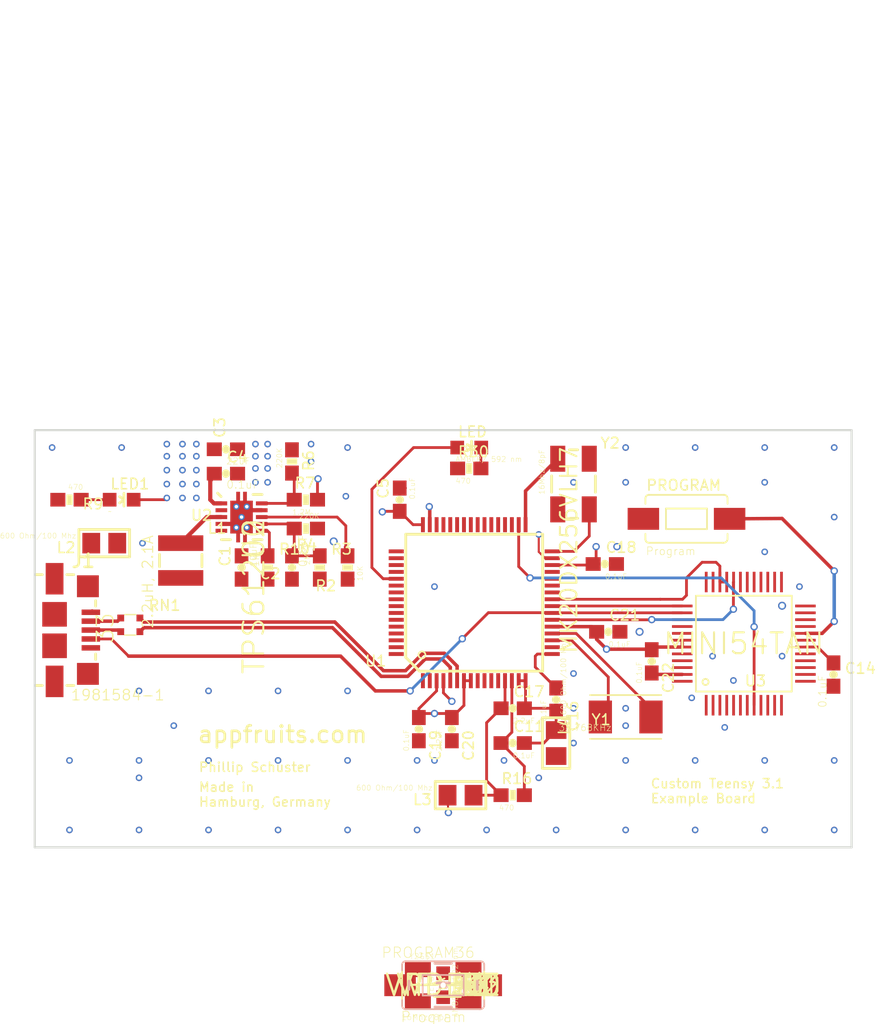
<source format=kicad_pcb>
(kicad_pcb (version 4) (host pcbnew 4.0.2-stable)

  (general
    (links 191)
    (no_connects 55)
    (area 118.581099 89.688599 178.421101 120.318601)
    (thickness 1.6)
    (drawings 15)
    (tracks 292)
    (zones 0)
    (modules 130)
    (nets 34)
  )

  (page A4)
  (layers
    (0 Top signal)
    (1 GND signal hide)
    (2 3V3 signal)
    (31 Bottom signal)
    (32 B.Adhes user)
    (33 F.Adhes user)
    (34 B.Paste user)
    (35 F.Paste user)
    (36 B.SilkS user)
    (37 F.SilkS user)
    (38 B.Mask user)
    (39 F.Mask user)
    (40 Dwgs.User user)
    (41 Cmts.User user)
    (42 Eco1.User user)
    (43 Eco2.User user)
    (44 Edge.Cuts user)
    (45 Margin user)
    (46 B.CrtYd user)
    (47 F.CrtYd user)
    (48 B.Fab user)
    (49 F.Fab user)
  )

  (setup
    (last_trace_width 0.25)
    (trace_clearance 0.127)
    (zone_clearance 0.508)
    (zone_45_only no)
    (trace_min 0.1524)
    (segment_width 0.2)
    (edge_width 0.15)
    (via_size 0.6)
    (via_drill 0.4)
    (via_min_size 0.4)
    (via_min_drill 0.254)
    (uvia_size 0.3)
    (uvia_drill 0.1)
    (uvias_allowed no)
    (uvia_min_size 0.2)
    (uvia_min_drill 0.1)
    (pcb_text_width 0.3)
    (pcb_text_size 1.5 1.5)
    (mod_edge_width 0.15)
    (mod_text_size 1 1)
    (mod_text_width 0.15)
    (pad_size 1.524 1.524)
    (pad_drill 0.762)
    (pad_to_mask_clearance 0.2)
    (aux_axis_origin 0 0)
    (visible_elements 7FFFFFFF)
    (pcbplotparams
      (layerselection 0x00030_80000001)
      (usegerberextensions false)
      (excludeedgelayer true)
      (linewidth 0.100000)
      (plotframeref false)
      (viasonmask false)
      (mode 1)
      (useauxorigin false)
      (hpglpennumber 1)
      (hpglpenspeed 20)
      (hpglpendiameter 15)
      (hpglpenoverlay 2)
      (psnegative false)
      (psa4output false)
      (plotreference true)
      (plotvalue true)
      (plotinvisibletext false)
      (padsonsilk false)
      (subtractmaskfromsilk false)
      (outputformat 1)
      (mirror false)
      (drillshape 1)
      (scaleselection 1)
      (outputdirectory ""))
  )

  (net 0 "")
  (net 1 GND)
  (net 2 3.3V)
  (net 3 USB_SHIELD)
  (net 4 PGND)
  (net 5 VCC)
  (net 6 /UVLO)
  (net 7 /VAUX)
  (net 8 /VREFH)
  (net 9 /VREFL)
  (net 10 /N$22)
  (net 11 /VREF_OUT)
  (net 12 /VDDA)
  (net 13 /USB_CON_N)
  (net 14 /USB_CON_P)
  (net 15 /ID)
  (net 16 /N$2)
  (net 17 /N$1)
  (net 18 /N$12)
  (net 19 /N$18)
  (net 20 /N$19)
  (net 21 /PS)
  (net 22 /FB)
  (net 23 /SOFTPOWER)
  (net 24 /USB_D_P)
  (net 25 /USB_D_N)
  (net 26 /N$29)
  (net 27 /N$30)
  (net 28 /SWD_CLK)
  (net 29 /N$15)
  (net 30 /SWD_DIO)
  (net 31 /N$27)
  (net 32 /RESET_B)
  (net 33 /N$28)

  (net_class Default "This is the default net class."
    (clearance 0.127)
    (trace_width 0.25)
    (via_dia 0.6)
    (via_drill 0.4)
    (uvia_dia 0.3)
    (uvia_drill 0.1)
    (add_net /FB)
    (add_net /ID)
    (add_net /N$1)
    (add_net /N$12)
    (add_net /N$15)
    (add_net /N$18)
    (add_net /N$19)
    (add_net /N$2)
    (add_net /N$22)
    (add_net /N$27)
    (add_net /N$28)
    (add_net /N$29)
    (add_net /N$30)
    (add_net /PS)
    (add_net /RESET_B)
    (add_net /SOFTPOWER)
    (add_net /SWD_CLK)
    (add_net /SWD_DIO)
    (add_net /USB_CON_N)
    (add_net /USB_CON_P)
    (add_net /USB_D_N)
    (add_net /USB_D_P)
    (add_net /UVLO)
    (add_net /VAUX)
    (add_net /VDDA)
    (add_net /VREFH)
    (add_net /VREFL)
    (add_net /VREF_OUT)
    (add_net 3.3V)
    (add_net GND)
    (add_net USB_SHIELD)
    (add_net VCC)
  )

  (module 0603-RES (layer Top) (tedit 0) (tstamp 57E6C86B)
    (at 121.1961 94.8436 180)
    (path /57E6E0EB)
    (fp_text reference R9 (at -0.889 -0.762 360) (layer F.SilkS)
      (effects (font (size 0.77216 0.77216) (thickness 0.115824)) (justify left bottom))
    )
    (fp_text value 470 (at -1.016 1.143 360) (layer F.SilkS)
      (effects (font (size 0.38608 0.38608) (thickness 0.030886)) (justify right top))
    )
    (fp_line (start -0.356 -0.432) (end 0.356 -0.432) (layer Dwgs.User) (width 0.1016))
    (fp_line (start -0.356 0.419) (end 0.356 0.419) (layer Dwgs.User) (width 0.1016))
    (fp_poly (pts (xy -0.8382 0.4699) (xy -0.3381 0.4699) (xy -0.3381 -0.4801) (xy -0.8382 -0.4801)) (layer Dwgs.User) (width 0))
    (fp_poly (pts (xy 0.3302 0.4699) (xy 0.8303 0.4699) (xy 0.8303 -0.4801) (xy 0.3302 -0.4801)) (layer Dwgs.User) (width 0))
    (fp_poly (pts (xy -0.1999 0.3) (xy 0.1999 0.3) (xy 0.1999 -0.3) (xy -0.1999 -0.3)) (layer F.Adhes) (width 0))
    (fp_poly (pts (xy -0.2286 0.381) (xy 0.2286 0.381) (xy 0.2286 -0.381) (xy -0.2286 -0.381)) (layer F.SilkS) (width 0))
    (pad 1 smd rect (at -0.85 0 180) (size 1.1 1) (layers Top F.Paste F.Mask)
      (net 17 /N$1))
    (pad 2 smd rect (at 0.85 0 180) (size 1.1 1) (layers Top F.Paste F.Mask)
      (net 1 GND))
  )

  (module 0603-CAP (layer Top) (tedit 0) (tstamp 57E6C876)
    (at 132.6261 91.1606)
    (path /57E6CAA7)
    (fp_text reference C3 (at 0 -0.762 90) (layer F.SilkS)
      (effects (font (size 0.77216 0.77216) (thickness 0.115824)) (justify left bottom))
    )
    (fp_text value 22uF (at 0 1.143) (layer F.SilkS)
      (effects (font (size 0.475 0.475) (thickness 0.038)) (justify left bottom))
    )
    (fp_line (start -0.356 -0.432) (end 0.356 -0.432) (layer Dwgs.User) (width 0.1016))
    (fp_line (start -0.356 0.419) (end 0.356 0.419) (layer Dwgs.User) (width 0.1016))
    (fp_line (start 0 -0.0305) (end 0 0.0305) (layer F.SilkS) (width 0.5588))
    (fp_poly (pts (xy -0.8382 0.4699) (xy -0.3381 0.4699) (xy -0.3381 -0.4801) (xy -0.8382 -0.4801)) (layer Dwgs.User) (width 0))
    (fp_poly (pts (xy 0.3302 0.4699) (xy 0.8303 0.4699) (xy 0.8303 -0.4801) (xy 0.3302 -0.4801)) (layer Dwgs.User) (width 0))
    (fp_poly (pts (xy -0.1999 0.3) (xy 0.1999 0.3) (xy 0.1999 -0.3) (xy -0.1999 -0.3)) (layer F.Adhes) (width 0))
    (pad 1 smd rect (at -0.85 0) (size 1.1 1) (layers Top F.Paste F.Mask)
      (net 2 3.3V))
    (pad 2 smd rect (at 0.85 0) (size 1.1 1) (layers Top F.Paste F.Mask)
      (net 1 GND))
  )

  (module QFN-10_PAD (layer Top) (tedit 0) (tstamp 57E6C881)
    (at 133.7691 96.1136 270)
    (path /57E6ECA3)
    (fp_text reference U2 (at 0 0 270) (layer F.SilkS)
      (effects (font (thickness 0.15)) (justify right top))
    )
    (fp_text value TPS61200 (at 0 0 270) (layer F.SilkS)
      (effects (font (thickness 0.15)) (justify right top))
    )
    (fp_line (start -1.575 -1.585) (end 1.57 -1.585) (layer Dwgs.User) (width 0.03))
    (fp_line (start 1.57 -1.585) (end 1.57 1.565) (layer Dwgs.User) (width 0.03))
    (fp_line (start 1.57 1.565) (end -1.575 1.565) (layer Dwgs.User) (width 0.03))
    (fp_line (start -1.575 1.565) (end -1.575 -1.585) (layer Dwgs.User) (width 0.03))
    (fp_line (start -1.75 1.75) (end -1.5 1.5) (layer F.SilkS) (width 0.2032))
    (fp_line (start -1.651 -1.4986) (end -1.651 -0.8382) (layer F.SilkS) (width 0.2032))
    (fp_line (start 1.651 -1.4986) (end 1.651 -0.8382) (layer F.SilkS) (width 0.2032))
    (fp_line (start 1.651 0.8128) (end 1.651 1.4732) (layer F.SilkS) (width 0.2032))
    (fp_circle (center -1.25 1.25) (end -1.1215 1.25) (layer Dwgs.User) (width 0.03))
    (fp_poly (pts (xy -1.199897 0.824991) (xy 1.199897 0.824991) (xy 1.199897 -0.824991) (xy -1.199897 -0.824991)) (layer F.Mask) (width 0))
    (fp_poly (pts (xy -1.199897 0.824991) (xy 1.199897 0.824991) (xy 1.199897 -0.824991) (xy -1.199897 -0.824991)) (layer F.Paste) (width 0))
    (pad 1 smd rect (at -1 1.475) (size 0.85 0.2968) (layers Top F.Paste F.Mask)
      (net 7 /VAUX))
    (pad 2 smd rect (at -0.5 1.475) (size 0.85 0.2968) (layers Top F.Paste F.Mask)
      (net 2 3.3V))
    (pad 3 smd rect (at 0 1.475) (size 0.85 0.2968) (layers Top F.Paste F.Mask)
      (net 16 /N$2))
    (pad 4 smd rect (at 0.5 1.475) (size 0.85 0.2968) (layers Top F.Paste F.Mask)
      (net 1 GND))
    (pad 5 smd rect (at 1 1.475) (size 0.85 0.2968) (layers Top F.Paste F.Mask)
      (net 5 VCC))
    (pad 6 smd rect (at 1 -1.475) (size 0.85 0.2968) (layers Top F.Paste F.Mask)
      (net 23 /SOFTPOWER))
    (pad 7 smd rect (at 0.5 -1.475) (size 0.85 0.2968) (layers Top F.Paste F.Mask)
      (net 6 /UVLO))
    (pad 8 smd rect (at 0 -1.475) (size 0.85 0.2968) (layers Top F.Paste F.Mask)
      (net 21 /PS))
    (pad 9 smd rect (at -0.5 -1.475) (size 0.85 0.2968) (layers Top F.Paste F.Mask)
      (net 1 GND))
    (pad 10 smd rect (at -1 -1.475) (size 0.85 0.2968) (layers Top F.Paste F.Mask)
      (net 22 /FB))
    (pad 15 smd rect (at 0 0) (size 1.65 2.4) (layers Top F.Paste F.Mask)
      (net 1 GND))
    (pad 11 smd rect (at -1.5 -0.25 90) (size 0.7 0.28) (layers Top F.Paste F.Mask)
      (net 1 GND))
    (pad 12 smd rect (at -1.5 0.25 90) (size 0.7 0.28) (layers Top F.Paste F.Mask)
      (net 1 GND))
    (pad 13 smd rect (at 1.5 -0.25 90) (size 0.7 0.28) (layers Top F.Paste F.Mask)
      (net 1 GND))
    (pad 14 smd rect (at 1.5 0.25 90) (size 0.7 0.28) (layers Top F.Paste F.Mask)
      (net 1 GND))
  )

  (module 0603-CAP (layer Top) (tedit 0) (tstamp 57E6C89E)
    (at 137.4521 99.7966 90)
    (path /57E6C9DF)
    (fp_text reference C2 (at 0 -0.762 360) (layer F.SilkS)
      (effects (font (size 0.77216 0.77216) (thickness 0.115824)) (justify right top))
    )
    (fp_text value 0.1uF (at 0 1.143 90) (layer F.SilkS)
      (effects (font (size 0.57912 0.57912) (thickness 0.046329)) (justify left bottom))
    )
    (fp_line (start -0.356 -0.432) (end 0.356 -0.432) (layer Dwgs.User) (width 0.1016))
    (fp_line (start -0.356 0.419) (end 0.356 0.419) (layer Dwgs.User) (width 0.1016))
    (fp_line (start 0 -0.0305) (end 0 0.0305) (layer F.SilkS) (width 0.5588))
    (fp_poly (pts (xy -0.8382 0.4699) (xy -0.3381 0.4699) (xy -0.3381 -0.4801) (xy -0.8382 -0.4801)) (layer Dwgs.User) (width 0))
    (fp_poly (pts (xy 0.3302 0.4699) (xy 0.8303 0.4699) (xy 0.8303 -0.4801) (xy 0.3302 -0.4801)) (layer Dwgs.User) (width 0))
    (fp_poly (pts (xy -0.1999 0.3) (xy 0.1999 0.3) (xy 0.1999 -0.3) (xy -0.1999 -0.3)) (layer F.Adhes) (width 0))
    (pad 1 smd rect (at -0.85 0 90) (size 1.1 1) (layers Top F.Paste F.Mask)
      (net 5 VCC))
    (pad 2 smd rect (at 0.85 0 90) (size 1.1 1) (layers Top F.Paste F.Mask)
      (net 6 /UVLO))
  )

  (module 0603-CAP (layer Top) (tedit 0) (tstamp 57E6C8A9)
    (at 132.6261 92.9386)
    (path /57E6CB6F)
    (fp_text reference C4 (at 0 -0.762) (layer F.SilkS)
      (effects (font (size 0.77216 0.77216) (thickness 0.115824)) (justify left bottom))
    )
    (fp_text value 0.1uF (at 0 1.143) (layer F.SilkS)
      (effects (font (size 0.57912 0.57912) (thickness 0.046329)) (justify left bottom))
    )
    (fp_line (start -0.356 -0.432) (end 0.356 -0.432) (layer Dwgs.User) (width 0.1016))
    (fp_line (start -0.356 0.419) (end 0.356 0.419) (layer Dwgs.User) (width 0.1016))
    (fp_line (start 0 -0.0305) (end 0 0.0305) (layer F.SilkS) (width 0.5588))
    (fp_poly (pts (xy -0.8382 0.4699) (xy -0.3381 0.4699) (xy -0.3381 -0.4801) (xy -0.8382 -0.4801)) (layer Dwgs.User) (width 0))
    (fp_poly (pts (xy 0.3302 0.4699) (xy 0.8303 0.4699) (xy 0.8303 -0.4801) (xy 0.3302 -0.4801)) (layer Dwgs.User) (width 0))
    (fp_poly (pts (xy -0.1999 0.3) (xy 0.1999 0.3) (xy 0.1999 -0.3) (xy -0.1999 -0.3)) (layer F.Adhes) (width 0))
    (pad 1 smd rect (at -0.85 0) (size 1.1 1) (layers Top F.Paste F.Mask)
      (net 7 /VAUX))
    (pad 2 smd rect (at 0.85 0) (size 1.1 1) (layers Top F.Paste F.Mask)
      (net 1 GND))
  )

  (module 0603-RES (layer Top) (tedit 0) (tstamp 57E6C8B4)
    (at 139.4841 99.7966 270)
    (path /57E6DDCB)
    (fp_text reference R3 (at -0.889 -0.762 360) (layer F.SilkS)
      (effects (font (size 0.77216 0.77216) (thickness 0.115824)) (justify left bottom))
    )
    (fp_text value 2M (at -1.016 1.143 450) (layer F.SilkS)
      (effects (font (size 0.38608 0.38608) (thickness 0.030886)) (justify right top))
    )
    (fp_line (start -0.356 -0.432) (end 0.356 -0.432) (layer Dwgs.User) (width 0.1016))
    (fp_line (start -0.356 0.419) (end 0.356 0.419) (layer Dwgs.User) (width 0.1016))
    (fp_poly (pts (xy -0.8382 0.4699) (xy -0.3381 0.4699) (xy -0.3381 -0.4801) (xy -0.8382 -0.4801)) (layer Dwgs.User) (width 0))
    (fp_poly (pts (xy 0.3302 0.4699) (xy 0.8303 0.4699) (xy 0.8303 -0.4801) (xy 0.3302 -0.4801)) (layer Dwgs.User) (width 0))
    (fp_poly (pts (xy -0.1999 0.3) (xy 0.1999 0.3) (xy 0.1999 -0.3) (xy -0.1999 -0.3)) (layer F.Adhes) (width 0))
    (fp_poly (pts (xy -0.2286 0.381) (xy 0.2286 0.381) (xy 0.2286 -0.381) (xy -0.2286 -0.381)) (layer F.SilkS) (width 0))
    (pad 1 smd rect (at -0.85 0 270) (size 1.1 1) (layers Top F.Paste F.Mask)
      (net 6 /UVLO))
    (pad 2 smd rect (at 0.85 0 270) (size 1.1 1) (layers Top F.Paste F.Mask)
      (net 5 VCC))
  )

  (module 0603-RES (layer Top) (tedit 0) (tstamp 57E6C8BF)
    (at 138.4681 96.9518 180)
    (path /57E6DE93)
    (fp_text reference R4 (at -0.889 -0.762 360) (layer F.SilkS)
      (effects (font (size 0.77216 0.77216) (thickness 0.115824)) (justify right top))
    )
    (fp_text value 220K (at -1.016 1.143 360) (layer F.SilkS)
      (effects (font (size 0.38608 0.38608) (thickness 0.030886)) (justify right top))
    )
    (fp_line (start -0.356 -0.432) (end 0.356 -0.432) (layer Dwgs.User) (width 0.1016))
    (fp_line (start -0.356 0.419) (end 0.356 0.419) (layer Dwgs.User) (width 0.1016))
    (fp_poly (pts (xy -0.8382 0.4699) (xy -0.3381 0.4699) (xy -0.3381 -0.4801) (xy -0.8382 -0.4801)) (layer Dwgs.User) (width 0))
    (fp_poly (pts (xy 0.3302 0.4699) (xy 0.8303 0.4699) (xy 0.8303 -0.4801) (xy 0.3302 -0.4801)) (layer Dwgs.User) (width 0))
    (fp_poly (pts (xy -0.1999 0.3) (xy 0.1999 0.3) (xy 0.1999 -0.3) (xy -0.1999 -0.3)) (layer F.Adhes) (width 0))
    (fp_poly (pts (xy -0.2286 0.381) (xy 0.2286 0.381) (xy 0.2286 -0.381) (xy -0.2286 -0.381)) (layer F.SilkS) (width 0))
    (pad 1 smd rect (at -0.85 0 180) (size 1.1 1) (layers Top F.Paste F.Mask)
      (net 1 GND))
    (pad 2 smd rect (at 0.85 0 180) (size 1.1 1) (layers Top F.Paste F.Mask)
      (net 6 /UVLO))
  )

  (module 0603-RES (layer Top) (tedit 0) (tstamp 57E6C8CA)
    (at 137.4521 92.0496 270)
    (path /57E6DF5B)
    (fp_text reference R6 (at -0.889 -0.762 450) (layer F.SilkS)
      (effects (font (size 0.77216 0.77216) (thickness 0.115824)) (justify right top))
    )
    (fp_text value 220K (at -1.016 1.143 450) (layer F.SilkS)
      (effects (font (size 0.38608 0.38608) (thickness 0.030886)) (justify right top))
    )
    (fp_line (start -0.356 -0.432) (end 0.356 -0.432) (layer Dwgs.User) (width 0.1016))
    (fp_line (start -0.356 0.419) (end 0.356 0.419) (layer Dwgs.User) (width 0.1016))
    (fp_poly (pts (xy -0.8382 0.4699) (xy -0.3381 0.4699) (xy -0.3381 -0.4801) (xy -0.8382 -0.4801)) (layer Dwgs.User) (width 0))
    (fp_poly (pts (xy 0.3302 0.4699) (xy 0.8303 0.4699) (xy 0.8303 -0.4801) (xy 0.3302 -0.4801)) (layer Dwgs.User) (width 0))
    (fp_poly (pts (xy -0.1999 0.3) (xy 0.1999 0.3) (xy 0.1999 -0.3) (xy -0.1999 -0.3)) (layer F.Adhes) (width 0))
    (fp_poly (pts (xy -0.2286 0.381) (xy 0.2286 0.381) (xy 0.2286 -0.381) (xy -0.2286 -0.381)) (layer F.SilkS) (width 0))
    (pad 1 smd rect (at -0.85 0 270) (size 1.1 1) (layers Top F.Paste F.Mask)
      (net 1 GND))
    (pad 2 smd rect (at 0.85 0 270) (size 1.1 1) (layers Top F.Paste F.Mask)
      (net 22 /FB))
  )

  (module 0603-RES (layer Top) (tedit 0) (tstamp 57E6C8D5)
    (at 138.4681 94.8436)
    (path /57E6E023)
    (fp_text reference R7 (at -0.889 -0.762) (layer F.SilkS)
      (effects (font (size 0.77216 0.77216) (thickness 0.115824)) (justify left bottom))
    )
    (fp_text value 1.2M (at -1.016 1.143) (layer F.SilkS)
      (effects (font (size 0.38608 0.38608) (thickness 0.030886)) (justify left bottom))
    )
    (fp_line (start -0.356 -0.432) (end 0.356 -0.432) (layer Dwgs.User) (width 0.1016))
    (fp_line (start -0.356 0.419) (end 0.356 0.419) (layer Dwgs.User) (width 0.1016))
    (fp_poly (pts (xy -0.8382 0.4699) (xy -0.3381 0.4699) (xy -0.3381 -0.4801) (xy -0.8382 -0.4801)) (layer Dwgs.User) (width 0))
    (fp_poly (pts (xy 0.3302 0.4699) (xy 0.8303 0.4699) (xy 0.8303 -0.4801) (xy 0.3302 -0.4801)) (layer Dwgs.User) (width 0))
    (fp_poly (pts (xy -0.1999 0.3) (xy 0.1999 0.3) (xy 0.1999 -0.3) (xy -0.1999 -0.3)) (layer F.Adhes) (width 0))
    (fp_poly (pts (xy -0.2286 0.381) (xy 0.2286 0.381) (xy 0.2286 -0.381) (xy -0.2286 -0.381)) (layer F.SilkS) (width 0))
    (pad 1 smd rect (at -0.85 0) (size 1.1 1) (layers Top F.Paste F.Mask)
      (net 22 /FB))
    (pad 2 smd rect (at 0.85 0) (size 1.1 1) (layers Top F.Paste F.Mask)
      (net 2 3.3V))
  )

  (module 0603-CAP (layer Top) (tedit 0) (tstamp 57E6C8E0)
    (at 133.7691 99.7966 90)
    (path /57E6C917)
    (fp_text reference C1 (at 0 -0.762 90) (layer F.SilkS)
      (effects (font (size 0.77216 0.77216) (thickness 0.115824)) (justify left bottom))
    )
    (fp_text value 10uF (at 0 1.143 90) (layer F.SilkS)
      (effects (font (size 0.475 0.475) (thickness 0.038)) (justify left bottom))
    )
    (fp_line (start -0.356 -0.432) (end 0.356 -0.432) (layer Dwgs.User) (width 0.1016))
    (fp_line (start -0.356 0.419) (end 0.356 0.419) (layer Dwgs.User) (width 0.1016))
    (fp_line (start 0 -0.0305) (end 0 0.0305) (layer F.SilkS) (width 0.5588))
    (fp_poly (pts (xy -0.8382 0.4699) (xy -0.3381 0.4699) (xy -0.3381 -0.4801) (xy -0.8382 -0.4801)) (layer Dwgs.User) (width 0))
    (fp_poly (pts (xy 0.3302 0.4699) (xy 0.8303 0.4699) (xy 0.8303 -0.4801) (xy 0.3302 -0.4801)) (layer Dwgs.User) (width 0))
    (fp_poly (pts (xy -0.1999 0.3) (xy 0.1999 0.3) (xy 0.1999 -0.3) (xy -0.1999 -0.3)) (layer F.Adhes) (width 0))
    (pad 1 smd rect (at -0.85 0 90) (size 1.1 1) (layers Top F.Paste F.Mask)
      (net 5 VCC))
    (pad 2 smd rect (at 0.85 0 90) (size 1.1 1) (layers Top F.Paste F.Mask)
      (net 1 GND))
  )

  (module LPS3015 (layer Top) (tedit 0) (tstamp 57E6C8EB)
    (at 129.3241 99.2886 270)
    (descr "LPS3015 Series")
    (path /57E6D78B)
    (fp_text reference L1 (at -1.905 -1.905 360) (layer F.SilkS)
      (effects (font (size 0.77216 0.77216) (thickness 0.115824)) (justify left bottom))
    )
    (fp_text value "2.2uH, 2.1A" (at -1.905 2.8575 450) (layer F.SilkS)
      (effects (font (size 0.77216 0.77216) (thickness 0.077216)) (justify right top))
    )
    (fp_line (start -1.475 -1.475) (end 1.475 -1.475) (layer Dwgs.User) (width 0.2032))
    (fp_line (start 1.475 -1.475) (end 1.475 1.475) (layer Dwgs.User) (width 0.2032))
    (fp_line (start 1.475 1.475) (end -1.475 1.475) (layer Dwgs.User) (width 0.2032))
    (fp_line (start -1.475 1.475) (end -1.475 -1.475) (layer Dwgs.User) (width 0.2032))
    (fp_line (start -0.45 -1.55) (end 0.45 -1.55) (layer F.SilkS) (width 0.2032))
    (fp_line (start -0.45 1.55) (end 0.45 1.55) (layer F.SilkS) (width 0.2032))
    (fp_poly (pts (xy -1.95 0.85) (xy -1.2 0.85) (xy -1.2 -0.85) (xy -1.95 -0.85)) (layer F.Mask) (width 0))
    (fp_poly (pts (xy -1.95 -0.85) (xy -0.6 -0.85) (xy -0.6 -1.75) (xy -1.95 -1.75)) (layer F.Mask) (width 0))
    (fp_poly (pts (xy -1.95 1.75) (xy -0.6 1.75) (xy -0.6 0.85) (xy -1.95 0.85)) (layer F.Mask) (width 0))
    (fp_poly (pts (xy 0.6 -0.85) (xy 1.95 -0.85) (xy 1.95 -1.75) (xy 0.6 -1.75)) (layer F.Mask) (width 0))
    (fp_poly (pts (xy 0.6 1.75) (xy 1.95 1.75) (xy 1.95 0.85) (xy 0.6 0.85)) (layer F.Mask) (width 0))
    (fp_poly (pts (xy 1.2 0.85) (xy 1.95 0.85) (xy 1.95 -0.85) (xy 1.2 -0.85)) (layer F.Mask) (width 0))
    (fp_poly (pts (xy -1.75 0.85) (xy -1.2 0.85) (xy -1.2 -0.85) (xy -1.75 -0.85)) (layer F.Paste) (width 0))
    (fp_poly (pts (xy -1.75 -0.85) (xy -0.75 -0.85) (xy -0.75 -1.55) (xy -1.75 -1.55)) (layer F.Paste) (width 0))
    (fp_poly (pts (xy -1.75 1.55) (xy -0.8 1.55) (xy -0.8 0.85) (xy -1.75 0.85)) (layer F.Paste) (width 0))
    (fp_poly (pts (xy 1.2 0.85) (xy 1.75 0.85) (xy 1.75 -0.85) (xy 1.2 -0.85)) (layer F.Paste) (width 0))
    (fp_poly (pts (xy 0.8 1.55) (xy 1.75 1.55) (xy 1.75 0.85) (xy 0.8 0.85)) (layer F.Paste) (width 0))
    (fp_poly (pts (xy 0.8 -0.85) (xy 1.75 -0.85) (xy 1.75 -1.55) (xy 0.8 -1.55)) (layer F.Paste) (width 0))
    (pad 1 smd rect (at -1.27 0) (size 3.3 1.14) (layers Top F.Paste F.Mask)
      (net 16 /N$2))
    (pad 2 smd rect (at 1.27 0) (size 3.3 1.14) (layers Top F.Paste F.Mask)
      (net 5 VCC))
  )

  (module 0603-RES (layer Top) (tedit 0) (tstamp 57E6C902)
    (at 141.5161 99.7966 90)
    (path /57E6DD03)
    (fp_text reference R2 (at -0.889 -0.762 360) (layer F.SilkS)
      (effects (font (size 0.77216 0.77216) (thickness 0.115824)) (justify right top))
    )
    (fp_text value 10K (at -1.016 1.143 90) (layer F.SilkS)
      (effects (font (size 0.38608 0.38608) (thickness 0.030886)) (justify left bottom))
    )
    (fp_line (start -0.356 -0.432) (end 0.356 -0.432) (layer Dwgs.User) (width 0.1016))
    (fp_line (start -0.356 0.419) (end 0.356 0.419) (layer Dwgs.User) (width 0.1016))
    (fp_poly (pts (xy -0.8382 0.4699) (xy -0.3381 0.4699) (xy -0.3381 -0.4801) (xy -0.8382 -0.4801)) (layer Dwgs.User) (width 0))
    (fp_poly (pts (xy 0.3302 0.4699) (xy 0.8303 0.4699) (xy 0.8303 -0.4801) (xy 0.3302 -0.4801)) (layer Dwgs.User) (width 0))
    (fp_poly (pts (xy -0.1999 0.3) (xy 0.1999 0.3) (xy 0.1999 -0.3) (xy -0.1999 -0.3)) (layer F.Adhes) (width 0))
    (fp_poly (pts (xy -0.2286 0.381) (xy 0.2286 0.381) (xy 0.2286 -0.381) (xy -0.2286 -0.381)) (layer F.SilkS) (width 0))
    (pad 1 smd rect (at -0.85 0 90) (size 1.1 1) (layers Top F.Paste F.Mask)
      (net 5 VCC))
    (pad 2 smd rect (at 0.85 0 90) (size 1.1 1) (layers Top F.Paste F.Mask)
      (net 21 /PS))
  )

  (module MINI54TAN (layer Top) (tedit 0) (tstamp 57E6C90D)
    (at 170.4721 105.3592)
    (path /57E6ED6B)
    (fp_text reference U3 (at 0 3.175) (layer F.SilkS)
      (effects (font (size 0.77216 0.77216) (thickness 0.115824)) (justify left bottom))
    )
    (fp_text value MINI54TAN (at 0 0) (layer F.SilkS)
      (effects (font (thickness 0.15)))
    )
    (fp_line (start 3.5 -3.5) (end -3.5 -3.5) (layer F.SilkS) (width 0.127))
    (fp_line (start 3.5 3.5) (end -3.5 3.5) (layer F.SilkS) (width 0.127))
    (fp_line (start -3.5 -3.5) (end -3.5 3.5) (layer F.SilkS) (width 0.127))
    (fp_line (start 3.5 -3.5) (end 3.5 3.5) (layer F.SilkS) (width 0.127))
    (fp_circle (center -2.8 2.8) (end -2.576394 2.8) (layer F.SilkS) (width 0.127))
    (pad 7 smd rect (at 0.25 4.5) (size 0.2032 1.5) (layers Top F.Paste F.Mask))
    (pad 6 smd rect (at -0.25 4.5) (size 0.2032 1.5) (layers Top F.Paste F.Mask))
    (pad 8 smd rect (at 0.75 4.5) (size 0.2032 1.5) (layers Top F.Paste F.Mask)
      (net 32 /RESET_B))
    (pad 9 smd rect (at 1.25 4.5) (size 0.2032 1.5) (layers Top F.Paste F.Mask))
    (pad 5 smd rect (at -0.75 4.5) (size 0.2032 1.5) (layers Top F.Paste F.Mask)
      (net 1 GND))
    (pad 4 smd rect (at -1.25 4.5) (size 0.2032 1.5) (layers Top F.Paste F.Mask))
    (pad 3 smd rect (at -1.75 4.5) (size 0.2032 1.5) (layers Top F.Paste F.Mask))
    (pad 2 smd rect (at -2.25 4.5) (size 0.2032 1.5) (layers Top F.Paste F.Mask))
    (pad 10 smd rect (at 1.75 4.5) (size 0.2032 1.5) (layers Top F.Paste F.Mask))
    (pad 11 smd rect (at 2.25 4.5) (size 0.2032 1.5) (layers Top F.Paste F.Mask))
    (pad 12 smd rect (at 2.75 4.5) (size 0.2032 1.5) (layers Top F.Paste F.Mask))
    (pad 1 smd rect (at -2.75 4.5) (size 0.2032 1.5) (layers Top F.Paste F.Mask))
    (pad 19 smd rect (at 4.5 -0.25 90) (size 0.2032 1.5) (layers Top F.Paste F.Mask))
    (pad 18 smd rect (at 4.5 0.25 90) (size 0.2032 1.5) (layers Top F.Paste F.Mask)
      (net 10 /N$22))
    (pad 20 smd rect (at 4.5 -0.75 90) (size 0.2032 1.5) (layers Top F.Paste F.Mask)
      (net 20 /N$19))
    (pad 21 smd rect (at 4.5 -1.25 90) (size 0.2032 1.5) (layers Top F.Paste F.Mask))
    (pad 17 smd rect (at 4.5 0.75 90) (size 0.2032 1.5) (layers Top F.Paste F.Mask)
      (net 1 GND))
    (pad 16 smd rect (at 4.5 1.25 90) (size 0.2032 1.5) (layers Top F.Paste F.Mask))
    (pad 15 smd rect (at 4.5 1.75 90) (size 0.2032 1.5) (layers Top F.Paste F.Mask))
    (pad 14 smd rect (at 4.5 2.25 90) (size 0.2032 1.5) (layers Top F.Paste F.Mask))
    (pad 22 smd rect (at 4.5 -1.75 90) (size 0.2032 1.5) (layers Top F.Paste F.Mask))
    (pad 23 smd rect (at 4.5 -2.25 90) (size 0.2032 1.5) (layers Top F.Paste F.Mask))
    (pad 24 smd rect (at 4.5 -2.75 90) (size 0.2032 1.5) (layers Top F.Paste F.Mask))
    (pad 13 smd rect (at 4.5 2.75 90) (size 0.2032 1.5) (layers Top F.Paste F.Mask))
    (pad 42 smd rect (at -4.5 -0.25 90) (size 0.2032 1.5) (layers Top F.Paste F.Mask)
      (net 2 3.3V))
    (pad 43 smd rect (at -4.5 0.25 90) (size 0.2032 1.5) (layers Top F.Paste F.Mask)
      (net 2 3.3V))
    (pad 41 smd rect (at -4.5 -0.75 90) (size 0.2032 1.5) (layers Top F.Paste F.Mask))
    (pad 40 smd rect (at -4.5 -1.25 90) (size 0.2032 1.5) (layers Top F.Paste F.Mask))
    (pad 44 smd rect (at -4.5 0.75 90) (size 0.2032 1.5) (layers Top F.Paste F.Mask))
    (pad 45 smd rect (at -4.5 1.25 90) (size 0.2032 1.5) (layers Top F.Paste F.Mask))
    (pad 46 smd rect (at -4.5 1.75 90) (size 0.2032 1.5) (layers Top F.Paste F.Mask))
    (pad 47 smd rect (at -4.5 2.25 90) (size 0.2032 1.5) (layers Top F.Paste F.Mask)
      (net 1 GND))
    (pad 39 smd rect (at -4.5 -1.75 90) (size 0.2032 1.5) (layers Top F.Paste F.Mask))
    (pad 38 smd rect (at -4.5 -2.25 90) (size 0.2032 1.5) (layers Top F.Paste F.Mask)
      (net 15 /ID))
    (pad 37 smd rect (at -4.5 -2.75 90) (size 0.2032 1.5) (layers Top F.Paste F.Mask)
      (net 29 /N$15))
    (pad 48 smd rect (at -4.5 2.75 90) (size 0.2032 1.5) (layers Top F.Paste F.Mask))
    (pad 31 smd rect (at -0.25 -4.5 180) (size 0.2032 1.5) (layers Top F.Paste F.Mask))
    (pad 30 smd rect (at 0.25 -4.5 180) (size 0.2032 1.5) (layers Top F.Paste F.Mask))
    (pad 32 smd rect (at -0.75 -4.5 180) (size 0.2032 1.5) (layers Top F.Paste F.Mask)
      (net 28 /SWD_CLK))
    (pad 33 smd rect (at -1.25 -4.5 180) (size 0.2032 1.5) (layers Top F.Paste F.Mask)
      (net 30 /SWD_DIO))
    (pad 29 smd rect (at 0.75 -4.5 180) (size 0.2032 1.5) (layers Top F.Paste F.Mask))
    (pad 28 smd rect (at 1.25 -4.5 180) (size 0.2032 1.5) (layers Top F.Paste F.Mask))
    (pad 27 smd rect (at 1.75 -4.5 180) (size 0.2032 1.5) (layers Top F.Paste F.Mask))
    (pad 26 smd rect (at 2.25 -4.5 180) (size 0.2032 1.5) (layers Top F.Paste F.Mask))
    (pad 34 smd rect (at -1.75 -4.5 180) (size 0.2032 1.5) (layers Top F.Paste F.Mask)
      (net 30 /SWD_DIO))
    (pad 35 smd rect (at -2.25 -4.5 180) (size 0.2032 1.5) (layers Top F.Paste F.Mask))
    (pad 36 smd rect (at -2.75 -4.5 180) (size 0.2032 1.5) (layers Top F.Paste F.Mask))
    (pad 25 smd rect (at 2.75 -4.5 180) (size 0.2032 1.5) (layers Top F.Paste F.Mask)
      (net 1 GND))
  )

  (module MK20DX256VLH7 (layer Top) (tedit 0) (tstamp 57E6C945)
    (at 150.7711 102.3686 90)
    (path /57E6EBDB)
    (fp_text reference U1 (at -3.81 -6.35 360) (layer F.SilkS)
      (effects (font (size 0.77216 0.77216) (thickness 0.115824)) (justify right top))
    )
    (fp_text value MK20DX256VLH7 (at -3.81 7.62 90) (layer F.SilkS)
      (effects (font (size 1.2065 1.2065) (thickness 0.14478)) (justify left bottom))
    )
    (fp_line (start -5 -4) (end -5 5) (layer F.SilkS) (width 0.2032))
    (fp_line (start -5 5) (end 5 5) (layer F.SilkS) (width 0.2032))
    (fp_line (start 5 5) (end 5 -5) (layer F.SilkS) (width 0.2032))
    (fp_line (start 5 -5) (end -4 -5) (layer F.SilkS) (width 0.2032))
    (fp_line (start -4 -5) (end -5 -4) (layer F.SilkS) (width 0.2032))
    (fp_circle (center -3.818 -3.818) (end -3.564 -3.818) (layer F.SilkS) (width 0.127))
    (pad 1 smd rect (at -5.7 -3.75 90) (size 1.1 0.285) (layers Top F.Paste F.Mask))
    (pad 2 smd rect (at -5.7 -3.25 90) (size 1.1 0.285) (layers Top F.Paste F.Mask))
    (pad 3 smd rect (at -5.7 -2.75 90) (size 1.1 0.285) (layers Top F.Paste F.Mask)
      (net 2 3.3V))
    (pad 4 smd rect (at -5.7 -2.25 90) (size 1.1 0.285) (layers Top F.Paste F.Mask)
      (net 1 GND))
    (pad 5 smd rect (at -5.7 -1.75 90) (size 1.1 0.285) (layers Top F.Paste F.Mask)
      (net 24 /USB_D_P))
    (pad 6 smd rect (at -5.7 -1.25 90) (size 1.1 0.285) (layers Top F.Paste F.Mask)
      (net 25 /USB_D_N))
    (pad 7 smd rect (at -5.7 -0.75 90) (size 1.1 0.285) (layers Top F.Paste F.Mask)
      (net 2 3.3V))
    (pad 8 smd rect (at -5.7 -0.25 90) (size 1.1 0.285) (layers Top F.Paste F.Mask)
      (net 2 3.3V))
    (pad 9 smd rect (at -5.7 0.25 90) (size 1.1 0.285) (layers Top F.Paste F.Mask))
    (pad 10 smd rect (at -5.7 0.75 90) (size 1.1 0.285) (layers Top F.Paste F.Mask))
    (pad 11 smd rect (at -5.7 1.25 90) (size 1.1 0.285) (layers Top F.Paste F.Mask))
    (pad 12 smd rect (at -5.7 1.75 90) (size 1.1 0.285) (layers Top F.Paste F.Mask))
    (pad 13 smd rect (at -5.7 2.25 90) (size 1.1 0.285) (layers Top F.Paste F.Mask)
      (net 12 /VDDA))
    (pad 14 smd rect (at -5.7 2.75 90) (size 1.1 0.285) (layers Top F.Paste F.Mask)
      (net 8 /VREFH))
    (pad 15 smd rect (at -5.7 3.25 90) (size 1.1 0.285) (layers Top F.Paste F.Mask)
      (net 9 /VREFL))
    (pad 16 smd rect (at -5.7 3.75 90) (size 1.1 0.285) (layers Top F.Paste F.Mask)
      (net 9 /VREFL))
    (pad 17 smd rect (at -3.75 5.7 180) (size 1.1 0.285) (layers Top F.Paste F.Mask)
      (net 11 /VREF_OUT))
    (pad 18 smd rect (at -3.25 5.7 180) (size 1.1 0.285) (layers Top F.Paste F.Mask))
    (pad 19 smd rect (at -2.75 5.7 180) (size 1.1 0.285) (layers Top F.Paste F.Mask)
      (net 26 /N$29))
    (pad 20 smd rect (at -2.25 5.7 180) (size 1.1 0.285) (layers Top F.Paste F.Mask)
      (net 27 /N$30))
    (pad 21 smd rect (at -1.75 5.7 180) (size 1.1 0.285) (layers Top F.Paste F.Mask)
      (net 2 3.3V))
    (pad 22 smd rect (at -1.25 5.7 180) (size 1.1 0.285) (layers Top F.Paste F.Mask)
      (net 28 /SWD_CLK))
    (pad 23 smd rect (at -0.75 5.7 180) (size 1.1 0.285) (layers Top F.Paste F.Mask)
      (net 15 /ID))
    (pad 24 smd rect (at -0.25 5.7 180) (size 1.1 0.285) (layers Top F.Paste F.Mask)
      (net 29 /N$15))
    (pad 25 smd rect (at 0.25 5.7 180) (size 1.1 0.285) (layers Top F.Paste F.Mask)
      (net 30 /SWD_DIO))
    (pad 26 smd rect (at 0.75 5.7 180) (size 1.1 0.285) (layers Top F.Paste F.Mask))
    (pad 27 smd rect (at 1.25 5.7 180) (size 1.1 0.285) (layers Top F.Paste F.Mask))
    (pad 28 smd rect (at 1.75 5.7 180) (size 1.1 0.285) (layers Top F.Paste F.Mask))
    (pad 29 smd rect (at 2.25 5.7 180) (size 1.1 0.285) (layers Top F.Paste F.Mask))
    (pad 30 smd rect (at 2.75 5.7 180) (size 1.1 0.285) (layers Top F.Paste F.Mask)
      (net 2 3.3V))
    (pad 31 smd rect (at 3.25 5.7 180) (size 1.1 0.285) (layers Top F.Paste F.Mask)
      (net 1 GND))
    (pad 32 smd rect (at 3.75 5.7 180) (size 1.1 0.285) (layers Top F.Paste F.Mask)
      (net 31 /N$27))
    (pad 64 smd rect (at -3.75 -5.7 180) (size 1.1 0.285) (layers Top F.Paste F.Mask))
    (pad 63 smd rect (at -3.25 -5.7 180) (size 1.1 0.285) (layers Top F.Paste F.Mask))
    (pad 62 smd rect (at -2.75 -5.7 180) (size 1.1 0.285) (layers Top F.Paste F.Mask))
    (pad 61 smd rect (at -2.25 -5.7 180) (size 1.1 0.285) (layers Top F.Paste F.Mask))
    (pad 60 smd rect (at -1.75 -5.7 180) (size 1.1 0.285) (layers Top F.Paste F.Mask))
    (pad 59 smd rect (at -1.25 -5.7 180) (size 1.1 0.285) (layers Top F.Paste F.Mask))
    (pad 58 smd rect (at -0.75 -5.7 180) (size 1.1 0.285) (layers Top F.Paste F.Mask))
    (pad 57 smd rect (at -0.25 -5.7 180) (size 1.1 0.285) (layers Top F.Paste F.Mask))
    (pad 56 smd rect (at 0.25 -5.7 180) (size 1.1 0.285) (layers Top F.Paste F.Mask))
    (pad 55 smd rect (at 0.75 -5.7 180) (size 1.1 0.285) (layers Top F.Paste F.Mask))
    (pad 54 smd rect (at 1.25 -5.7 180) (size 1.1 0.285) (layers Top F.Paste F.Mask))
    (pad 53 smd rect (at 1.75 -5.7 180) (size 1.1 0.285) (layers Top F.Paste F.Mask)
      (net 18 /N$12))
    (pad 52 smd rect (at 2.25 -5.7 180) (size 1.1 0.285) (layers Top F.Paste F.Mask))
    (pad 51 smd rect (at 2.75 -5.7 180) (size 1.1 0.285) (layers Top F.Paste F.Mask))
    (pad 50 smd rect (at 3.25 -5.7 180) (size 1.1 0.285) (layers Top F.Paste F.Mask))
    (pad 49 smd rect (at 3.75 -5.7 180) (size 1.1 0.285) (layers Top F.Paste F.Mask))
    (pad 48 smd rect (at 5.7 -3.75 90) (size 1.1 0.285) (layers Top F.Paste F.Mask)
      (net 2 3.3V))
    (pad 47 smd rect (at 5.7 -3.25 90) (size 1.1 0.285) (layers Top F.Paste F.Mask)
      (net 1 GND))
    (pad 46 smd rect (at 5.7 -2.75 90) (size 1.1 0.285) (layers Top F.Paste F.Mask))
    (pad 45 smd rect (at 5.7 -2.25 90) (size 1.1 0.285) (layers Top F.Paste F.Mask))
    (pad 44 smd rect (at 5.7 -1.75 90) (size 1.1 0.285) (layers Top F.Paste F.Mask))
    (pad 43 smd rect (at 5.7 -1.25 90) (size 1.1 0.285) (layers Top F.Paste F.Mask))
    (pad 42 smd rect (at 5.7 -0.75 90) (size 1.1 0.285) (layers Top F.Paste F.Mask))
    (pad 41 smd rect (at 5.7 -0.25 90) (size 1.1 0.285) (layers Top F.Paste F.Mask))
    (pad 40 smd rect (at 5.7 0.25 90) (size 1.1 0.285) (layers Top F.Paste F.Mask))
    (pad 39 smd rect (at 5.7 0.75 90) (size 1.1 0.285) (layers Top F.Paste F.Mask))
    (pad 38 smd rect (at 5.7 1.25 90) (size 1.1 0.285) (layers Top F.Paste F.Mask))
    (pad 37 smd rect (at 5.7 1.75 90) (size 1.1 0.285) (layers Top F.Paste F.Mask))
    (pad 36 smd rect (at 5.7 2.25 90) (size 1.1 0.285) (layers Top F.Paste F.Mask))
    (pad 35 smd rect (at 5.7 2.75 90) (size 1.1 0.285) (layers Top F.Paste F.Mask))
    (pad 34 smd rect (at 5.7 3.25 90) (size 1.1 0.285) (layers Top F.Paste F.Mask)
      (net 32 /RESET_B))
    (pad 33 smd rect (at 5.7 3.75 90) (size 1.1 0.285) (layers Top F.Paste F.Mask)
      (net 33 /N$28))
  )

  (module 0603-CAP (layer Top) (tedit 0) (tstamp 57E6C98E)
    (at 177.0253 107.6198 270)
    (path /57E6CDC7)
    (fp_text reference C14 (at 0 -0.762 360) (layer F.SilkS)
      (effects (font (size 0.77216 0.77216) (thickness 0.115824)) (justify left bottom))
    )
    (fp_text value 0.1uF (at 0 1.143 450) (layer F.SilkS)
      (effects (font (size 0.57912 0.57912) (thickness 0.046329)) (justify right top))
    )
    (fp_line (start -0.356 -0.432) (end 0.356 -0.432) (layer Dwgs.User) (width 0.1016))
    (fp_line (start -0.356 0.419) (end 0.356 0.419) (layer Dwgs.User) (width 0.1016))
    (fp_line (start 0 -0.0305) (end 0 0.0305) (layer F.SilkS) (width 0.5588))
    (fp_poly (pts (xy -0.8382 0.4699) (xy -0.3381 0.4699) (xy -0.3381 -0.4801) (xy -0.8382 -0.4801)) (layer Dwgs.User) (width 0))
    (fp_poly (pts (xy 0.3302 0.4699) (xy 0.8303 0.4699) (xy 0.8303 -0.4801) (xy 0.3302 -0.4801)) (layer Dwgs.User) (width 0))
    (fp_poly (pts (xy -0.1999 0.3) (xy 0.1999 0.3) (xy 0.1999 -0.3) (xy -0.1999 -0.3)) (layer F.Adhes) (width 0))
    (pad 1 smd rect (at -0.85 0 270) (size 1.1 1) (layers Top F.Paste F.Mask)
      (net 10 /N$22))
    (pad 2 smd rect (at 0.85 0 270) (size 1.1 1) (layers Top F.Paste F.Mask)
      (net 1 GND))
  )

  (module 0805 (layer Top) (tedit 0) (tstamp 57E6C999)
    (at 149.7711 116.4336 180)
    (descr "0805 (2012 Metric)")
    (path /57E6D91B)
    (fp_text reference L3 (at 2.032 0.127 360) (layer F.SilkS)
      (effects (font (size 0.77216 0.77216) (thickness 0.115824)) (justify right top))
    )
    (fp_text value "600 Ohm/100 Mhz" (at 2.032 0.762 360) (layer F.SilkS)
      (effects (font (size 0.38608 0.38608) (thickness 0.030886)) (justify right top))
    )
    (fp_line (start -0.381 -0.66) (end 0.381 -0.66) (layer Dwgs.User) (width 0.1016))
    (fp_line (start -0.356 0.66) (end 0.381 0.66) (layer Dwgs.User) (width 0.1016))
    (fp_line (start 1.85 -1) (end 1.85 1) (layer F.SilkS) (width 0.2032))
    (fp_line (start 1.85 1) (end -1.85 1) (layer F.SilkS) (width 0.2032))
    (fp_line (start -1.85 1) (end -1.85 -1) (layer F.SilkS) (width 0.2032))
    (fp_line (start -1.85 -1) (end 1.85 -1) (layer F.SilkS) (width 0.2032))
    (fp_poly (pts (xy -1.0922 0.7239) (xy -0.3421 0.7239) (xy -0.3421 -0.7262) (xy -1.0922 -0.7262)) (layer Dwgs.User) (width 0))
    (fp_poly (pts (xy 0.3556 0.7239) (xy 1.1057 0.7239) (xy 1.1057 -0.7262) (xy 0.3556 -0.7262)) (layer Dwgs.User) (width 0))
    (fp_poly (pts (xy -0.1001 0.4001) (xy 0.1001 0.4001) (xy 0.1001 -0.4001) (xy -0.1001 -0.4001)) (layer F.Adhes) (width 0))
    (pad 1 smd rect (at -0.95 0 180) (size 1.3 1.5) (layers Top F.Paste F.Mask)
      (net 12 /VDDA))
    (pad 2 smd rect (at 0.95 0 180) (size 1.3 1.5) (layers Top F.Paste F.Mask)
      (net 2 3.3V))
  )

  (module 0805 (layer Top) (tedit 0) (tstamp 57E6C9A7)
    (at 156.7561 112.6236 90)
    (descr "0805 (2012 Metric)")
    (path /57E6D9E3)
    (fp_text reference L4 (at 2.032 0.127 90) (layer F.SilkS)
      (effects (font (size 0.77216 0.77216) (thickness 0.115824)) (justify right top))
    )
    (fp_text value "600 Ohm/100 Mhz" (at 2.032 0.762 90) (layer F.SilkS)
      (effects (font (size 0.38608 0.38608) (thickness 0.030886)) (justify left bottom))
    )
    (fp_line (start -0.381 -0.66) (end 0.381 -0.66) (layer Dwgs.User) (width 0.1016))
    (fp_line (start -0.356 0.66) (end 0.381 0.66) (layer Dwgs.User) (width 0.1016))
    (fp_line (start 1.85 -1) (end 1.85 1) (layer F.SilkS) (width 0.2032))
    (fp_line (start 1.85 1) (end -1.85 1) (layer F.SilkS) (width 0.2032))
    (fp_line (start -1.85 1) (end -1.85 -1) (layer F.SilkS) (width 0.2032))
    (fp_line (start -1.85 -1) (end 1.85 -1) (layer F.SilkS) (width 0.2032))
    (fp_poly (pts (xy -1.0922 0.7239) (xy -0.3421 0.7239) (xy -0.3421 -0.7262) (xy -1.0922 -0.7262)) (layer Dwgs.User) (width 0))
    (fp_poly (pts (xy 0.3556 0.7239) (xy 1.1057 0.7239) (xy 1.1057 -0.7262) (xy 0.3556 -0.7262)) (layer Dwgs.User) (width 0))
    (fp_poly (pts (xy -0.1001 0.4001) (xy 0.1001 0.4001) (xy 0.1001 -0.4001) (xy -0.1001 -0.4001)) (layer F.Adhes) (width 0))
    (pad 1 smd rect (at -0.95 0 90) (size 1.3 1.5) (layers Top F.Paste F.Mask)
      (net 1 GND))
    (pad 2 smd rect (at 0.95 0 90) (size 1.3 1.5) (layers Top F.Paste F.Mask)
      (net 9 /VREFL))
  )

  (module 0603-RES (layer Top) (tedit 0) (tstamp 57E6C9B5)
    (at 153.5811 116.4336)
    (path /57E6E27B)
    (fp_text reference R16 (at -0.889 -0.762) (layer F.SilkS)
      (effects (font (size 0.77216 0.77216) (thickness 0.115824)) (justify left bottom))
    )
    (fp_text value 470 (at -1.016 1.143) (layer F.SilkS)
      (effects (font (size 0.38608 0.38608) (thickness 0.030886)) (justify left bottom))
    )
    (fp_line (start -0.356 -0.432) (end 0.356 -0.432) (layer Dwgs.User) (width 0.1016))
    (fp_line (start -0.356 0.419) (end 0.356 0.419) (layer Dwgs.User) (width 0.1016))
    (fp_poly (pts (xy -0.8382 0.4699) (xy -0.3381 0.4699) (xy -0.3381 -0.4801) (xy -0.8382 -0.4801)) (layer Dwgs.User) (width 0))
    (fp_poly (pts (xy 0.3302 0.4699) (xy 0.8303 0.4699) (xy 0.8303 -0.4801) (xy 0.3302 -0.4801)) (layer Dwgs.User) (width 0))
    (fp_poly (pts (xy -0.1999 0.3) (xy 0.1999 0.3) (xy 0.1999 -0.3) (xy -0.1999 -0.3)) (layer F.Adhes) (width 0))
    (fp_poly (pts (xy -0.2286 0.381) (xy 0.2286 0.381) (xy 0.2286 -0.381) (xy -0.2286 -0.381)) (layer F.SilkS) (width 0))
    (pad 1 smd rect (at -0.85 0) (size 1.1 1) (layers Top F.Paste F.Mask)
      (net 12 /VDDA))
    (pad 2 smd rect (at 0.85 0) (size 1.1 1) (layers Top F.Paste F.Mask)
      (net 8 /VREFH))
  )

  (module CRYSTAL-SMD-5X3 (layer Top) (tedit 0) (tstamp 57E6C9C0)
    (at 158.0261 93.7006 270)
    (fp_text reference Y2 (at -2.54 -1.905 360) (layer F.SilkS)
      (effects (font (size 0.77216 0.77216) (thickness 0.115824)) (justify left bottom))
    )
    (fp_text value 16Mhz/8pF (at -2.54 2.54 450) (layer F.SilkS)
      (effects (font (size 0.38608 0.38608) (thickness 0.030886)) (justify right top))
    )
    (fp_line (start -0.6 -1.6) (end 0.6 -1.6) (layer F.SilkS) (width 0.2032))
    (fp_line (start 2.5 -0.3) (end 2.5 0.3) (layer F.SilkS) (width 0.2032))
    (fp_line (start 0.6 1.6) (end -0.6 1.6) (layer F.SilkS) (width 0.2032))
    (fp_line (start -2.5 -0.3) (end -2.5 0.3) (layer F.SilkS) (width 0.2032))
    (pad 1 smd rect (at -1.85 1.15 270) (size 1.9 1.1) (layers Top F.Paste F.Mask))
    (pad 3 smd rect (at 1.85 -1.15 270) (size 1.9 1.1) (layers Top F.Paste F.Mask))
    (pad 4 smd rect (at -1.85 -1.15 270) (size 1.9 1.1) (layers Top F.Paste F.Mask))
    (pad 2 smd rect (at 1.85 1.15 270) (size 1.9 1.1) (layers Top F.Paste F.Mask))
  )

  (module CRYSTAL-TXC-7A (layer Top) (tedit 0) (tstamp 57E6C9CB)
    (at 161.8361 110.7186)
    (path /57E73483)
    (fp_text reference Y1 (at -1.016 -0.254) (layer F.SilkS)
      (effects (font (size 0.77216 0.77216) (thickness 0.115824)) (justify right top))
    )
    (fp_text value 32.768KHz (at -1.016 0.508) (layer F.SilkS)
      (effects (font (size 0.475 0.475) (thickness 0.038)) (justify right top))
    )
    (fp_line (start -2.6 -1.6) (end 2.6 -1.6) (layer F.SilkS) (width 0.127))
    (fp_line (start 2.6 1.6) (end -2.6 1.6) (layer F.SilkS) (width 0.127))
    (pad P$1 smd rect (at 1.85 0) (size 1.7 2.4) (layers Top F.Paste F.Mask)
      (net 27 /N$30))
    (pad P$2 smd rect (at -1.85 0) (size 1.7 2.4) (layers Top F.Paste F.Mask)
      (net 26 /N$29))
  )

  (module TACTILE-SWITCH-1101NE (layer Top) (tedit 0) (tstamp 57E6C9D2)
    (at 166.2811 96.2406)
    (descr "Sparkfun SKU# COM-08229")
    (fp_text reference PROGRAM (at -3 -2) (layer F.SilkS)
      (effects (font (size 0.77216 0.77216) (thickness 0.115824)) (justify left bottom))
    )
    (fp_text value Program (at -3 2.7) (layer F.SilkS)
      (effects (font (size 0.57912 0.57912) (thickness 0.046329)) (justify left bottom))
    )
    (fp_line (start -3 -1.1) (end -3 1.1) (layer Dwgs.User) (width 0.127))
    (fp_line (start 3 -1.1) (end 3 1.1) (layer Dwgs.User) (width 0.127))
    (fp_arc (start -2.75 -1.5) (end -2.75 -1.75) (angle -90) (layer F.SilkS) (width 0.127))
    (fp_line (start -2.75 -1.75) (end 2.75 -1.75) (layer F.SilkS) (width 0.127))
    (fp_arc (start 2.75 -1.5) (end 2.75 -1.75) (angle 90) (layer F.SilkS) (width 0.127))
    (fp_arc (start 2.7 1.45) (end 3 1.5) (angle 90) (layer F.SilkS) (width 0.127))
    (fp_line (start 2.65 1.75) (end -2.75 1.75) (layer F.SilkS) (width 0.127))
    (fp_arc (start -2.75 1.5) (end -3 1.5) (angle -90) (layer F.SilkS) (width 0.127))
    (fp_line (start -3 1.5) (end -3 1.1) (layer F.SilkS) (width 0.127))
    (fp_line (start -3 -1.1) (end -3 -1.5) (layer F.SilkS) (width 0.127))
    (fp_line (start 3 -1.1) (end 3 -1.5) (layer F.SilkS) (width 0.127))
    (fp_line (start 3 1.5) (end 3 1.1) (layer F.SilkS) (width 0.127))
    (fp_line (start -1.5 -0.75) (end 1.5 -0.75) (layer F.SilkS) (width 0.127))
    (fp_line (start 1.5 0.75) (end -1.5 0.75) (layer F.SilkS) (width 0.127))
    (fp_line (start -1.5 0.75) (end -1.5 -0.75) (layer F.SilkS) (width 0.127))
    (fp_line (start 1.5 0.75) (end 1.5 -0.75) (layer F.SilkS) (width 0.127))
    (fp_line (start -2 0) (end -1 0) (layer Dwgs.User) (width 0.127))
    (fp_line (start -1 0) (end 0.1 -0.5) (layer Dwgs.User) (width 0.127))
    (fp_line (start 0.3 0) (end 2 0) (layer Dwgs.User) (width 0.127))
    (pad P$1 smd rect (at -3.15 0 180) (size 2.3 1.6) (layers Top F.Paste F.Mask)
      (net 1 GND))
    (pad P$2 smd rect (at 3.15 0 180) (size 2.3 1.6) (layers Top F.Paste F.Mask))
  )

  (module 0603-RES (layer Top) (tedit 0) (tstamp 57E6C9EA)
    (at 135.6741 99.7966 270)
    (path /57E6E1B3)
    (fp_text reference R10 (at -0.889 -0.762 360) (layer F.SilkS)
      (effects (font (size 0.77216 0.77216) (thickness 0.115824)) (justify left bottom))
    )
    (fp_text value 1K (at -1.016 1.143 450) (layer F.SilkS)
      (effects (font (size 0.475 0.475) (thickness 0.038)) (justify right top))
    )
    (fp_line (start -0.356 -0.432) (end 0.356 -0.432) (layer Dwgs.User) (width 0.1016))
    (fp_line (start -0.356 0.419) (end 0.356 0.419) (layer Dwgs.User) (width 0.1016))
    (fp_poly (pts (xy -0.8382 0.4699) (xy -0.3381 0.4699) (xy -0.3381 -0.4801) (xy -0.8382 -0.4801)) (layer Dwgs.User) (width 0))
    (fp_poly (pts (xy 0.3302 0.4699) (xy 0.8303 0.4699) (xy 0.8303 -0.4801) (xy 0.3302 -0.4801)) (layer Dwgs.User) (width 0))
    (fp_poly (pts (xy -0.1999 0.3) (xy 0.1999 0.3) (xy 0.1999 -0.3) (xy -0.1999 -0.3)) (layer F.Adhes) (width 0))
    (fp_poly (pts (xy -0.2286 0.381) (xy 0.2286 0.381) (xy 0.2286 -0.381) (xy -0.2286 -0.381)) (layer F.SilkS) (width 0))
    (pad 1 smd rect (at -0.85 0 270) (size 1.1 1) (layers Top F.Paste F.Mask)
      (net 23 /SOFTPOWER))
    (pad 2 smd rect (at 0.85 0 270) (size 1.1 1) (layers Top F.Paste F.Mask)
      (net 5 VCC))
  )

  (module 0603-CAP (layer Top) (tedit 0) (tstamp 57E6C9F5)
    (at 145.3261 94.8436 90)
    (path /57E6CC37)
    (fp_text reference C5 (at 0 -0.762 90) (layer F.SilkS)
      (effects (font (size 0.77216 0.77216) (thickness 0.115824)) (justify left bottom))
    )
    (fp_text value 0.1uF (at 0 1.143 90) (layer F.SilkS)
      (effects (font (size 0.38608 0.38608) (thickness 0.030886)) (justify left bottom))
    )
    (fp_line (start -0.356 -0.432) (end 0.356 -0.432) (layer Dwgs.User) (width 0.1016))
    (fp_line (start -0.356 0.419) (end 0.356 0.419) (layer Dwgs.User) (width 0.1016))
    (fp_line (start 0 -0.0305) (end 0 0.0305) (layer F.SilkS) (width 0.5588))
    (fp_poly (pts (xy -0.8382 0.4699) (xy -0.3381 0.4699) (xy -0.3381 -0.4801) (xy -0.8382 -0.4801)) (layer Dwgs.User) (width 0))
    (fp_poly (pts (xy 0.3302 0.4699) (xy 0.8303 0.4699) (xy 0.8303 -0.4801) (xy 0.3302 -0.4801)) (layer Dwgs.User) (width 0))
    (fp_poly (pts (xy -0.1999 0.3) (xy 0.1999 0.3) (xy 0.1999 -0.3) (xy -0.1999 -0.3)) (layer F.Adhes) (width 0))
    (pad 1 smd rect (at -0.85 0 90) (size 1.1 1) (layers Top F.Paste F.Mask)
      (net 2 3.3V))
    (pad 2 smd rect (at 0.85 0 90) (size 1.1 1) (layers Top F.Paste F.Mask)
      (net 1 GND))
  )

  (module 0603-CAP (layer Top) (tedit 0) (tstamp 57E6CA00)
    (at 160.3121 99.5426)
    (path /57E6D01F)
    (fp_text reference C18 (at 0 -0.762) (layer F.SilkS)
      (effects (font (size 0.77216 0.77216) (thickness 0.115824)) (justify left bottom))
    )
    (fp_text value 0.1uF (at 0 1.143) (layer F.SilkS)
      (effects (font (size 0.38608 0.38608) (thickness 0.030886)) (justify left bottom))
    )
    (fp_line (start -0.356 -0.432) (end 0.356 -0.432) (layer Dwgs.User) (width 0.1016))
    (fp_line (start -0.356 0.419) (end 0.356 0.419) (layer Dwgs.User) (width 0.1016))
    (fp_line (start 0 -0.0305) (end 0 0.0305) (layer F.SilkS) (width 0.5588))
    (fp_poly (pts (xy -0.8382 0.4699) (xy -0.3381 0.4699) (xy -0.3381 -0.4801) (xy -0.8382 -0.4801)) (layer Dwgs.User) (width 0))
    (fp_poly (pts (xy 0.3302 0.4699) (xy 0.8303 0.4699) (xy 0.8303 -0.4801) (xy 0.3302 -0.4801)) (layer Dwgs.User) (width 0))
    (fp_poly (pts (xy -0.1999 0.3) (xy 0.1999 0.3) (xy 0.1999 -0.3) (xy -0.1999 -0.3)) (layer F.Adhes) (width 0))
    (pad 1 smd rect (at -0.85 0) (size 1.1 1) (layers Top F.Paste F.Mask)
      (net 2 3.3V))
    (pad 2 smd rect (at 0.85 0) (size 1.1 1) (layers Top F.Paste F.Mask)
      (net 1 GND))
  )

  (module 0603-CAP (layer Top) (tedit 0) (tstamp 57E6CA0B)
    (at 146.7231 111.6076 270)
    (path /57E6D0E7)
    (fp_text reference C19 (at 0 -0.762 450) (layer F.SilkS)
      (effects (font (size 0.77216 0.77216) (thickness 0.115824)) (justify right top))
    )
    (fp_text value 0.1uF (at 0 1.143 450) (layer F.SilkS)
      (effects (font (size 0.38608 0.38608) (thickness 0.030886)) (justify right top))
    )
    (fp_line (start -0.356 -0.432) (end 0.356 -0.432) (layer Dwgs.User) (width 0.1016))
    (fp_line (start -0.356 0.419) (end 0.356 0.419) (layer Dwgs.User) (width 0.1016))
    (fp_line (start 0 -0.0305) (end 0 0.0305) (layer F.SilkS) (width 0.5588))
    (fp_poly (pts (xy -0.8382 0.4699) (xy -0.3381 0.4699) (xy -0.3381 -0.4801) (xy -0.8382 -0.4801)) (layer Dwgs.User) (width 0))
    (fp_poly (pts (xy 0.3302 0.4699) (xy 0.8303 0.4699) (xy 0.8303 -0.4801) (xy 0.3302 -0.4801)) (layer Dwgs.User) (width 0))
    (fp_poly (pts (xy -0.1999 0.3) (xy 0.1999 0.3) (xy 0.1999 -0.3) (xy -0.1999 -0.3)) (layer F.Adhes) (width 0))
    (pad 1 smd rect (at -0.85 0 270) (size 1.1 1) (layers Top F.Paste F.Mask)
      (net 2 3.3V))
    (pad 2 smd rect (at 0.85 0 270) (size 1.1 1) (layers Top F.Paste F.Mask)
      (net 1 GND))
  )

  (module 0603-CAP (layer Top) (tedit 0) (tstamp 57E6CA16)
    (at 149.1361 111.6076 270)
    (path /57E6D1AF)
    (fp_text reference C20 (at 0 -0.762 450) (layer F.SilkS)
      (effects (font (size 0.77216 0.77216) (thickness 0.115824)) (justify right top))
    )
    (fp_text value 2.2uF (at 0 1.143 450) (layer F.SilkS)
      (effects (font (size 0.38608 0.38608) (thickness 0.030886)) (justify right top))
    )
    (fp_line (start -0.356 -0.432) (end 0.356 -0.432) (layer Dwgs.User) (width 0.1016))
    (fp_line (start -0.356 0.419) (end 0.356 0.419) (layer Dwgs.User) (width 0.1016))
    (fp_line (start 0 -0.0305) (end 0 0.0305) (layer F.SilkS) (width 0.5588))
    (fp_poly (pts (xy -0.8382 0.4699) (xy -0.3381 0.4699) (xy -0.3381 -0.4801) (xy -0.8382 -0.4801)) (layer Dwgs.User) (width 0))
    (fp_poly (pts (xy 0.3302 0.4699) (xy 0.8303 0.4699) (xy 0.8303 -0.4801) (xy 0.3302 -0.4801)) (layer Dwgs.User) (width 0))
    (fp_poly (pts (xy -0.1999 0.3) (xy 0.1999 0.3) (xy 0.1999 -0.3) (xy -0.1999 -0.3)) (layer F.Adhes) (width 0))
    (pad 1 smd rect (at -0.85 0 270) (size 1.1 1) (layers Top F.Paste F.Mask)
      (net 2 3.3V))
    (pad 2 smd rect (at 0.85 0 270) (size 1.1 1) (layers Top F.Paste F.Mask)
      (net 1 GND))
  )

  (module 0603-CAP (layer Top) (tedit 0) (tstamp 57E6CA21)
    (at 160.5661 104.4956)
    (path /57E6D277)
    (fp_text reference C21 (at 0 -0.762) (layer F.SilkS)
      (effects (font (size 0.77216 0.77216) (thickness 0.115824)) (justify left bottom))
    )
    (fp_text value 0.1uF (at 0 1.143) (layer F.SilkS)
      (effects (font (size 0.38608 0.38608) (thickness 0.030886)) (justify left bottom))
    )
    (fp_line (start -0.356 -0.432) (end 0.356 -0.432) (layer Dwgs.User) (width 0.1016))
    (fp_line (start -0.356 0.419) (end 0.356 0.419) (layer Dwgs.User) (width 0.1016))
    (fp_line (start 0 -0.0305) (end 0 0.0305) (layer F.SilkS) (width 0.5588))
    (fp_poly (pts (xy -0.8382 0.4699) (xy -0.3381 0.4699) (xy -0.3381 -0.4801) (xy -0.8382 -0.4801)) (layer Dwgs.User) (width 0))
    (fp_poly (pts (xy 0.3302 0.4699) (xy 0.8303 0.4699) (xy 0.8303 -0.4801) (xy 0.3302 -0.4801)) (layer Dwgs.User) (width 0))
    (fp_poly (pts (xy -0.1999 0.3) (xy 0.1999 0.3) (xy 0.1999 -0.3) (xy -0.1999 -0.3)) (layer F.Adhes) (width 0))
    (pad 1 smd rect (at -0.85 0) (size 1.1 1) (layers Top F.Paste F.Mask)
      (net 2 3.3V))
    (pad 2 smd rect (at 0.85 0) (size 1.1 1) (layers Top F.Paste F.Mask)
      (net 1 GND))
  )

  (module 0603-CAP (layer Top) (tedit 0) (tstamp 57E6CA2C)
    (at 153.5811 110.0836)
    (path /57E6CF57)
    (fp_text reference C17 (at 0 -0.762) (layer F.SilkS)
      (effects (font (size 0.77216 0.77216) (thickness 0.115824)) (justify left bottom))
    )
    (fp_text value 2.2uF (at 0 1.143) (layer F.SilkS)
      (effects (font (size 0.38608 0.38608) (thickness 0.030886)) (justify left bottom))
    )
    (fp_line (start -0.356 -0.432) (end 0.356 -0.432) (layer Dwgs.User) (width 0.1016))
    (fp_line (start -0.356 0.419) (end 0.356 0.419) (layer Dwgs.User) (width 0.1016))
    (fp_line (start 0 -0.0305) (end 0 0.0305) (layer F.SilkS) (width 0.5588))
    (fp_poly (pts (xy -0.8382 0.4699) (xy -0.3381 0.4699) (xy -0.3381 -0.4801) (xy -0.8382 -0.4801)) (layer Dwgs.User) (width 0))
    (fp_poly (pts (xy 0.3302 0.4699) (xy 0.8303 0.4699) (xy 0.8303 -0.4801) (xy 0.3302 -0.4801)) (layer Dwgs.User) (width 0))
    (fp_poly (pts (xy -0.1999 0.3) (xy 0.1999 0.3) (xy 0.1999 -0.3) (xy -0.1999 -0.3)) (layer F.Adhes) (width 0))
    (pad 1 smd rect (at -0.85 0) (size 1.1 1) (layers Top F.Paste F.Mask)
      (net 12 /VDDA))
    (pad 2 smd rect (at 0.85 0) (size 1.1 1) (layers Top F.Paste F.Mask)
      (net 9 /VREFL))
  )

  (module 0603-CAP (layer Top) (tedit 0) (tstamp 57E6CA37)
    (at 153.5811 112.6236)
    (path /57E6CCFF)
    (fp_text reference C11 (at 0 -0.762) (layer F.SilkS)
      (effects (font (size 0.77216 0.77216) (thickness 0.115824)) (justify left bottom))
    )
    (fp_text value 0.1uF (at 0 1.143) (layer F.SilkS)
      (effects (font (size 0.38608 0.38608) (thickness 0.030886)) (justify left bottom))
    )
    (fp_line (start -0.356 -0.432) (end 0.356 -0.432) (layer Dwgs.User) (width 0.1016))
    (fp_line (start -0.356 0.419) (end 0.356 0.419) (layer Dwgs.User) (width 0.1016))
    (fp_line (start 0 -0.0305) (end 0 0.0305) (layer F.SilkS) (width 0.5588))
    (fp_poly (pts (xy -0.8382 0.4699) (xy -0.3381 0.4699) (xy -0.3381 -0.4801) (xy -0.8382 -0.4801)) (layer Dwgs.User) (width 0))
    (fp_poly (pts (xy 0.3302 0.4699) (xy 0.8303 0.4699) (xy 0.8303 -0.4801) (xy 0.3302 -0.4801)) (layer Dwgs.User) (width 0))
    (fp_poly (pts (xy -0.1999 0.3) (xy 0.1999 0.3) (xy 0.1999 -0.3) (xy -0.1999 -0.3)) (layer F.Adhes) (width 0))
    (pad 1 smd rect (at -0.85 0) (size 1.1 1) (layers Top F.Paste F.Mask)
      (net 8 /VREFH))
    (pad 2 smd rect (at 0.85 0) (size 1.1 1) (layers Top F.Paste F.Mask)
      (net 9 /VREFL))
  )

  (module 0603-CAP (layer Top) (tedit 0) (tstamp 57E6CA42)
    (at 156.7561 109.4486 270)
    (path /57E6CE8F)
    (fp_text reference C16 (at 0 -0.762 450) (layer F.SilkS)
      (effects (font (size 0.77216 0.77216) (thickness 0.115824)) (justify right top))
    )
    (fp_text value 0.1uF (at 0 1.143 450) (layer F.SilkS)
      (effects (font (size 0.38608 0.38608) (thickness 0.030886)) (justify right top))
    )
    (fp_line (start -0.356 -0.432) (end 0.356 -0.432) (layer Dwgs.User) (width 0.1016))
    (fp_line (start -0.356 0.419) (end 0.356 0.419) (layer Dwgs.User) (width 0.1016))
    (fp_line (start 0 -0.0305) (end 0 0.0305) (layer F.SilkS) (width 0.5588))
    (fp_poly (pts (xy -0.8382 0.4699) (xy -0.3381 0.4699) (xy -0.3381 -0.4801) (xy -0.8382 -0.4801)) (layer Dwgs.User) (width 0))
    (fp_poly (pts (xy 0.3302 0.4699) (xy 0.8303 0.4699) (xy 0.8303 -0.4801) (xy 0.3302 -0.4801)) (layer Dwgs.User) (width 0))
    (fp_poly (pts (xy -0.1999 0.3) (xy 0.1999 0.3) (xy 0.1999 -0.3) (xy -0.1999 -0.3)) (layer F.Adhes) (width 0))
    (pad 1 smd rect (at -0.85 0 270) (size 1.1 1) (layers Top F.Paste F.Mask)
      (net 11 /VREF_OUT))
    (pad 2 smd rect (at 0.85 0 270) (size 1.1 1) (layers Top F.Paste F.Mask)
      (net 9 /VREFL))
  )

  (module 0603-CAP (layer Top) (tedit 0) (tstamp 57E6CA4D)
    (at 163.7411 106.6546 270)
    (path /57E6D33F)
    (fp_text reference C22 (at 0 -0.762 450) (layer F.SilkS)
      (effects (font (size 0.77216 0.77216) (thickness 0.115824)) (justify right top))
    )
    (fp_text value 0.1uF (at 0 1.143 450) (layer F.SilkS)
      (effects (font (size 0.38608 0.38608) (thickness 0.030886)) (justify right top))
    )
    (fp_line (start -0.356 -0.432) (end 0.356 -0.432) (layer Dwgs.User) (width 0.1016))
    (fp_line (start -0.356 0.419) (end 0.356 0.419) (layer Dwgs.User) (width 0.1016))
    (fp_line (start 0 -0.0305) (end 0 0.0305) (layer F.SilkS) (width 0.5588))
    (fp_poly (pts (xy -0.8382 0.4699) (xy -0.3381 0.4699) (xy -0.3381 -0.4801) (xy -0.8382 -0.4801)) (layer Dwgs.User) (width 0))
    (fp_poly (pts (xy 0.3302 0.4699) (xy 0.8303 0.4699) (xy 0.8303 -0.4801) (xy 0.3302 -0.4801)) (layer Dwgs.User) (width 0))
    (fp_poly (pts (xy -0.1999 0.3) (xy 0.1999 0.3) (xy 0.1999 -0.3) (xy -0.1999 -0.3)) (layer F.Adhes) (width 0))
    (pad 1 smd rect (at -0.85 0 270) (size 1.1 1) (layers Top F.Paste F.Mask)
      (net 2 3.3V))
    (pad 2 smd rect (at 0.85 0 270) (size 1.1 1) (layers Top F.Paste F.Mask)
      (net 1 GND))
  )

  (module 1981584-1 (layer Top) (tedit 0) (tstamp 57E6CA58)
    (at 118.6561 104.3686 270)
    (descr "Micro USB Type-A/B Receptacle<p>\nTyco Electronics")
    (path /57E6D6C3)
    (fp_text reference J1 (at -4.49 -2.6 360) (layer F.SilkS)
      (effects (font (size 0.9652 0.9652) (thickness 0.18288)) (justify left bottom))
    )
    (fp_text value 1981584-1 (at 5.2 -2.6 360) (layer F.SilkS)
      (effects (font (size 0.77216 0.77216) (thickness 0.077216)) (justify left bottom))
    )
    (fp_line (start -3.9 -4.3) (end 3.9 -4.3) (layer Dwgs.User) (width 0.0508))
    (fp_line (start 3.9 -4.3) (end 3.9 0.7) (layer Dwgs.User) (width 0.0508))
    (fp_line (start 3.9 0.7) (end 3.1 0.7) (layer Dwgs.User) (width 0.0508))
    (fp_line (start 3.1 0.7) (end 3.1 1.1) (layer Dwgs.User) (width 0.0508))
    (fp_arc (start 2.9 1.1) (end 3.1 1.1) (angle 90) (layer Dwgs.User) (width 0.0508))
    (fp_line (start 2.9 1.3) (end -2.9 1.3) (layer Dwgs.User) (width 0.0508))
    (fp_arc (start -2.9 1.1) (end -2.9 1.3) (angle 90) (layer Dwgs.User) (width 0.0508))
    (fp_line (start -3.1 1.1) (end -3.1 0.7) (layer Dwgs.User) (width 0.0508))
    (fp_line (start -3.1 0.7) (end -3.6 0.7) (layer Dwgs.User) (width 0.0508))
    (fp_line (start -3.6 0.7) (end -3.9 0.7) (layer Dwgs.User) (width 0.0508))
    (fp_line (start -3.9 0.7) (end -3.9 -4.3) (layer Dwgs.User) (width 0.0508))
    (fp_line (start 2.9 1.2) (end -2.9 1.2) (layer Dwgs.User) (width 0.0508))
    (fp_arc (start -2.924999 0.999999) (end -2.9 1.2) (angle 67.380135) (layer Dwgs.User) (width 0.0508))
    (fp_arc (start 2.899999 0.949999) (end 3.1 1.1) (angle 53.130102) (layer Dwgs.User) (width 0.0508))
    (fp_line (start 3.85 0) (end -3.85 0) (layer Dwgs.User) (width 0))
    (fp_line (start -4.25 1.2) (end -4.05 1.35) (layer Dwgs.User) (width 0.0508))
    (fp_line (start -4.05 1.35) (end -3.6574 0.8702) (layer Dwgs.User) (width 0.0508))
    (fp_arc (start -3.853999 0.709375) (end -3.6574 0.8702) (angle -39.301204) (layer Dwgs.User) (width 0.0508))
    (fp_line (start -3.6 0.7093) (end -3.6 0.7) (layer Dwgs.User) (width 0.0508))
    (fp_line (start -4.25 1.2) (end -3.9307 0.7895) (layer Dwgs.User) (width 0.0508))
    (fp_arc (start -4.045699 0.700037) (end -3.9307 0.7895) (angle -37.895357) (layer Dwgs.User) (width 0.0508))
    (fp_line (start 4.25 1.2) (end 4.05 1.35) (layer Dwgs.User) (width 0.0508))
    (fp_line (start 4.05 1.35) (end 3.6574 0.8702) (layer Dwgs.User) (width 0.0508))
    (fp_arc (start 3.853999 0.709375) (end 3.6574 0.8702) (angle 39.301204) (layer Dwgs.User) (width 0.0508))
    (fp_line (start 3.6 0.7093) (end 3.6 0.7) (layer Dwgs.User) (width 0.0508))
    (fp_line (start 4.25 1.2) (end 3.9307 0.7895) (layer Dwgs.User) (width 0.0508))
    (fp_arc (start 4.045599 0.700072) (end 3.9307 0.7895) (angle 37.922374) (layer Dwgs.User) (width 0.0508))
    (fp_line (start -4.05 -0.1) (end -4.05 -0.55) (layer F.SilkS) (width 0.2032))
    (fp_line (start -4.05 -2.35) (end -4.05 -2.85) (layer F.SilkS) (width 0.2032))
    (fp_line (start 4.05 -0.1) (end 4.05 -0.55) (layer F.SilkS) (width 0.2032))
    (fp_line (start 4.05 -2.35) (end 4.05 -2.85) (layer F.SilkS) (width 0.2032))
    (fp_line (start -1.75 -4.45) (end -2.15 -4.45) (layer F.SilkS) (width 0.2032))
    (fp_line (start 1.75 -4.45) (end 2.15 -4.45) (layer F.SilkS) (width 0.2032))
    (pad 1 smd rect (at -1.3 -4.1) (size 1.35 0.4) (layers Top F.Paste F.Mask)
      (net 5 VCC))
    (pad 2 smd rect (at -0.65 -4.1) (size 1.35 0.4) (layers Top F.Paste F.Mask)
      (net 13 /USB_CON_N))
    (pad 3 smd rect (at 0 -4.1) (size 1.35 0.4) (layers Top F.Paste F.Mask)
      (net 14 /USB_CON_P))
    (pad 4 smd rect (at 0.65 -4.1) (size 1.35 0.4) (layers Top F.Paste F.Mask)
      (net 15 /ID))
    (pad 5 smd rect (at 1.3 -4.1) (size 1.35 0.4) (layers Top F.Paste F.Mask)
      (net 1 GND))
    (pad M1 smd rect (at -1.15 -1.45 270) (size 1.8 1.8) (layers Top F.Paste F.Mask))
    (pad M2 smd rect (at 1.15 -1.45 270) (size 1.8 1.8) (layers Top F.Paste F.Mask))
    (pad S1 smd rect (at -3.75 -1.45 270) (size 2.3 1.3) (layers Top F.Paste F.Mask)
      (net 3 USB_SHIELD))
    (pad S3 smd rect (at -3.2 -3.885 270) (size 1.6 1.6) (layers Top F.Paste F.Mask)
      (net 3 USB_SHIELD))
    (pad S4 smd rect (at 3.2 -3.885 270) (size 1.6 1.6) (layers Top F.Paste F.Mask)
      (net 3 USB_SHIELD))
    (pad S2 smd rect (at 3.75 -1.45 270) (size 2.3 1.3) (layers Top F.Paste F.Mask)
      (net 3 USB_SHIELD))
  )

  (module 0805 (layer Top) (tedit 0) (tstamp 57E6CA87)
    (at 123.7361 98.0186 180)
    (descr "0805 (2012 Metric)")
    (path /57E6D853)
    (fp_text reference L2 (at 2.032 0.127 360) (layer F.SilkS)
      (effects (font (size 0.77216 0.77216) (thickness 0.115824)) (justify right top))
    )
    (fp_text value "600 Ohm/100 Mhz" (at 2.032 0.762 360) (layer F.SilkS)
      (effects (font (size 0.38608 0.38608) (thickness 0.030886)) (justify right top))
    )
    (fp_line (start -0.381 -0.66) (end 0.381 -0.66) (layer Dwgs.User) (width 0.1016))
    (fp_line (start -0.356 0.66) (end 0.381 0.66) (layer Dwgs.User) (width 0.1016))
    (fp_line (start 1.85 -1) (end 1.85 1) (layer F.SilkS) (width 0.2032))
    (fp_line (start 1.85 1) (end -1.85 1) (layer F.SilkS) (width 0.2032))
    (fp_line (start -1.85 1) (end -1.85 -1) (layer F.SilkS) (width 0.2032))
    (fp_line (start -1.85 -1) (end 1.85 -1) (layer F.SilkS) (width 0.2032))
    (fp_poly (pts (xy -1.0922 0.7239) (xy -0.3421 0.7239) (xy -0.3421 -0.7262) (xy -1.0922 -0.7262)) (layer Dwgs.User) (width 0))
    (fp_poly (pts (xy 0.3556 0.7239) (xy 1.1057 0.7239) (xy 1.1057 -0.7262) (xy 0.3556 -0.7262)) (layer Dwgs.User) (width 0))
    (fp_poly (pts (xy -0.1001 0.4001) (xy 0.1001 0.4001) (xy 0.1001 -0.4001) (xy -0.1001 -0.4001)) (layer F.Adhes) (width 0))
    (pad 1 smd rect (at -0.95 0 180) (size 1.3 1.5) (layers Top F.Paste F.Mask)
      (net 1 GND))
    (pad 2 smd rect (at 0.95 0 180) (size 1.3 1.5) (layers Top F.Paste F.Mask)
      (net 3 USB_SHIELD))
  )

  (module LED-0603 (layer Top) (tedit 0) (tstamp 57E6CA95)
    (at 150.4061 91.0336 270)
    (fp_text reference LED (at -0.6985 0.889 360) (layer F.SilkS)
      (effects (font (size 0.77216 0.77216) (thickness 0.115824)) (justify left bottom))
    )
    (fp_text value "AMBER/ 592 nm" (at 1.0795 1.016 360) (layer F.SilkS)
      (effects (font (size 0.38608 0.38608) (thickness 0.030886)) (justify left bottom))
    )
    (fp_line (start 0.46 -0.17) (end 0 -0.17) (layer F.SilkS) (width 0.2032))
    (fp_line (start -0.46 -0.17) (end 0 -0.17) (layer F.SilkS) (width 0.2032))
    (fp_line (start 0 -0.17) (end 0.2338 0.14) (layer F.SilkS) (width 0.2032))
    (fp_line (start -0.0254 -0.1546) (end -0.2184 0.14) (layer F.SilkS) (width 0.2032))
    (pad C smd rect (at 0 -0.877 270) (size 1 1) (layers Top F.Paste F.Mask))
    (pad A smd rect (at 0 0.877 270) (size 1 1) (layers Top F.Paste F.Mask))
  )

  (module 0603-RES (layer Top) (tedit 0) (tstamp 57E6CA9E)
    (at 150.4061 92.5576)
    (path /57E6E343)
    (fp_text reference R30 (at -0.889 -0.762) (layer F.SilkS)
      (effects (font (size 0.77216 0.77216) (thickness 0.115824)) (justify left bottom))
    )
    (fp_text value 470 (at -1.016 1.143) (layer F.SilkS)
      (effects (font (size 0.38608 0.38608) (thickness 0.030886)) (justify left bottom))
    )
    (fp_line (start -0.356 -0.432) (end 0.356 -0.432) (layer Dwgs.User) (width 0.1016))
    (fp_line (start -0.356 0.419) (end 0.356 0.419) (layer Dwgs.User) (width 0.1016))
    (fp_poly (pts (xy -0.8382 0.4699) (xy -0.3381 0.4699) (xy -0.3381 -0.4801) (xy -0.8382 -0.4801)) (layer Dwgs.User) (width 0))
    (fp_poly (pts (xy 0.3302 0.4699) (xy 0.8303 0.4699) (xy 0.8303 -0.4801) (xy 0.3302 -0.4801)) (layer Dwgs.User) (width 0))
    (fp_poly (pts (xy -0.1999 0.3) (xy 0.1999 0.3) (xy 0.1999 -0.3) (xy -0.1999 -0.3)) (layer F.Adhes) (width 0))
    (fp_poly (pts (xy -0.2286 0.381) (xy 0.2286 0.381) (xy 0.2286 -0.381) (xy -0.2286 -0.381)) (layer F.SilkS) (width 0))
    (pad 1 smd rect (at -0.85 0) (size 1.1 1) (layers Top F.Paste F.Mask)
      (net 1 GND))
    (pad 2 smd rect (at 0.85 0) (size 1.1 1) (layers Top F.Paste F.Mask)
      (net 19 /N$18))
  )

  (module EXB34V (layer Top) (tedit 0) (tstamp 57E6CAA9)
    (at 125.6411 103.9876 270)
    (descr "<b>Chip Resistor Array 0603x2</b> 2 resistors in 1.6 mm x 1.6 mm size (EXB34V, V4V)<p>\nSource: PANASONIC .. aoc0000ce1.pdf")
    (path /57E6E40B)
    (fp_text reference RN1 (at -0.9725 -1.27 360) (layer F.SilkS)
      (effects (font (size 0.77216 0.77216) (thickness 0.115824)) (justify left bottom))
    )
    (fp_text value 33 (at -0.9725 2.54 450) (layer F.SilkS)
      (effects (font (size 1.2065 1.2065) (thickness 0.09652)) (justify right top))
    )
    (fp_line (start 0.75 -0.75) (end 0.75 0.75) (layer Dwgs.User) (width 0.1016))
    (fp_line (start 0.75 0.75) (end 0.2 0.75) (layer Dwgs.User) (width 0.1016))
    (fp_line (start -0.2 0.75) (end -0.75 0.75) (layer Dwgs.User) (width 0.1016))
    (fp_line (start -0.75 0.75) (end -0.75 -0.75) (layer Dwgs.User) (width 0.1016))
    (fp_line (start -0.75 0.4) (end -0.75 -0.4) (layer F.SilkS) (width 0.1016))
    (fp_line (start 0.75 -0.4) (end 0.75 0.4) (layer F.SilkS) (width 0.1016))
    (fp_line (start -0.75 -0.75) (end -0.2 -0.75) (layer Dwgs.User) (width 0.1016))
    (fp_line (start 0.2 -0.75) (end 0.75 -0.75) (layer Dwgs.User) (width 0.1016))
    (fp_line (start -0.2 -0.75) (end -0.2 -0.63) (layer Dwgs.User) (width 0.1016))
    (fp_arc (start -0.019999 -0.63) (end -0.2 -0.63) (angle -90) (layer Dwgs.User) (width 0.1016))
    (fp_line (start -0.02 -0.45) (end 0.02 -0.45) (layer Dwgs.User) (width 0.1016))
    (fp_arc (start 0.019999 -0.63) (end 0.02 -0.45) (angle -90) (layer Dwgs.User) (width 0.1016))
    (fp_line (start 0.2 -0.63) (end 0.2 -0.75) (layer Dwgs.User) (width 0.1016))
    (fp_line (start 0.2 0.75) (end 0.2 0.63) (layer Dwgs.User) (width 0.1016))
    (fp_arc (start 0.019999 0.63) (end 0.2 0.63) (angle -90) (layer Dwgs.User) (width 0.1016))
    (fp_line (start 0.02 0.45) (end -0.02 0.45) (layer Dwgs.User) (width 0.1016))
    (fp_arc (start -0.019999 0.63) (end -0.02 0.45) (angle -90) (layer Dwgs.User) (width 0.1016))
    (fp_line (start -0.2 0.63) (end -0.2 0.75) (layer Dwgs.User) (width 0.1016))
    (pad 1 smd rect (at -0.5 0.7 270) (size 0.5 0.5) (layers Top F.Paste F.Mask)
      (net 13 /USB_CON_N))
    (pad 2 smd rect (at 0.5 0.7 270) (size 0.5 0.5) (layers Top F.Paste F.Mask)
      (net 14 /USB_CON_P))
    (pad 3 smd rect (at 0.5 -0.7 90) (size 0.5 0.5) (layers Top F.Paste F.Mask)
      (net 24 /USB_D_P))
    (pad 4 smd rect (at -0.5 -0.7 90) (size 0.5 0.5) (layers Top F.Paste F.Mask)
      (net 25 /USB_D_N))
  )

  (module LED-0603 (layer Top) (tedit 0) (tstamp 57E6CAC2)
    (at 125.0061 94.8436 270)
    (path /57E6DAAB)
    (fp_text reference LED1 (at -0.6985 0.889 360) (layer F.SilkS)
      (effects (font (size 0.77216 0.77216) (thickness 0.115824)) (justify left bottom))
    )
    (fp_text value ~ (at 1.0795 1.016 360) (layer F.SilkS)
      (effects (font (size 0.38608 0.38608) (thickness 0.030886)) (justify left bottom))
    )
    (fp_line (start 0.46 -0.17) (end 0 -0.17) (layer F.SilkS) (width 0.2032))
    (fp_line (start -0.46 -0.17) (end 0 -0.17) (layer F.SilkS) (width 0.2032))
    (fp_line (start 0 -0.17) (end 0.2338 0.14) (layer F.SilkS) (width 0.2032))
    (fp_line (start -0.0254 -0.1546) (end -0.2184 0.14) (layer F.SilkS) (width 0.2032))
    (pad C smd rect (at 0 -0.877 270) (size 1 1) (layers Top F.Paste F.Mask)
      (net 2 3.3V))
    (pad A smd rect (at 0 0.877 270) (size 1 1) (layers Top F.Paste F.Mask)
      (net 17 /N$1))
  )

  (module Custom_Teensy_3.1:APPFRUITS_LED-0603 (layer Top) (tedit 200000) (tstamp 57E6CA54)
    (at 148.5011 130.318601)
    (path /57E6DB73)
    (attr smd)
    (fp_text reference LED36 (at -0.89916 -0.127 90) (layer F.SilkS)
      (effects (font (size 0.4064 0.4064) (thickness 0.0254)))
    )
    (fp_text value "AMBER/ 592 nm" (at 0.8763 -0.2032 90) (layer F.SilkS)
      (effects (font (size 0.4064 0.4064) (thickness 0.0254)))
    )
    (fp_line (start -0.45974 -0.16764) (end 0 -0.16764) (layer B.SilkS) (width 0.2032))
    (fp_line (start 0 -0.16764) (end 0.45974 -0.16764) (layer B.SilkS) (width 0.2032))
    (fp_line (start 0 -0.16764) (end 0.23368 0.1397) (layer B.SilkS) (width 0.2032))
    (fp_line (start -0.0254 -0.1524) (end -0.2159 0.1397) (layer B.SilkS) (width 0.2032))
    (pad A smd rect (at 0 0.8763) (size 0.99822 0.99822) (layers Top F.Paste F.Mask)
      (net 18 /N$12))
    (pad C smd rect (at 0 -0.8763) (size 0.99822 0.99822) (layers Top F.Paste F.Mask)
      (net 19 /N$18))
  )

  (module Custom_Teensy_3.1:SPARKFUN-ELECTROMECHANICAL_TACTILE-SWITCH-1101NE (layer Top) (tedit 200000) (tstamp 57E6CA5A)
    (at 148.5011 130.318601)
    (descr "SPARKFUN SKU# COM-08229")
    (tags "SPARKFUN SKU# COM-08229")
    (path /57E6DC3B)
    (attr smd)
    (fp_text reference PROGRAM36 (at -1.09474 -2.37998) (layer F.SilkS)
      (effects (font (size 0.762 0.762) (thickness 0.0508)))
    )
    (fp_text value Program (at -0.71374 2.31648) (layer F.SilkS)
      (effects (font (size 0.762 0.762) (thickness 0.0508)))
    )
    (fp_line (start -2.99974 -1.09982) (end -2.99974 1.09982) (layer F.SilkS) (width 0.127))
    (fp_line (start 2.99974 -1.09982) (end 2.99974 1.09982) (layer F.SilkS) (width 0.127))
    (fp_line (start -2.74828 -1.74752) (end 2.74828 -1.74752) (layer B.SilkS) (width 0.127))
    (fp_line (start 2.64922 1.74752) (end -2.74828 1.74752) (layer B.SilkS) (width 0.127))
    (fp_line (start -2.99974 1.4986) (end -2.99974 1.09982) (layer B.SilkS) (width 0.127))
    (fp_line (start -2.99974 -1.09982) (end -2.99974 -1.4986) (layer B.SilkS) (width 0.127))
    (fp_line (start 2.99974 -1.09982) (end 2.99974 -1.4986) (layer B.SilkS) (width 0.127))
    (fp_line (start 2.99974 1.4986) (end 2.99974 1.09982) (layer B.SilkS) (width 0.127))
    (fp_line (start -1.4986 -0.7493) (end 1.4986 -0.7493) (layer B.SilkS) (width 0.127))
    (fp_line (start 1.4986 0.7493) (end -1.4986 0.7493) (layer B.SilkS) (width 0.127))
    (fp_line (start -1.4986 0.7493) (end -1.4986 -0.7493) (layer B.SilkS) (width 0.127))
    (fp_line (start 1.4986 0.7493) (end 1.4986 -0.7493) (layer B.SilkS) (width 0.127))
    (fp_line (start -1.99898 0) (end -0.99822 0) (layer F.SilkS) (width 0.127))
    (fp_line (start -0.99822 0) (end 0.09906 -0.49784) (layer F.SilkS) (width 0.127))
    (fp_line (start 0.29972 0) (end 1.99898 0) (layer F.SilkS) (width 0.127))
    (fp_arc (start -2.74828 -1.4986) (end -2.99974 -1.4986) (angle 90) (layer B.SilkS) (width 0.127))
    (fp_arc (start 2.74828 -1.4986) (end 2.74828 -1.74752) (angle 90) (layer B.SilkS) (width 0.127))
    (fp_arc (start 2.69748 1.4478) (end 2.99974 1.4986) (angle 90) (layer B.SilkS) (width 0.127))
    (fp_arc (start -2.74828 1.4986) (end -2.74828 1.74752) (angle 90) (layer B.SilkS) (width 0.127))
    (pad P$1 smd rect (at -3.1496 0 180) (size 2.2987 1.59766) (layers Top F.Paste F.Mask)
      (net 1 GND))
    (pad P$2 smd rect (at 3.1496 0 180) (size 2.2987 1.59766) (layers Top F.Paste F.Mask)
      (net 20 /N$19))
  )

  (module Custom_Teensy_3.1:VPAD_VPAC0 (layer Top) (tedit 200000) (tstamp 57E6CA5F)
    (at 148.5011 130.318601)
    (path /57E6EE33)
    (attr virtual)
    (fp_text reference VP_0 (at 0 0) (layer F.SilkS)
      (effects (font (thickness 0.15)))
    )
    (fp_text value VPDEV0 (at 0 0) (layer F.SilkS)
      (effects (font (thickness 0.15)))
    )
    (pad VP thru_hole circle (at 0 0) (size 0.4826 0.4826) (drill 0.2794) (layers F&B.Cu F.Paste F.SilkS F.Mask)
      (net 2 3.3V))
  )

  (module Custom_Teensy_3.1:VPAD_VPAC0 (layer Top) (tedit 200000) (tstamp 57E6CA64)
    (at 148.5011 130.318601)
    (path /57E6EEFB)
    (attr virtual)
    (fp_text reference VP_1 (at 0 0) (layer F.SilkS)
      (effects (font (thickness 0.15)))
    )
    (fp_text value VPDEV0 (at 0 0) (layer F.SilkS)
      (effects (font (thickness 0.15)))
    )
    (pad VP thru_hole circle (at 0 0) (size 0.4826 0.4826) (drill 0.2794) (layers F&B.Cu F.Paste F.SilkS F.Mask)
      (net 2 3.3V))
  )

  (module Custom_Teensy_3.1:VPAD_VPAC0 (layer Top) (tedit 200000) (tstamp 57E6CA69)
    (at 148.5011 130.318601)
    (path /57E6EFC3)
    (attr virtual)
    (fp_text reference VP_2 (at 0 0) (layer F.SilkS)
      (effects (font (thickness 0.15)))
    )
    (fp_text value VPDEV0 (at 0 0) (layer F.SilkS)
      (effects (font (thickness 0.15)))
    )
    (pad VP thru_hole circle (at 0 0) (size 0.4826 0.4826) (drill 0.2794) (layers F&B.Cu F.Paste F.SilkS F.Mask)
      (net 2 3.3V))
  )

  (module Custom_Teensy_3.1:VPAD_VPAC0 (layer Top) (tedit 200000) (tstamp 57E6CA6E)
    (at 148.5011 130.318601)
    (path /57E6F08B)
    (attr virtual)
    (fp_text reference VP_3 (at 0 0) (layer F.SilkS)
      (effects (font (thickness 0.15)))
    )
    (fp_text value VPDEV0 (at 0 0) (layer F.SilkS)
      (effects (font (thickness 0.15)))
    )
    (pad VP thru_hole circle (at 0 0) (size 0.4826 0.4826) (drill 0.2794) (layers F&B.Cu F.Paste F.SilkS F.Mask)
      (net 2 3.3V))
  )

  (module Custom_Teensy_3.1:VPAD_VPAC0 (layer Top) (tedit 200000) (tstamp 57E6CA73)
    (at 148.5011 130.318601)
    (path /57E6F153)
    (attr virtual)
    (fp_text reference VP_4 (at 0 0) (layer F.SilkS)
      (effects (font (thickness 0.15)))
    )
    (fp_text value VPDEV0 (at 0 0) (layer F.SilkS)
      (effects (font (thickness 0.15)))
    )
    (pad VP thru_hole circle (at 0 0) (size 0.4826 0.4826) (drill 0.2794) (layers F&B.Cu F.Paste F.SilkS F.Mask)
      (net 2 3.3V))
  )

  (module Custom_Teensy_3.1:VPAD_VPAC0 (layer Top) (tedit 200000) (tstamp 57E6CA78)
    (at 148.5011 130.318601)
    (path /57E6F21B)
    (attr virtual)
    (fp_text reference VP_5 (at 0 0) (layer F.SilkS)
      (effects (font (thickness 0.15)))
    )
    (fp_text value VPDEV0 (at 0 0) (layer F.SilkS)
      (effects (font (thickness 0.15)))
    )
    (pad VP thru_hole circle (at 0 0) (size 0.4826 0.4826) (drill 0.2794) (layers F&B.Cu F.Paste F.SilkS F.Mask)
      (net 2 3.3V))
  )

  (module Custom_Teensy_3.1:VPAD_VPAC0 (layer Top) (tedit 200000) (tstamp 57E6CA7D)
    (at 148.5011 130.318601)
    (path /57E6F2E3)
    (attr virtual)
    (fp_text reference VP_6 (at 0 0) (layer F.SilkS)
      (effects (font (thickness 0.15)))
    )
    (fp_text value VPDEV0 (at 0 0) (layer F.SilkS)
      (effects (font (thickness 0.15)))
    )
    (pad VP thru_hole circle (at 0 0) (size 0.4826 0.4826) (drill 0.2794) (layers F&B.Cu F.Paste F.SilkS F.Mask)
      (net 2 3.3V))
  )

  (module Custom_Teensy_3.1:VPAD_VPAC0 (layer Top) (tedit 200000) (tstamp 57E6CA82)
    (at 148.5011 130.318601)
    (path /57E6F3AB)
    (attr virtual)
    (fp_text reference VP_7 (at 0 0) (layer F.SilkS)
      (effects (font (thickness 0.15)))
    )
    (fp_text value VPDEV0 (at 0 0) (layer F.SilkS)
      (effects (font (thickness 0.15)))
    )
    (pad VP thru_hole circle (at 0 0) (size 0.4826 0.4826) (drill 0.2794) (layers F&B.Cu F.Paste F.SilkS F.Mask)
      (net 2 3.3V))
  )

  (module Custom_Teensy_3.1:VPAD_VPAC0 (layer Top) (tedit 200000) (tstamp 57E6CA87)
    (at 148.5011 130.318601)
    (path /57E6F473)
    (attr virtual)
    (fp_text reference VP_8 (at 0 0) (layer F.SilkS)
      (effects (font (thickness 0.15)))
    )
    (fp_text value VPDEV0 (at 0 0) (layer F.SilkS)
      (effects (font (thickness 0.15)))
    )
    (pad VP thru_hole circle (at 0 0) (size 0.4826 0.4826) (drill 0.2794) (layers F&B.Cu F.Paste F.SilkS F.Mask)
      (net 2 3.3V))
  )

  (module Custom_Teensy_3.1:VPAD_VPAC0 (layer Top) (tedit 200000) (tstamp 57E6CA8C)
    (at 148.5011 130.318601)
    (path /57E6F53B)
    (attr virtual)
    (fp_text reference VP_9 (at 0 0) (layer F.SilkS)
      (effects (font (thickness 0.15)))
    )
    (fp_text value VPDEV0 (at 0 0) (layer F.SilkS)
      (effects (font (thickness 0.15)))
    )
    (pad VP thru_hole circle (at 0 0) (size 0.4826 0.4826) (drill 0.2794) (layers F&B.Cu F.Paste F.SilkS F.Mask)
      (net 2 3.3V))
  )

  (module Custom_Teensy_3.1:VPAD_VPAC0 (layer Top) (tedit 200000) (tstamp 57E6CA91)
    (at 148.5011 130.318601)
    (path /57E6F603)
    (attr virtual)
    (fp_text reference VP_10 (at 0 0) (layer F.SilkS)
      (effects (font (thickness 0.15)))
    )
    (fp_text value VPDEV0 (at 0 0) (layer F.SilkS)
      (effects (font (thickness 0.15)))
    )
    (pad VP thru_hole circle (at 0 0) (size 0.4826 0.4826) (drill 0.2794) (layers F&B.Cu F.Paste F.SilkS F.Mask)
      (net 2 3.3V))
  )

  (module Custom_Teensy_3.1:VPAD_VPAC0 (layer Top) (tedit 200000) (tstamp 57E6CA96)
    (at 148.5011 130.318601)
    (path /57E6F6CB)
    (attr virtual)
    (fp_text reference VP_11 (at 0 0) (layer F.SilkS)
      (effects (font (thickness 0.15)))
    )
    (fp_text value VPDEV0 (at 0 0) (layer F.SilkS)
      (effects (font (thickness 0.15)))
    )
    (pad VP thru_hole circle (at 0 0) (size 0.4826 0.4826) (drill 0.2794) (layers F&B.Cu F.Paste F.SilkS F.Mask)
      (net 2 3.3V))
  )

  (module Custom_Teensy_3.1:VPAD_VPAC0 (layer Top) (tedit 200000) (tstamp 57E6CA9B)
    (at 148.5011 130.318601)
    (path /57E6F793)
    (attr virtual)
    (fp_text reference VP_12 (at 0 0) (layer F.SilkS)
      (effects (font (thickness 0.15)))
    )
    (fp_text value VPDEV0 (at 0 0) (layer F.SilkS)
      (effects (font (thickness 0.15)))
    )
    (pad VP thru_hole circle (at 0 0) (size 0.4826 0.4826) (drill 0.2794) (layers F&B.Cu F.Paste F.SilkS F.Mask)
      (net 2 3.3V))
  )

  (module Custom_Teensy_3.1:VPAD_VPAC0 (layer Top) (tedit 200000) (tstamp 57E6CAA0)
    (at 148.5011 130.318601)
    (path /57E6F85B)
    (attr virtual)
    (fp_text reference VP_13 (at 0 0) (layer F.SilkS)
      (effects (font (thickness 0.15)))
    )
    (fp_text value VPDEV0 (at 0 0) (layer F.SilkS)
      (effects (font (thickness 0.15)))
    )
    (pad VP thru_hole circle (at 0 0) (size 0.4826 0.4826) (drill 0.2794) (layers F&B.Cu F.Paste F.SilkS F.Mask)
      (net 2 3.3V))
  )

  (module Custom_Teensy_3.1:VPAD_VPAC1 (layer Top) (tedit 200000) (tstamp 57E6CAA5)
    (at 148.5011 130.318601)
    (path /57E6F923)
    (attr virtual)
    (fp_text reference VP_14 (at 0 0) (layer F.SilkS)
      (effects (font (thickness 0.15)))
    )
    (fp_text value VPDEV1 (at 0 0) (layer F.SilkS)
      (effects (font (thickness 0.15)))
    )
    (pad VP thru_hole circle (at 0 0) (size 0.5842 0.5842) (drill 0.381) (layers F&B.Cu F.Paste F.SilkS F.Mask)
      (net 1 GND))
  )

  (module Custom_Teensy_3.1:VPAD_VPAC1 (layer Top) (tedit 200000) (tstamp 57E6CAAA)
    (at 148.5011 130.318601)
    (path /57E6F9EB)
    (attr virtual)
    (fp_text reference VP_15 (at 0 0) (layer F.SilkS)
      (effects (font (thickness 0.15)))
    )
    (fp_text value VPDEV1 (at 0 0) (layer F.SilkS)
      (effects (font (thickness 0.15)))
    )
    (pad VP thru_hole circle (at 0 0) (size 0.5842 0.5842) (drill 0.381) (layers F&B.Cu F.Paste F.SilkS F.Mask)
      (net 1 GND))
  )

  (module Custom_Teensy_3.1:VPAD_VPAC1 (layer Top) (tedit 200000) (tstamp 57E6CAAF)
    (at 148.5011 130.318601)
    (path /57E6FAB3)
    (attr virtual)
    (fp_text reference VP_16 (at 0 0) (layer F.SilkS)
      (effects (font (thickness 0.15)))
    )
    (fp_text value VPDEV1 (at 0 0) (layer F.SilkS)
      (effects (font (thickness 0.15)))
    )
    (pad VP thru_hole circle (at 0 0) (size 0.5842 0.5842) (drill 0.381) (layers F&B.Cu F.Paste F.SilkS F.Mask)
      (net 1 GND))
  )

  (module Custom_Teensy_3.1:VPAD_VPAC2 (layer Top) (tedit 200000) (tstamp 57E6CAB4)
    (at 148.5011 130.318601)
    (path /57E6FB7B)
    (attr virtual)
    (fp_text reference VP_17 (at 0 0) (layer F.SilkS)
      (effects (font (thickness 0.15)))
    )
    (fp_text value VPDEV2 (at 0 0) (layer F.SilkS)
      (effects (font (thickness 0.15)))
    )
    (pad VP thru_hole circle (at 0 0) (size 0.5334 0.5334) (drill 0.3302) (layers F&B.Cu F.Paste F.SilkS F.Mask)
      (net 1 GND))
  )

  (module Custom_Teensy_3.1:VPAD_VPAC3 (layer Top) (tedit 200000) (tstamp 57E6CAB9)
    (at 148.5011 130.318601)
    (path /57E6FC43)
    (attr virtual)
    (fp_text reference VP_18 (at 0 0) (layer F.SilkS)
      (effects (font (thickness 0.15)))
    )
    (fp_text value VPDEV3 (at 0 0) (layer F.SilkS)
      (effects (font (thickness 0.15)))
    )
    (pad VP thru_hole circle (at 0 0) (size 0.4572 0.4572) (drill 0.254) (layers F&B.Cu F.Paste F.SilkS F.Mask)
      (net 1 GND))
  )

  (module Custom_Teensy_3.1:VPAD_VPAC3 (layer Top) (tedit 200000) (tstamp 57E6CABE)
    (at 148.5011 130.318601)
    (path /57E6FD0B)
    (attr virtual)
    (fp_text reference VP_19 (at 0 0) (layer F.SilkS)
      (effects (font (thickness 0.15)))
    )
    (fp_text value VPDEV3 (at 0 0) (layer F.SilkS)
      (effects (font (thickness 0.15)))
    )
    (pad VP thru_hole circle (at 0 0) (size 0.4572 0.4572) (drill 0.254) (layers F&B.Cu F.Paste F.SilkS F.Mask)
      (net 1 GND))
  )

  (module Custom_Teensy_3.1:VPAD_VPAC3 (layer Top) (tedit 200000) (tstamp 57E6CAC3)
    (at 148.5011 130.318601)
    (path /57E6FDD3)
    (attr virtual)
    (fp_text reference VP_20 (at 0 0) (layer F.SilkS)
      (effects (font (thickness 0.15)))
    )
    (fp_text value VPDEV3 (at 0 0) (layer F.SilkS)
      (effects (font (thickness 0.15)))
    )
    (pad VP thru_hole circle (at 0 0) (size 0.4572 0.4572) (drill 0.254) (layers F&B.Cu F.Paste F.SilkS F.Mask)
      (net 1 GND))
  )

  (module Custom_Teensy_3.1:VPAD_VPAC3 (layer Top) (tedit 200000) (tstamp 57E6CAC8)
    (at 148.5011 130.318601)
    (path /57E6FE9B)
    (attr virtual)
    (fp_text reference VP_21 (at 0 0) (layer F.SilkS)
      (effects (font (thickness 0.15)))
    )
    (fp_text value VPDEV3 (at 0 0) (layer F.SilkS)
      (effects (font (thickness 0.15)))
    )
    (pad VP thru_hole circle (at 0 0) (size 0.4572 0.4572) (drill 0.254) (layers F&B.Cu F.Paste F.SilkS F.Mask)
      (net 1 GND))
  )

  (module Custom_Teensy_3.1:VPAD_VPAC3 (layer Top) (tedit 200000) (tstamp 57E6CACD)
    (at 148.5011 130.318601)
    (path /57E6FF63)
    (attr virtual)
    (fp_text reference VP_22 (at 0 0) (layer F.SilkS)
      (effects (font (thickness 0.15)))
    )
    (fp_text value VPDEV3 (at 0 0) (layer F.SilkS)
      (effects (font (thickness 0.15)))
    )
    (pad VP thru_hole circle (at 0 0) (size 0.4572 0.4572) (drill 0.254) (layers F&B.Cu F.Paste F.SilkS F.Mask)
      (net 1 GND))
  )

  (module Custom_Teensy_3.1:VPAD_VPAC0 (layer Top) (tedit 200000) (tstamp 57E6CAD2)
    (at 148.5011 130.318601)
    (path /57E7002B)
    (attr virtual)
    (fp_text reference VP_23 (at 0 0) (layer F.SilkS)
      (effects (font (thickness 0.15)))
    )
    (fp_text value VPDEV0 (at 0 0) (layer F.SilkS)
      (effects (font (thickness 0.15)))
    )
    (pad VP thru_hole circle (at 0 0) (size 0.4826 0.4826) (drill 0.2794) (layers F&B.Cu F.Paste F.SilkS F.Mask)
      (net 1 GND))
  )

  (module Custom_Teensy_3.1:VPAD_VPAC0 (layer Top) (tedit 200000) (tstamp 57E6CAD7)
    (at 148.5011 130.318601)
    (path /57E700F3)
    (attr virtual)
    (fp_text reference VP_24 (at 0 0) (layer F.SilkS)
      (effects (font (thickness 0.15)))
    )
    (fp_text value VPDEV0 (at 0 0) (layer F.SilkS)
      (effects (font (thickness 0.15)))
    )
    (pad VP thru_hole circle (at 0 0) (size 0.4826 0.4826) (drill 0.2794) (layers F&B.Cu F.Paste F.SilkS F.Mask)
      (net 1 GND))
  )

  (module Custom_Teensy_3.1:VPAD_VPAC0 (layer Top) (tedit 200000) (tstamp 57E6CADC)
    (at 148.5011 130.318601)
    (path /57E701BB)
    (attr virtual)
    (fp_text reference VP_25 (at 0 0) (layer F.SilkS)
      (effects (font (thickness 0.15)))
    )
    (fp_text value VPDEV0 (at 0 0) (layer F.SilkS)
      (effects (font (thickness 0.15)))
    )
    (pad VP thru_hole circle (at 0 0) (size 0.4826 0.4826) (drill 0.2794) (layers F&B.Cu F.Paste F.SilkS F.Mask)
      (net 1 GND))
  )

  (module Custom_Teensy_3.1:VPAD_VPAC0 (layer Top) (tedit 200000) (tstamp 57E6CAE1)
    (at 148.5011 130.318601)
    (path /57E70283)
    (attr virtual)
    (fp_text reference VP_26 (at 0 0) (layer F.SilkS)
      (effects (font (thickness 0.15)))
    )
    (fp_text value VPDEV0 (at 0 0) (layer F.SilkS)
      (effects (font (thickness 0.15)))
    )
    (pad VP thru_hole circle (at 0 0) (size 0.4826 0.4826) (drill 0.2794) (layers F&B.Cu F.Paste F.SilkS F.Mask)
      (net 1 GND))
  )

  (module Custom_Teensy_3.1:VPAD_VPAC0 (layer Top) (tedit 200000) (tstamp 57E6CAE6)
    (at 148.5011 130.318601)
    (path /57E7034B)
    (attr virtual)
    (fp_text reference VP_27 (at 0 0) (layer F.SilkS)
      (effects (font (thickness 0.15)))
    )
    (fp_text value VPDEV0 (at 0 0) (layer F.SilkS)
      (effects (font (thickness 0.15)))
    )
    (pad VP thru_hole circle (at 0 0) (size 0.4826 0.4826) (drill 0.2794) (layers F&B.Cu F.Paste F.SilkS F.Mask)
      (net 1 GND))
  )

  (module Custom_Teensy_3.1:VPAD_VPAC0 (layer Top) (tedit 200000) (tstamp 57E6CAEB)
    (at 148.5011 130.318601)
    (path /57E70413)
    (attr virtual)
    (fp_text reference VP_28 (at 0 0) (layer F.SilkS)
      (effects (font (thickness 0.15)))
    )
    (fp_text value VPDEV0 (at 0 0) (layer F.SilkS)
      (effects (font (thickness 0.15)))
    )
    (pad VP thru_hole circle (at 0 0) (size 0.4826 0.4826) (drill 0.2794) (layers F&B.Cu F.Paste F.SilkS F.Mask)
      (net 1 GND))
  )

  (module Custom_Teensy_3.1:VPAD_VPAC0 (layer Top) (tedit 200000) (tstamp 57E6CAF0)
    (at 148.5011 130.318601)
    (path /57E704DB)
    (attr virtual)
    (fp_text reference VP_29 (at 0 0) (layer F.SilkS)
      (effects (font (thickness 0.15)))
    )
    (fp_text value VPDEV0 (at 0 0) (layer F.SilkS)
      (effects (font (thickness 0.15)))
    )
    (pad VP thru_hole circle (at 0 0) (size 0.4826 0.4826) (drill 0.2794) (layers F&B.Cu F.Paste F.SilkS F.Mask)
      (net 1 GND))
  )

  (module Custom_Teensy_3.1:VPAD_VPAC0 (layer Top) (tedit 200000) (tstamp 57E6CAF5)
    (at 148.5011 130.318601)
    (path /57E705A3)
    (attr virtual)
    (fp_text reference VP_30 (at 0 0) (layer F.SilkS)
      (effects (font (thickness 0.15)))
    )
    (fp_text value VPDEV0 (at 0 0) (layer F.SilkS)
      (effects (font (thickness 0.15)))
    )
    (pad VP thru_hole circle (at 0 0) (size 0.4826 0.4826) (drill 0.2794) (layers F&B.Cu F.Paste F.SilkS F.Mask)
      (net 1 GND))
  )

  (module Custom_Teensy_3.1:VPAD_VPAC0 (layer Top) (tedit 200000) (tstamp 57E6CAFA)
    (at 148.5011 130.318601)
    (path /57E7066B)
    (attr virtual)
    (fp_text reference VP_31 (at 0 0) (layer F.SilkS)
      (effects (font (thickness 0.15)))
    )
    (fp_text value VPDEV0 (at 0 0) (layer F.SilkS)
      (effects (font (thickness 0.15)))
    )
    (pad VP thru_hole circle (at 0 0) (size 0.4826 0.4826) (drill 0.2794) (layers F&B.Cu F.Paste F.SilkS F.Mask)
      (net 1 GND))
  )

  (module Custom_Teensy_3.1:VPAD_VPAC0 (layer Top) (tedit 200000) (tstamp 57E6CAFF)
    (at 148.5011 130.318601)
    (path /57E70733)
    (attr virtual)
    (fp_text reference VP_32 (at 0 0) (layer F.SilkS)
      (effects (font (thickness 0.15)))
    )
    (fp_text value VPDEV0 (at 0 0) (layer F.SilkS)
      (effects (font (thickness 0.15)))
    )
    (pad VP thru_hole circle (at 0 0) (size 0.4826 0.4826) (drill 0.2794) (layers F&B.Cu F.Paste F.SilkS F.Mask)
      (net 1 GND))
  )

  (module Custom_Teensy_3.1:VPAD_VPAC0 (layer Top) (tedit 200000) (tstamp 57E6CB04)
    (at 148.5011 130.318601)
    (path /57E707FB)
    (attr virtual)
    (fp_text reference VP_33 (at 0 0) (layer F.SilkS)
      (effects (font (thickness 0.15)))
    )
    (fp_text value VPDEV0 (at 0 0) (layer F.SilkS)
      (effects (font (thickness 0.15)))
    )
    (pad VP thru_hole circle (at 0 0) (size 0.4826 0.4826) (drill 0.2794) (layers F&B.Cu F.Paste F.SilkS F.Mask)
      (net 1 GND))
  )

  (module Custom_Teensy_3.1:VPAD_VPAC0 (layer Top) (tedit 200000) (tstamp 57E6CB09)
    (at 148.5011 130.318601)
    (path /57E708C3)
    (attr virtual)
    (fp_text reference VP_34 (at 0 0) (layer F.SilkS)
      (effects (font (thickness 0.15)))
    )
    (fp_text value VPDEV0 (at 0 0) (layer F.SilkS)
      (effects (font (thickness 0.15)))
    )
    (pad VP thru_hole circle (at 0 0) (size 0.4826 0.4826) (drill 0.2794) (layers F&B.Cu F.Paste F.SilkS F.Mask)
      (net 1 GND))
  )

  (module Custom_Teensy_3.1:VPAD_VPAC0 (layer Top) (tedit 200000) (tstamp 57E6CB0E)
    (at 148.5011 130.318601)
    (path /57E7098B)
    (attr virtual)
    (fp_text reference VP_35 (at 0 0) (layer F.SilkS)
      (effects (font (thickness 0.15)))
    )
    (fp_text value VPDEV0 (at 0 0) (layer F.SilkS)
      (effects (font (thickness 0.15)))
    )
    (pad VP thru_hole circle (at 0 0) (size 0.4826 0.4826) (drill 0.2794) (layers F&B.Cu F.Paste F.SilkS F.Mask)
      (net 1 GND))
  )

  (module Custom_Teensy_3.1:VPAD_VPAC0 (layer Top) (tedit 200000) (tstamp 57E6CB13)
    (at 148.5011 130.318601)
    (path /57E70A53)
    (attr virtual)
    (fp_text reference VP_36 (at 0 0) (layer F.SilkS)
      (effects (font (thickness 0.15)))
    )
    (fp_text value VPDEV0 (at 0 0) (layer F.SilkS)
      (effects (font (thickness 0.15)))
    )
    (pad VP thru_hole circle (at 0 0) (size 0.4826 0.4826) (drill 0.2794) (layers F&B.Cu F.Paste F.SilkS F.Mask)
      (net 1 GND))
  )

  (module Custom_Teensy_3.1:VPAD_VPAC0 (layer Top) (tedit 200000) (tstamp 57E6CB18)
    (at 148.5011 130.318601)
    (path /57E70B1B)
    (attr virtual)
    (fp_text reference VP_37 (at 0 0) (layer F.SilkS)
      (effects (font (thickness 0.15)))
    )
    (fp_text value VPDEV0 (at 0 0) (layer F.SilkS)
      (effects (font (thickness 0.15)))
    )
    (pad VP thru_hole circle (at 0 0) (size 0.4826 0.4826) (drill 0.2794) (layers F&B.Cu F.Paste F.SilkS F.Mask)
      (net 1 GND))
  )

  (module Custom_Teensy_3.1:VPAD_VPAC0 (layer Top) (tedit 200000) (tstamp 57E6CB1D)
    (at 148.5011 130.318601)
    (path /57E70BE3)
    (attr virtual)
    (fp_text reference VP_38 (at 0 0) (layer F.SilkS)
      (effects (font (thickness 0.15)))
    )
    (fp_text value VPDEV0 (at 0 0) (layer F.SilkS)
      (effects (font (thickness 0.15)))
    )
    (pad VP thru_hole circle (at 0 0) (size 0.4826 0.4826) (drill 0.2794) (layers F&B.Cu F.Paste F.SilkS F.Mask)
      (net 1 GND))
  )

  (module Custom_Teensy_3.1:VPAD_VPAC0 (layer Top) (tedit 200000) (tstamp 57E6CB22)
    (at 148.5011 130.318601)
    (path /57E70CAB)
    (attr virtual)
    (fp_text reference VP_39 (at 0 0) (layer F.SilkS)
      (effects (font (thickness 0.15)))
    )
    (fp_text value VPDEV0 (at 0 0) (layer F.SilkS)
      (effects (font (thickness 0.15)))
    )
    (pad VP thru_hole circle (at 0 0) (size 0.4826 0.4826) (drill 0.2794) (layers F&B.Cu F.Paste F.SilkS F.Mask)
      (net 1 GND))
  )

  (module Custom_Teensy_3.1:VPAD_VPAC0 (layer Top) (tedit 200000) (tstamp 57E6CB27)
    (at 148.5011 130.318601)
    (path /57E70D73)
    (attr virtual)
    (fp_text reference VP_40 (at 0 0) (layer F.SilkS)
      (effects (font (thickness 0.15)))
    )
    (fp_text value VPDEV0 (at 0 0) (layer F.SilkS)
      (effects (font (thickness 0.15)))
    )
    (pad VP thru_hole circle (at 0 0) (size 0.4826 0.4826) (drill 0.2794) (layers F&B.Cu F.Paste F.SilkS F.Mask)
      (net 1 GND))
  )

  (module Custom_Teensy_3.1:VPAD_VPAC0 (layer Top) (tedit 200000) (tstamp 57E6CB2C)
    (at 148.5011 130.318601)
    (path /57E70E3B)
    (attr virtual)
    (fp_text reference VP_41 (at 0 0) (layer F.SilkS)
      (effects (font (thickness 0.15)))
    )
    (fp_text value VPDEV0 (at 0 0) (layer F.SilkS)
      (effects (font (thickness 0.15)))
    )
    (pad VP thru_hole circle (at 0 0) (size 0.4826 0.4826) (drill 0.2794) (layers F&B.Cu F.Paste F.SilkS F.Mask)
      (net 1 GND))
  )

  (module Custom_Teensy_3.1:VPAD_VPAC0 (layer Top) (tedit 200000) (tstamp 57E6CB31)
    (at 148.5011 130.318601)
    (path /57E70F03)
    (attr virtual)
    (fp_text reference VP_42 (at 0 0) (layer F.SilkS)
      (effects (font (thickness 0.15)))
    )
    (fp_text value VPDEV0 (at 0 0) (layer F.SilkS)
      (effects (font (thickness 0.15)))
    )
    (pad VP thru_hole circle (at 0 0) (size 0.4826 0.4826) (drill 0.2794) (layers F&B.Cu F.Paste F.SilkS F.Mask)
      (net 1 GND))
  )

  (module Custom_Teensy_3.1:VPAD_VPAC0 (layer Top) (tedit 200000) (tstamp 57E6CB36)
    (at 148.5011 130.318601)
    (path /57E70FCB)
    (attr virtual)
    (fp_text reference VP_43 (at 0 0) (layer F.SilkS)
      (effects (font (thickness 0.15)))
    )
    (fp_text value VPDEV0 (at 0 0) (layer F.SilkS)
      (effects (font (thickness 0.15)))
    )
    (pad VP thru_hole circle (at 0 0) (size 0.4826 0.4826) (drill 0.2794) (layers F&B.Cu F.Paste F.SilkS F.Mask)
      (net 1 GND))
  )

  (module Custom_Teensy_3.1:VPAD_VPAC0 (layer Top) (tedit 200000) (tstamp 57E6CB3B)
    (at 148.5011 130.318601)
    (path /57E71093)
    (attr virtual)
    (fp_text reference VP_44 (at 0 0) (layer F.SilkS)
      (effects (font (thickness 0.15)))
    )
    (fp_text value VPDEV0 (at 0 0) (layer F.SilkS)
      (effects (font (thickness 0.15)))
    )
    (pad VP thru_hole circle (at 0 0) (size 0.4826 0.4826) (drill 0.2794) (layers F&B.Cu F.Paste F.SilkS F.Mask)
      (net 1 GND))
  )

  (module Custom_Teensy_3.1:VPAD_VPAC0 (layer Top) (tedit 200000) (tstamp 57E6CB40)
    (at 148.5011 130.318601)
    (path /57E7115B)
    (attr virtual)
    (fp_text reference VP_45 (at 0 0) (layer F.SilkS)
      (effects (font (thickness 0.15)))
    )
    (fp_text value VPDEV0 (at 0 0) (layer F.SilkS)
      (effects (font (thickness 0.15)))
    )
    (pad VP thru_hole circle (at 0 0) (size 0.4826 0.4826) (drill 0.2794) (layers F&B.Cu F.Paste F.SilkS F.Mask)
      (net 1 GND))
  )

  (module Custom_Teensy_3.1:VPAD_VPAC0 (layer Top) (tedit 200000) (tstamp 57E6CB45)
    (at 148.5011 130.318601)
    (path /57E71223)
    (attr virtual)
    (fp_text reference VP_46 (at 0 0) (layer F.SilkS)
      (effects (font (thickness 0.15)))
    )
    (fp_text value VPDEV0 (at 0 0) (layer F.SilkS)
      (effects (font (thickness 0.15)))
    )
    (pad VP thru_hole circle (at 0 0) (size 0.4826 0.4826) (drill 0.2794) (layers F&B.Cu F.Paste F.SilkS F.Mask)
      (net 1 GND))
  )

  (module Custom_Teensy_3.1:VPAD_VPAC0 (layer Top) (tedit 200000) (tstamp 57E6CB4A)
    (at 148.5011 130.318601)
    (path /57E712EB)
    (attr virtual)
    (fp_text reference VP_47 (at 0 0) (layer F.SilkS)
      (effects (font (thickness 0.15)))
    )
    (fp_text value VPDEV0 (at 0 0) (layer F.SilkS)
      (effects (font (thickness 0.15)))
    )
    (pad VP thru_hole circle (at 0 0) (size 0.4826 0.4826) (drill 0.2794) (layers F&B.Cu F.Paste F.SilkS F.Mask)
      (net 1 GND))
  )

  (module Custom_Teensy_3.1:VPAD_VPAC0 (layer Top) (tedit 200000) (tstamp 57E6CB4F)
    (at 148.5011 130.318601)
    (path /57E713B3)
    (attr virtual)
    (fp_text reference VP_48 (at 0 0) (layer F.SilkS)
      (effects (font (thickness 0.15)))
    )
    (fp_text value VPDEV0 (at 0 0) (layer F.SilkS)
      (effects (font (thickness 0.15)))
    )
    (pad VP thru_hole circle (at 0 0) (size 0.4826 0.4826) (drill 0.2794) (layers F&B.Cu F.Paste F.SilkS F.Mask)
      (net 1 GND))
  )

  (module Custom_Teensy_3.1:VPAD_VPAC0 (layer Top) (tedit 200000) (tstamp 57E6CB54)
    (at 148.5011 130.318601)
    (path /57E7147B)
    (attr virtual)
    (fp_text reference VP_49 (at 0 0) (layer F.SilkS)
      (effects (font (thickness 0.15)))
    )
    (fp_text value VPDEV0 (at 0 0) (layer F.SilkS)
      (effects (font (thickness 0.15)))
    )
    (pad VP thru_hole circle (at 0 0) (size 0.4826 0.4826) (drill 0.2794) (layers F&B.Cu F.Paste F.SilkS F.Mask)
      (net 1 GND))
  )

  (module Custom_Teensy_3.1:VPAD_VPAC0 (layer Top) (tedit 200000) (tstamp 57E6CB59)
    (at 148.5011 130.318601)
    (path /57E71543)
    (attr virtual)
    (fp_text reference VP_50 (at 0 0) (layer F.SilkS)
      (effects (font (thickness 0.15)))
    )
    (fp_text value VPDEV0 (at 0 0) (layer F.SilkS)
      (effects (font (thickness 0.15)))
    )
    (pad VP thru_hole circle (at 0 0) (size 0.4826 0.4826) (drill 0.2794) (layers F&B.Cu F.Paste F.SilkS F.Mask)
      (net 1 GND))
  )

  (module Custom_Teensy_3.1:VPAD_VPAC0 (layer Top) (tedit 200000) (tstamp 57E6CB5E)
    (at 148.5011 130.318601)
    (path /57E7160B)
    (attr virtual)
    (fp_text reference VP_51 (at 0 0) (layer F.SilkS)
      (effects (font (thickness 0.15)))
    )
    (fp_text value VPDEV0 (at 0 0) (layer F.SilkS)
      (effects (font (thickness 0.15)))
    )
    (pad VP thru_hole circle (at 0 0) (size 0.4826 0.4826) (drill 0.2794) (layers F&B.Cu F.Paste F.SilkS F.Mask)
      (net 1 GND))
  )

  (module Custom_Teensy_3.1:VPAD_VPAC0 (layer Top) (tedit 200000) (tstamp 57E6CB63)
    (at 148.5011 130.318601)
    (path /57E716D3)
    (attr virtual)
    (fp_text reference VP_52 (at 0 0) (layer F.SilkS)
      (effects (font (thickness 0.15)))
    )
    (fp_text value VPDEV0 (at 0 0) (layer F.SilkS)
      (effects (font (thickness 0.15)))
    )
    (pad VP thru_hole circle (at 0 0) (size 0.4826 0.4826) (drill 0.2794) (layers F&B.Cu F.Paste F.SilkS F.Mask)
      (net 1 GND))
  )

  (module Custom_Teensy_3.1:VPAD_VPAC0 (layer Top) (tedit 200000) (tstamp 57E6CB68)
    (at 148.5011 130.318601)
    (path /57E7179B)
    (attr virtual)
    (fp_text reference VP_53 (at 0 0) (layer F.SilkS)
      (effects (font (thickness 0.15)))
    )
    (fp_text value VPDEV0 (at 0 0) (layer F.SilkS)
      (effects (font (thickness 0.15)))
    )
    (pad VP thru_hole circle (at 0 0) (size 0.4826 0.4826) (drill 0.2794) (layers F&B.Cu F.Paste F.SilkS F.Mask)
      (net 1 GND))
  )

  (module Custom_Teensy_3.1:VPAD_VPAC0 (layer Top) (tedit 200000) (tstamp 57E6CB6D)
    (at 148.5011 130.318601)
    (path /57E71863)
    (attr virtual)
    (fp_text reference VP_54 (at 0 0) (layer F.SilkS)
      (effects (font (thickness 0.15)))
    )
    (fp_text value VPDEV0 (at 0 0) (layer F.SilkS)
      (effects (font (thickness 0.15)))
    )
    (pad VP thru_hole circle (at 0 0) (size 0.4826 0.4826) (drill 0.2794) (layers F&B.Cu F.Paste F.SilkS F.Mask)
      (net 1 GND))
  )

  (module Custom_Teensy_3.1:VPAD_VPAC0 (layer Top) (tedit 200000) (tstamp 57E6CB72)
    (at 148.5011 130.318601)
    (path /57E7192B)
    (attr virtual)
    (fp_text reference VP_55 (at 0 0) (layer F.SilkS)
      (effects (font (thickness 0.15)))
    )
    (fp_text value VPDEV0 (at 0 0) (layer F.SilkS)
      (effects (font (thickness 0.15)))
    )
    (pad VP thru_hole circle (at 0 0) (size 0.4826 0.4826) (drill 0.2794) (layers F&B.Cu F.Paste F.SilkS F.Mask)
      (net 1 GND))
  )

  (module Custom_Teensy_3.1:VPAD_VPAC0 (layer Top) (tedit 200000) (tstamp 57E6CB77)
    (at 148.5011 130.318601)
    (path /57E719F3)
    (attr virtual)
    (fp_text reference VP_56 (at 0 0) (layer F.SilkS)
      (effects (font (thickness 0.15)))
    )
    (fp_text value VPDEV0 (at 0 0) (layer F.SilkS)
      (effects (font (thickness 0.15)))
    )
    (pad VP thru_hole circle (at 0 0) (size 0.4826 0.4826) (drill 0.2794) (layers F&B.Cu F.Paste F.SilkS F.Mask)
      (net 1 GND))
  )

  (module Custom_Teensy_3.1:VPAD_VPAC0 (layer Top) (tedit 200000) (tstamp 57E6CB7C)
    (at 148.5011 130.318601)
    (path /57E71ABB)
    (attr virtual)
    (fp_text reference VP_57 (at 0 0) (layer F.SilkS)
      (effects (font (thickness 0.15)))
    )
    (fp_text value VPDEV0 (at 0 0) (layer F.SilkS)
      (effects (font (thickness 0.15)))
    )
    (pad VP thru_hole circle (at 0 0) (size 0.4826 0.4826) (drill 0.2794) (layers F&B.Cu F.Paste F.SilkS F.Mask)
      (net 1 GND))
  )

  (module Custom_Teensy_3.1:VPAD_VPAC0 (layer Top) (tedit 200000) (tstamp 57E6CB81)
    (at 148.5011 130.318601)
    (path /57E71B83)
    (attr virtual)
    (fp_text reference VP_58 (at 0 0) (layer F.SilkS)
      (effects (font (thickness 0.15)))
    )
    (fp_text value VPDEV0 (at 0 0) (layer F.SilkS)
      (effects (font (thickness 0.15)))
    )
    (pad VP thru_hole circle (at 0 0) (size 0.4826 0.4826) (drill 0.2794) (layers F&B.Cu F.Paste F.SilkS F.Mask)
      (net 1 GND))
  )

  (module Custom_Teensy_3.1:VPAD_VPAC0 (layer Top) (tedit 200000) (tstamp 57E6CB86)
    (at 148.5011 130.318601)
    (path /57E71C4B)
    (attr virtual)
    (fp_text reference VP_59 (at 0 0) (layer F.SilkS)
      (effects (font (thickness 0.15)))
    )
    (fp_text value VPDEV0 (at 0 0) (layer F.SilkS)
      (effects (font (thickness 0.15)))
    )
    (pad VP thru_hole circle (at 0 0) (size 0.4826 0.4826) (drill 0.2794) (layers F&B.Cu F.Paste F.SilkS F.Mask)
      (net 1 GND))
  )

  (module Custom_Teensy_3.1:VPAD_VPAC0 (layer Top) (tedit 200000) (tstamp 57E6CB8B)
    (at 148.5011 130.318601)
    (path /57E71D13)
    (attr virtual)
    (fp_text reference VP_60 (at 0 0) (layer F.SilkS)
      (effects (font (thickness 0.15)))
    )
    (fp_text value VPDEV0 (at 0 0) (layer F.SilkS)
      (effects (font (thickness 0.15)))
    )
    (pad VP thru_hole circle (at 0 0) (size 0.4826 0.4826) (drill 0.2794) (layers F&B.Cu F.Paste F.SilkS F.Mask)
      (net 1 GND))
  )

  (module Custom_Teensy_3.1:VPAD_VPAC0 (layer Top) (tedit 200000) (tstamp 57E6CB90)
    (at 148.5011 130.318601)
    (path /57E71DDB)
    (attr virtual)
    (fp_text reference VP_61 (at 0 0) (layer F.SilkS)
      (effects (font (thickness 0.15)))
    )
    (fp_text value VPDEV0 (at 0 0) (layer F.SilkS)
      (effects (font (thickness 0.15)))
    )
    (pad VP thru_hole circle (at 0 0) (size 0.4826 0.4826) (drill 0.2794) (layers F&B.Cu F.Paste F.SilkS F.Mask)
      (net 1 GND))
  )

  (module Custom_Teensy_3.1:VPAD_VPAC0 (layer Top) (tedit 200000) (tstamp 57E6CB95)
    (at 148.5011 130.318601)
    (path /57E71EA3)
    (attr virtual)
    (fp_text reference VP_62 (at 0 0) (layer F.SilkS)
      (effects (font (thickness 0.15)))
    )
    (fp_text value VPDEV0 (at 0 0) (layer F.SilkS)
      (effects (font (thickness 0.15)))
    )
    (pad VP thru_hole circle (at 0 0) (size 0.4826 0.4826) (drill 0.2794) (layers F&B.Cu F.Paste F.SilkS F.Mask)
      (net 1 GND))
  )

  (module Custom_Teensy_3.1:VPAD_VPAC0 (layer Top) (tedit 200000) (tstamp 57E6CB9A)
    (at 148.5011 130.318601)
    (path /57E71F6B)
    (attr virtual)
    (fp_text reference VP_63 (at 0 0) (layer F.SilkS)
      (effects (font (thickness 0.15)))
    )
    (fp_text value VPDEV0 (at 0 0) (layer F.SilkS)
      (effects (font (thickness 0.15)))
    )
    (pad VP thru_hole circle (at 0 0) (size 0.4826 0.4826) (drill 0.2794) (layers F&B.Cu F.Paste F.SilkS F.Mask)
      (net 1 GND))
  )

  (module Custom_Teensy_3.1:VPAD_VPAC0 (layer Top) (tedit 200000) (tstamp 57E6CB9F)
    (at 148.5011 130.318601)
    (path /57E72033)
    (attr virtual)
    (fp_text reference VP_64 (at 0 0) (layer F.SilkS)
      (effects (font (thickness 0.15)))
    )
    (fp_text value VPDEV0 (at 0 0) (layer F.SilkS)
      (effects (font (thickness 0.15)))
    )
    (pad VP thru_hole circle (at 0 0) (size 0.4826 0.4826) (drill 0.2794) (layers F&B.Cu F.Paste F.SilkS F.Mask)
      (net 1 GND))
  )

  (module Custom_Teensy_3.1:VPAD_VPAC0 (layer Top) (tedit 200000) (tstamp 57E6CBA4)
    (at 148.5011 130.318601)
    (path /57E720FB)
    (attr virtual)
    (fp_text reference VP_65 (at 0 0) (layer F.SilkS)
      (effects (font (thickness 0.15)))
    )
    (fp_text value VPDEV0 (at 0 0) (layer F.SilkS)
      (effects (font (thickness 0.15)))
    )
    (pad VP thru_hole circle (at 0 0) (size 0.4826 0.4826) (drill 0.2794) (layers F&B.Cu F.Paste F.SilkS F.Mask)
      (net 1 GND))
  )

  (module Custom_Teensy_3.1:VPAD_VPAC0 (layer Top) (tedit 200000) (tstamp 57E6CBA9)
    (at 148.5011 130.318601)
    (path /57E721C3)
    (attr virtual)
    (fp_text reference VP_66 (at 0 0) (layer F.SilkS)
      (effects (font (thickness 0.15)))
    )
    (fp_text value VPDEV0 (at 0 0) (layer F.SilkS)
      (effects (font (thickness 0.15)))
    )
    (pad VP thru_hole circle (at 0 0) (size 0.4826 0.4826) (drill 0.2794) (layers F&B.Cu F.Paste F.SilkS F.Mask)
      (net 1 GND))
  )

  (module Custom_Teensy_3.1:VPAD_VPAC0 (layer Top) (tedit 200000) (tstamp 57E6CBAE)
    (at 148.5011 130.318601)
    (path /57E7228B)
    (attr virtual)
    (fp_text reference VP_67 (at 0 0) (layer F.SilkS)
      (effects (font (thickness 0.15)))
    )
    (fp_text value VPDEV0 (at 0 0) (layer F.SilkS)
      (effects (font (thickness 0.15)))
    )
    (pad VP thru_hole circle (at 0 0) (size 0.4826 0.4826) (drill 0.2794) (layers F&B.Cu F.Paste F.SilkS F.Mask)
      (net 1 GND))
  )

  (module Custom_Teensy_3.1:VPAD_VPAC0 (layer Top) (tedit 200000) (tstamp 57E6CBB3)
    (at 148.5011 130.318601)
    (path /57E72353)
    (attr virtual)
    (fp_text reference VP_68 (at 0 0) (layer F.SilkS)
      (effects (font (thickness 0.15)))
    )
    (fp_text value VPDEV0 (at 0 0) (layer F.SilkS)
      (effects (font (thickness 0.15)))
    )
    (pad VP thru_hole circle (at 0 0) (size 0.4826 0.4826) (drill 0.2794) (layers F&B.Cu F.Paste F.SilkS F.Mask)
      (net 1 GND))
  )

  (module Custom_Teensy_3.1:VPAD_VPAC0 (layer Top) (tedit 200000) (tstamp 57E6CBB8)
    (at 148.5011 130.318601)
    (path /57E7241B)
    (attr virtual)
    (fp_text reference VP_69 (at 0 0) (layer F.SilkS)
      (effects (font (thickness 0.15)))
    )
    (fp_text value VPDEV0 (at 0 0) (layer F.SilkS)
      (effects (font (thickness 0.15)))
    )
    (pad VP thru_hole circle (at 0 0) (size 0.4826 0.4826) (drill 0.2794) (layers F&B.Cu F.Paste F.SilkS F.Mask)
      (net 1 GND))
  )

  (module Custom_Teensy_3.1:VPAD_VPAC0 (layer Top) (tedit 200000) (tstamp 57E6CBBD)
    (at 148.5011 130.318601)
    (path /57E724E3)
    (attr virtual)
    (fp_text reference VP_70 (at 0 0) (layer F.SilkS)
      (effects (font (thickness 0.15)))
    )
    (fp_text value VPDEV0 (at 0 0) (layer F.SilkS)
      (effects (font (thickness 0.15)))
    )
    (pad VP thru_hole circle (at 0 0) (size 0.4826 0.4826) (drill 0.2794) (layers F&B.Cu F.Paste F.SilkS F.Mask)
      (net 1 GND))
  )

  (module Custom_Teensy_3.1:VPAD_VPAC0 (layer Top) (tedit 200000) (tstamp 57E6CBC2)
    (at 148.5011 130.318601)
    (path /57E725AB)
    (attr virtual)
    (fp_text reference VP_71 (at 0 0) (layer F.SilkS)
      (effects (font (thickness 0.15)))
    )
    (fp_text value VPDEV0 (at 0 0) (layer F.SilkS)
      (effects (font (thickness 0.15)))
    )
    (pad VP thru_hole circle (at 0 0) (size 0.4826 0.4826) (drill 0.2794) (layers F&B.Cu F.Paste F.SilkS F.Mask)
      (net 1 GND))
  )

  (module Custom_Teensy_3.1:VPAD_VPAC0 (layer Top) (tedit 200000) (tstamp 57E6CBC7)
    (at 148.5011 130.318601)
    (path /57E72673)
    (attr virtual)
    (fp_text reference VP_72 (at 0 0) (layer F.SilkS)
      (effects (font (thickness 0.15)))
    )
    (fp_text value VPDEV0 (at 0 0) (layer F.SilkS)
      (effects (font (thickness 0.15)))
    )
    (pad VP thru_hole circle (at 0 0) (size 0.4826 0.4826) (drill 0.2794) (layers F&B.Cu F.Paste F.SilkS F.Mask)
      (net 1 GND))
  )

  (module Custom_Teensy_3.1:VPAD_VPAC0 (layer Top) (tedit 200000) (tstamp 57E6CBCC)
    (at 148.5011 130.318601)
    (path /57E7273B)
    (attr virtual)
    (fp_text reference VP_73 (at 0 0) (layer F.SilkS)
      (effects (font (thickness 0.15)))
    )
    (fp_text value VPDEV0 (at 0 0) (layer F.SilkS)
      (effects (font (thickness 0.15)))
    )
    (pad VP thru_hole circle (at 0 0) (size 0.4826 0.4826) (drill 0.2794) (layers F&B.Cu F.Paste F.SilkS F.Mask)
      (net 1 GND))
  )

  (module Custom_Teensy_3.1:VPAD_VPAC0 (layer Top) (tedit 200000) (tstamp 57E6CBD1)
    (at 148.5011 130.318601)
    (path /57E72803)
    (attr virtual)
    (fp_text reference VP_74 (at 0 0) (layer F.SilkS)
      (effects (font (thickness 0.15)))
    )
    (fp_text value VPDEV0 (at 0 0) (layer F.SilkS)
      (effects (font (thickness 0.15)))
    )
    (pad VP thru_hole circle (at 0 0) (size 0.4826 0.4826) (drill 0.2794) (layers F&B.Cu F.Paste F.SilkS F.Mask)
      (net 1 GND))
  )

  (module Custom_Teensy_3.1:VPAD_VPAC0 (layer Top) (tedit 200000) (tstamp 57E6CBD6)
    (at 148.5011 130.318601)
    (path /57E728CB)
    (attr virtual)
    (fp_text reference VP_75 (at 0 0) (layer F.SilkS)
      (effects (font (thickness 0.15)))
    )
    (fp_text value VPDEV0 (at 0 0) (layer F.SilkS)
      (effects (font (thickness 0.15)))
    )
    (pad VP thru_hole circle (at 0 0) (size 0.4826 0.4826) (drill 0.2794) (layers F&B.Cu F.Paste F.SilkS F.Mask)
      (net 1 GND))
  )

  (module Custom_Teensy_3.1:VPAD_VPAC0 (layer Top) (tedit 200000) (tstamp 57E6CBDB)
    (at 148.5011 130.318601)
    (path /57E72993)
    (attr virtual)
    (fp_text reference VP_76 (at 0 0) (layer F.SilkS)
      (effects (font (thickness 0.15)))
    )
    (fp_text value VPDEV0 (at 0 0) (layer F.SilkS)
      (effects (font (thickness 0.15)))
    )
    (pad VP thru_hole circle (at 0 0) (size 0.4826 0.4826) (drill 0.2794) (layers F&B.Cu F.Paste F.SilkS F.Mask)
      (net 1 GND))
  )

  (module Custom_Teensy_3.1:VPAD_VPAC0 (layer Top) (tedit 200000) (tstamp 57E6CBE0)
    (at 148.5011 130.318601)
    (path /57E72A5B)
    (attr virtual)
    (fp_text reference VP_77 (at 0 0) (layer F.SilkS)
      (effects (font (thickness 0.15)))
    )
    (fp_text value VPDEV0 (at 0 0) (layer F.SilkS)
      (effects (font (thickness 0.15)))
    )
    (pad VP thru_hole circle (at 0 0) (size 0.4826 0.4826) (drill 0.2794) (layers F&B.Cu F.Paste F.SilkS F.Mask)
      (net 1 GND))
  )

  (module Custom_Teensy_3.1:VPAD_VPAC0 (layer Top) (tedit 200000) (tstamp 57E6CBE5)
    (at 148.5011 130.318601)
    (path /57E72B23)
    (attr virtual)
    (fp_text reference VP_78 (at 0 0) (layer F.SilkS)
      (effects (font (thickness 0.15)))
    )
    (fp_text value VPDEV0 (at 0 0) (layer F.SilkS)
      (effects (font (thickness 0.15)))
    )
    (pad VP thru_hole circle (at 0 0) (size 0.4826 0.4826) (drill 0.2794) (layers F&B.Cu F.Paste F.SilkS F.Mask)
      (net 1 GND))
  )

  (module Custom_Teensy_3.1:VPAD_VPAC0 (layer Top) (tedit 200000) (tstamp 57E6CBEA)
    (at 148.5011 130.318601)
    (path /57E72BEB)
    (attr virtual)
    (fp_text reference VP_79 (at 0 0) (layer F.SilkS)
      (effects (font (thickness 0.15)))
    )
    (fp_text value VPDEV0 (at 0 0) (layer F.SilkS)
      (effects (font (thickness 0.15)))
    )
    (pad VP thru_hole circle (at 0 0) (size 0.4826 0.4826) (drill 0.2794) (layers F&B.Cu F.Paste F.SilkS F.Mask)
      (net 1 GND))
  )

  (module Custom_Teensy_3.1:VPAD_VPAC0 (layer Top) (tedit 200000) (tstamp 57E6CBEF)
    (at 148.5011 130.318601)
    (path /57E72CB3)
    (attr virtual)
    (fp_text reference VP_80 (at 0 0) (layer F.SilkS)
      (effects (font (thickness 0.15)))
    )
    (fp_text value VPDEV0 (at 0 0) (layer F.SilkS)
      (effects (font (thickness 0.15)))
    )
    (pad VP thru_hole circle (at 0 0) (size 0.4826 0.4826) (drill 0.2794) (layers F&B.Cu F.Paste F.SilkS F.Mask)
      (net 1 GND))
  )

  (module Custom_Teensy_3.1:VPAD_VPAC0 (layer Top) (tedit 200000) (tstamp 57E6CBF4)
    (at 148.5011 130.318601)
    (path /57E72D7B)
    (attr virtual)
    (fp_text reference VP_81 (at 0 0) (layer F.SilkS)
      (effects (font (thickness 0.15)))
    )
    (fp_text value VPDEV0 (at 0 0) (layer F.SilkS)
      (effects (font (thickness 0.15)))
    )
    (pad VP thru_hole circle (at 0 0) (size 0.4826 0.4826) (drill 0.2794) (layers F&B.Cu F.Paste F.SilkS F.Mask)
      (net 1 GND))
  )

  (module Custom_Teensy_3.1:VPAD_VPAC0 (layer Top) (tedit 200000) (tstamp 57E6CBF9)
    (at 148.5011 130.318601)
    (path /57E72E43)
    (attr virtual)
    (fp_text reference VP_82 (at 0 0) (layer F.SilkS)
      (effects (font (thickness 0.15)))
    )
    (fp_text value VPDEV0 (at 0 0) (layer F.SilkS)
      (effects (font (thickness 0.15)))
    )
    (pad VP thru_hole circle (at 0 0) (size 0.4826 0.4826) (drill 0.2794) (layers F&B.Cu F.Paste F.SilkS F.Mask)
      (net 1 GND))
  )

  (module Custom_Teensy_3.1:VPAD_VPAC0 (layer Top) (tedit 200000) (tstamp 57E6CBFE)
    (at 148.5011 130.318601)
    (path /57E72F0B)
    (attr virtual)
    (fp_text reference VP_83 (at 0 0) (layer F.SilkS)
      (effects (font (thickness 0.15)))
    )
    (fp_text value VPDEV0 (at 0 0) (layer F.SilkS)
      (effects (font (thickness 0.15)))
    )
    (pad VP thru_hole circle (at 0 0) (size 0.4826 0.4826) (drill 0.2794) (layers F&B.Cu F.Paste F.SilkS F.Mask)
      (net 1 GND))
  )

  (module Custom_Teensy_3.1:VPAD_VPAC0 (layer Top) (tedit 200000) (tstamp 57E6CC03)
    (at 148.5011 130.318601)
    (path /57E72FD3)
    (attr virtual)
    (fp_text reference VP_84 (at 0 0) (layer F.SilkS)
      (effects (font (thickness 0.15)))
    )
    (fp_text value VPDEV0 (at 0 0) (layer F.SilkS)
      (effects (font (thickness 0.15)))
    )
    (pad VP thru_hole circle (at 0 0) (size 0.4826 0.4826) (drill 0.2794) (layers F&B.Cu F.Paste F.SilkS F.Mask)
      (net 1 GND))
  )

  (module Custom_Teensy_3.1:VPAD_VPAC0 (layer Top) (tedit 200000) (tstamp 57E6CC08)
    (at 148.5011 130.318601)
    (path /57E7309B)
    (attr virtual)
    (fp_text reference VP_85 (at 0 0) (layer F.SilkS)
      (effects (font (thickness 0.15)))
    )
    (fp_text value VPDEV0 (at 0 0) (layer F.SilkS)
      (effects (font (thickness 0.15)))
    )
    (pad VP thru_hole circle (at 0 0) (size 0.4826 0.4826) (drill 0.2794) (layers F&B.Cu F.Paste F.SilkS F.Mask)
      (net 1 GND))
  )

  (module Custom_Teensy_3.1:VPAD_VPAC0 (layer Top) (tedit 200000) (tstamp 57E6CC0D)
    (at 148.5011 130.318601)
    (path /57E73163)
    (attr virtual)
    (fp_text reference VP_86 (at 0 0) (layer F.SilkS)
      (effects (font (thickness 0.15)))
    )
    (fp_text value VPDEV0 (at 0 0) (layer F.SilkS)
      (effects (font (thickness 0.15)))
    )
    (pad VP thru_hole circle (at 0 0) (size 0.4826 0.4826) (drill 0.2794) (layers F&B.Cu F.Paste F.SilkS F.Mask)
      (net 1 GND))
  )

  (module Custom_Teensy_3.1:VPAD_VPAC0 (layer Top) (tedit 200000) (tstamp 57E6CC12)
    (at 148.5011 130.318601)
    (path /57E7322B)
    (attr virtual)
    (fp_text reference VP_87 (at 0 0) (layer F.SilkS)
      (effects (font (thickness 0.15)))
    )
    (fp_text value VPDEV0 (at 0 0) (layer F.SilkS)
      (effects (font (thickness 0.15)))
    )
    (pad VP thru_hole circle (at 0 0) (size 0.4826 0.4826) (drill 0.2794) (layers F&B.Cu F.Paste F.SilkS F.Mask)
      (net 1 GND))
  )

  (module Custom_Teensy_3.1:VPAD_VPAC0 (layer Top) (tedit 200000) (tstamp 57E6CC17)
    (at 148.5011 130.318601)
    (path /57E732F3)
    (attr virtual)
    (fp_text reference VP_88 (at 0 0) (layer F.SilkS)
      (effects (font (thickness 0.15)))
    )
    (fp_text value VPDEV0 (at 0 0) (layer F.SilkS)
      (effects (font (thickness 0.15)))
    )
    (pad VP thru_hole circle (at 0 0) (size 0.4826 0.4826) (drill 0.2794) (layers F&B.Cu F.Paste F.SilkS F.Mask)
      (net 1 GND))
  )

  (module Custom_Teensy_3.1:VPAD_VPAC0 (layer Top) (tedit 200000) (tstamp 57E6CC1C)
    (at 148.5011 130.318601)
    (path /57E733BB)
    (attr virtual)
    (fp_text reference VP_89 (at 0 0) (layer F.SilkS)
      (effects (font (thickness 0.15)))
    )
    (fp_text value VPDEV0 (at 0 0) (layer F.SilkS)
      (effects (font (thickness 0.15)))
    )
    (pad VP thru_hole circle (at 0 0) (size 0.4826 0.4826) (drill 0.2794) (layers F&B.Cu F.Paste F.SilkS F.Mask)
      (net 1 GND))
  )

  (module Custom_Teensy_3.1:APPFRUITS_CRYSTAL-SMD-5X3 (layer Top) (tedit 200000) (tstamp 57E6CC24)
    (at 148.5011 130.318601)
    (path /57E7354B)
    (attr smd)
    (fp_text reference Y2G$1 (at -1.524 -2.1082) (layer F.SilkS)
      (effects (font (size 0.4064 0.4064) (thickness 0.0254)))
    )
    (fp_text value 16Mhz/8pF (at -1.3208 2.3368) (layer F.SilkS)
      (effects (font (size 0.4064 0.4064) (thickness 0.0254)))
    )
    (fp_line (start -0.59944 -1.59766) (end 0.59944 -1.59766) (layer B.SilkS) (width 0.2032))
    (fp_line (start 2.49936 -0.29972) (end 2.49936 0.29972) (layer B.SilkS) (width 0.2032))
    (fp_line (start 0.59944 1.59766) (end -0.59944 1.59766) (layer B.SilkS) (width 0.2032))
    (fp_line (start -2.49936 -0.29972) (end -2.49936 0.29972) (layer B.SilkS) (width 0.2032))
    (pad 1 smd rect (at -1.84912 1.14808) (size 1.89992 1.09982) (layers Top F.Paste F.Mask)
      (net 33 /N$28))
    (pad 2 smd rect (at 1.84912 1.14808) (size 1.89992 1.09982) (layers Top F.Paste F.Mask))
    (pad 3 smd rect (at 1.84912 -1.14808) (size 1.89992 1.09982) (layers Top F.Paste F.Mask)
      (net 31 /N$27))
    (pad 4 smd rect (at -1.84912 -1.14808) (size 1.89992 1.09982) (layers Top F.Paste F.Mask))
  )

  (gr_line (start 118.6561 120.2436) (end 178.3461 120.2436) (layer Edge.Cuts) (width 0.15) (tstamp 422F4F0))
  (gr_line (start 178.3461 89.7636) (end 118.6561 89.7636) (layer Edge.Cuts) (width 0.15) (tstamp 422DF70))
  (gr_line (start 118.6561 89.7636) (end 118.6561 120.2436) (layer Edge.Cuts) (width 0.15) (tstamp 422F2F0))
  (gr_line (start 178.3461 89.7636) (end 178.3461 120.2436) (layer Edge.Cuts) (width 0.15) (tstamp 4231870))
  (gr_text appfruits.com (at 130.4671 111.9886) (layer F.SilkS) (tstamp 42312F0)
    (effects (font (size 1.2065 1.2065) (thickness 0.1905)) (justify left))
  )
  (gr_text U2 (at 130.8481 95.9866) (layer F.SilkS) (tstamp 6FEEA60)
    (effects (font (size 0.77216 0.77216) (thickness 0.12192)))
  )
  (gr_text "Phillip Schuster" (at 130.5941 114.7826) (layer F.SilkS) (tstamp 6FF00E0)
    (effects (font (size 0.67564 0.67564) (thickness 0.10668)) (justify left bottom))
  )
  (gr_text "Made in \nHamburg, Germany" (at 130.5941 117.3226) (layer F.SilkS) (tstamp 6FEFB60)
    (effects (font (size 0.67564 0.67564) (thickness 0.10668)) (justify left bottom))
  )
  (gr_text "Custom Teensy 3.1 \nExample Board" (at 163.6141 117.0686) (layer F.SilkS) (tstamp 6FF22E0)
    (effects (font (size 0.67564 0.67564) (thickness 0.10668)) (justify left bottom))
  )
  (gr_text "IMPORTANT: This specific board layout is just an example, it has never been\nproduced and tested (which would not make sense as all it is able to do is\ncontrolling a LED ;-)). I created it by ripping out all project specific components\nfrom a real working board I recently created and tested with OSHPark. \nUse it as a reference for your own board. It's very important to get the correct\ndifferential pairs impedance for the USB-pairs. In this example the OSHParks \n4-Layer-Stackup and dielectric constant of 3.66 (OSHParks FR408) is used as a\nbase for the calculation. " (at 118.6561 68.1736) (layer Dwgs.User) (tstamp 6FF1860)
    (effects (font (size 0.77216 0.77216) (thickness 0.12192)) (justify left bottom))
  )
  (gr_text "Released under the Creative Commons Attribution Share-Alike 4.0 License\nhttps://creativecommons.org/licenses/by-sa/4.0/" (at 118.6561 124.0536) (layer Dwgs.User) (tstamp 6FF14E0)
    (effects (font (size 0.77216 0.77216) (thickness 0.12192)) (justify left bottom))
  )
  (gr_text "There are quite few DRC errors (when using OSHParks 4-Layer DRU file) which\nare quite EAGLE specific or can not be prevented (like USBs clearance warning \non MCU pins). My real board based on exactely this component layout and errors\nworks flawlessly." (at 118.6561 79.6036) (layer Dwgs.User) (tstamp 6FF1EE0)
    (effects (font (size 0.77216 0.77216) (thickness 0.12192)) (justify left bottom))
  )
  (gr_text "This is a 4-Layer board. If you own the EAGLE free edition you will not be able \nto use/see all necessary layers. EAGLEs hobbyist license will do the trick. \nLayer stack is: Top, GND, 3.3V, Bottom." (at 118.6561 73.2536) (layer Dwgs.User) (tstamp 6FF34E0)
    (effects (font (size 0.77216 0.77216) (thickness 0.12192)) (justify left bottom))
  )
  (gr_text "I have written a comprehensive blog post on how to build a custom Teensy 3.1. \nYou should read that before creating your own board:\nhttp://www.appfruits.com/2015/03/building-your-own-custom-teensy/" (at 118.6561 84.6836) (layer Dwgs.User) (tstamp 6FF2B60)
    (effects (font (size 0.77216 0.77216) (thickness 0.12192)) (justify left bottom))
  )
  (gr_text "Have fun and good luck,\nPhillip" (at 118.6561 88.4936) (layer Dwgs.User) (tstamp 6FF2660)
    (effects (font (size 0.77216 0.77216) (thickness 0.12192)) (justify left bottom))
  )

  (via (at 140.5001 97.8916) (size 0.5842) (drill 0.381) (layers Top Bottom) (net 0) (tstamp 718AD10))
  (via (at 173.2661 102.5906) (size 0.5842) (drill 0.381) (layers Top Bottom) (net 0) (tstamp 718A390))
  (via (at 162.8521 104.4956) (size 0.5842) (drill 0.381) (layers Top Bottom) (net 0) (tstamp 718BB10))
  (via (at 161.2011 98.2726) (size 0.5334) (drill 0.3302) (layers Top Bottom) (net 0) (tstamp 7190E10))
  (via (at 134.7851 90.7796) (size 0.4826) (drill 0.2794) (layers Top Bottom) (net 0) (tstamp 7199110))
  (via (at 135.6741 91.6686) (size 0.4826) (drill 0.2794) (layers Top Bottom) (net 0) (tstamp 7199910))
  (via (at 135.6741 93.5736) (size 0.4826) (drill 0.2794) (layers Top Bottom) (net 0) (tstamp 719B990))
  (via (at 147.8661 113.8936) (size 0.4826) (drill 0.2794) (layers Top Bottom) (net 0) (tstamp 71C9A80))
  (via (at 152.9461 113.8936) (size 0.4826) (drill 0.2794) (layers Top Bottom) (net 0) (tstamp 71C9F80))
  (via (at 169.0751 111.4806) (size 0.4826) (drill 0.2794) (layers Top Bottom) (net 0) (tstamp 71C9280))
  (via (at 168.1861 106.2736) (size 0.4826) (drill 0.2794) (layers Top Bottom) (net 0) (tstamp 71C9200))
  (via (at 173.2661 106.2736) (size 0.4826) (drill 0.2794) (layers Top Bottom) (net 0) (tstamp 71C8800))
  (via (at 147.8661 101.1936) (size 0.4826) (drill 0.2794) (layers Top Bottom) (net 0) (tstamp 71CAD80))
  (via (at 128.8161 111.3536) (size 0.4826) (drill 0.2794) (layers Top Bottom) (net 0) (tstamp 71CBE00))
  (via (at 126.2761 113.8936) (size 0.4826) (drill 0.2794) (layers Top Bottom) (net 0) (tstamp 71CAD00))
  (via (at 134.7851 93.5736) (size 0.4826) (drill 0.2794) (layers Top Bottom) (net 0) (tstamp 71CAF80))
  (via (at 135.6741 92.5576) (size 0.4826) (drill 0.2794) (layers Top Bottom) (net 0) (tstamp 71CB680))
  (via (at 134.7851 91.6686) (size 0.4826) (drill 0.2794) (layers Top Bottom) (net 0) (tstamp 71CD480))
  (via (at 135.6741 90.7796) (size 0.4826) (drill 0.2794) (layers Top Bottom) (net 0) (tstamp 71CD380))
  (via (at 134.7851 92.5576) (size 0.4826) (drill 0.2794) (layers Top Bottom) (net 0) (tstamp 71CC180))
  (via (at 138.8491 92.0496) (size 0.4826) (drill 0.2794) (layers Top Bottom) (net 0) (tstamp 71CE080))
  (via (at 138.8491 90.7796) (size 0.4826) (drill 0.2794) (layers Top Bottom) (net 0) (tstamp 71CC580))
  (via (at 141.3891 94.5896) (size 0.4826) (drill 0.2794) (layers Top Bottom) (net 0) (tstamp 71CF100))
  (via (at 155.4861 115.1636) (size 0.4826) (drill 0.2794) (layers Top Bottom) (net 0) (tstamp 71D3E80))
  (via (at 158.0261 112.6236) (size 0.4826) (drill 0.2794) (layers Top Bottom) (net 0) (tstamp 71D2E00))
  (via (at 158.0261 110.0836) (size 0.4826) (drill 0.2794) (layers Top Bottom) (net 0) (tstamp 71D3A80))
  (via (at 158.0261 107.5436) (size 0.4826) (drill 0.2794) (layers Top Bottom) (net 0) (tstamp 71D3480))
  (via (at 161.8361 110.0836) (size 0.4826) (drill 0.2794) (layers Top Bottom) (net 0) (tstamp 71D5F80))
  (via (at 161.8361 111.3536) (size 0.4826) (drill 0.2794) (layers Top Bottom) (net 0) (tstamp 71D5C00))
  (via (at 169.7101 108.0516) (size 0.4826) (drill 0.2794) (layers Top Bottom) (net 0) (tstamp 71D4680))
  (via (at 158.0261 93.5736) (size 0.4826) (drill 0.2794) (layers Top Bottom) (net 0) (tstamp 71D4900))
  (via (at 126.2761 115.1636) (size 0.4826) (drill 0.2794) (layers Top Bottom) (net 0) (tstamp 71D4E80))
  (via (at 166.6621 109.3216) (size 0.4826) (drill 0.2794) (layers Top Bottom) (net 0) (tstamp 71D6C80))
  (via (at 174.5361 101.1936) (size 0.4826) (drill 0.2794) (layers Top Bottom) (net 0) (tstamp 71D7A00))
  (via (at 126.5301 98.0186) (size 0.4826) (drill 0.2794) (layers Top Bottom) (net 0) (tstamp 71D6380))
  (via (at 119.9261 91.0336) (size 0.4826) (drill 0.2794) (layers Top Bottom) (net 0) (tstamp 71D7380))
  (via (at 125.0061 91.0336) (size 0.4826) (drill 0.2794) (layers Top Bottom) (net 0) (tstamp 71D9E80))
  (via (at 141.5161 91.0336) (size 0.4826) (drill 0.2794) (layers Top Bottom) (net 0) (tstamp 71D8A80))
  (via (at 177.0761 91.0336) (size 0.4826) (drill 0.2794) (layers Top Bottom) (net 0) (tstamp 71D8200))
  (via (at 171.9961 91.0336) (size 0.4826) (drill 0.2794) (layers Top Bottom) (net 0) (tstamp 71D9E00))
  (via (at 166.9161 91.0336) (size 0.4826) (drill 0.2794) (layers Top Bottom) (net 0) (tstamp 71DA100))
  (via (at 161.8361 91.0336) (size 0.4826) (drill 0.2794) (layers Top Bottom) (net 0) (tstamp 71D8600))
  (via (at 177.0761 96.1136) (size 0.4826) (drill 0.2794) (layers Top Bottom) (net 0) (tstamp 71DA880))
  (via (at 171.9961 93.5736) (size 0.4826) (drill 0.2794) (layers Top Bottom) (net 0) (tstamp 71DBC00))
  (via (at 171.9961 98.6536) (size 0.4826) (drill 0.2794) (layers Top Bottom) (net 0) (tstamp 71DB900))
  (via (at 161.8361 93.5736) (size 0.4826) (drill 0.2794) (layers Top Bottom) (net 0) (tstamp 71DA300))
  (via (at 177.0761 118.9736) (size 0.4826) (drill 0.2794) (layers Top Bottom) (net 0) (tstamp 71DAF80))
  (via (at 177.0761 113.8936) (size 0.4826) (drill 0.2794) (layers Top Bottom) (net 0) (tstamp 71DE000))
  (via (at 171.9961 113.8936) (size 0.4826) (drill 0.2794) (layers Top Bottom) (net 0) (tstamp 71DCD80))
  (via (at 171.9961 118.9736) (size 0.4826) (drill 0.2794) (layers Top Bottom) (net 0) (tstamp 71DC900))
  (via (at 166.9161 118.9736) (size 0.4826) (drill 0.2794) (layers Top Bottom) (net 0) (tstamp 71DC300))
  (via (at 166.9161 113.8936) (size 0.4826) (drill 0.2794) (layers Top Bottom) (net 0) (tstamp 71DD900))
  (via (at 161.8361 113.8936) (size 0.4826) (drill 0.2794) (layers Top Bottom) (net 0) (tstamp 71DE480))
  (via (at 161.8361 118.9736) (size 0.4826) (drill 0.2794) (layers Top Bottom) (net 0) (tstamp 71DEB00))
  (via (at 156.7561 118.9736) (size 0.4826) (drill 0.2794) (layers Top Bottom) (net 0) (tstamp 71DE900))
  (via (at 151.6761 118.9736) (size 0.4826) (drill 0.2794) (layers Top Bottom) (net 0) (tstamp 71DEE00))
  (via (at 146.5961 118.9736) (size 0.4826) (drill 0.2794) (layers Top Bottom) (net 0) (tstamp 71DF400))
  (via (at 146.5961 113.8936) (size 0.4826) (drill 0.2794) (layers Top Bottom) (net 0) (tstamp 71DF900))
  (via (at 141.5161 113.8936) (size 0.4826) (drill 0.2794) (layers Top Bottom) (net 0) (tstamp 71E0C00))
  (via (at 141.5161 118.9736) (size 0.4826) (drill 0.2794) (layers Top Bottom) (net 0) (tstamp 71E2000))
  (via (at 136.4361 118.9736) (size 0.4826) (drill 0.2794) (layers Top Bottom) (net 0) (tstamp 71E0A00))
  (via (at 136.4361 113.8936) (size 0.4826) (drill 0.2794) (layers Top Bottom) (net 0) (tstamp 71E2100))
  (via (at 136.4361 108.8136) (size 0.4826) (drill 0.2794) (layers Top Bottom) (net 0) (tstamp 71E0F00))
  (via (at 141.5161 108.8136) (size 0.4826) (drill 0.2794) (layers Top Bottom) (net 0) (tstamp 71E3C80))
  (via (at 131.3561 108.8136) (size 0.4826) (drill 0.2794) (layers Top Bottom) (net 0) (tstamp 71E3800))
  (via (at 131.3561 113.8936) (size 0.4826) (drill 0.2794) (layers Top Bottom) (net 0) (tstamp 71E3B80))
  (via (at 131.3561 118.9736) (size 0.4826) (drill 0.2794) (layers Top Bottom) (net 0) (tstamp 71E3380))
  (via (at 126.2761 118.9736) (size 0.4826) (drill 0.2794) (layers Top Bottom) (net 0) (tstamp 71E3500))
  (via (at 126.2761 108.8136) (size 0.4826) (drill 0.2794) (layers Top Bottom) (net 0) (tstamp 71E4E00))
  (via (at 121.1961 118.9736) (size 0.4826) (drill 0.2794) (layers Top Bottom) (net 0) (tstamp 71E4380))
  (via (at 121.1961 113.8936) (size 0.4826) (drill 0.2794) (layers Top Bottom) (net 0) (tstamp 71E4A00))
  (via (at 129.4511 91.6686) (size 0.4826) (drill 0.2794) (layers Top Bottom) (net 0) (tstamp 71BCC00))
  (via (at 129.4511 92.6846) (size 0.4826) (drill 0.2794) (layers Top Bottom) (net 0) (tstamp 71BC280))
  (via (at 129.4511 93.7006) (size 0.4826) (drill 0.2794) (layers Top Bottom) (net 0) (tstamp 71BFA80))
  (via (at 129.4511 94.7166) (size 0.4826) (drill 0.2794) (layers Top Bottom) (net 0) (tstamp 71BFD00))
  (via (at 129.4511 90.7796) (size 0.4826) (drill 0.2794) (layers Top Bottom) (net 0) (tstamp 71BF100))
  (via (at 130.4671 90.7796) (size 0.4826) (drill 0.2794) (layers Top Bottom) (net 0) (tstamp 71BEA00))
  (via (at 130.4671 91.6686) (size 0.4826) (drill 0.2794) (layers Top Bottom) (net 0) (tstamp 71BEC00))
  (via (at 130.4671 92.6846) (size 0.4826) (drill 0.2794) (layers Top Bottom) (net 0) (tstamp 71BF980))
  (via (at 130.4671 93.7006) (size 0.4826) (drill 0.2794) (layers Top Bottom) (net 0) (tstamp 71C1D80))
  (via (at 130.4671 94.7166) (size 0.4826) (drill 0.2794) (layers Top Bottom) (net 0) (tstamp 71C1280))
  (via (at 128.3081 90.7796) (size 0.4826) (drill 0.2794) (layers Top Bottom) (net 0) (tstamp 71C6D80))
  (via (at 128.3081 91.6686) (size 0.4826) (drill 0.2794) (layers Top Bottom) (net 0) (tstamp 71C8000))
  (via (at 128.3081 92.6846) (size 0.4826) (drill 0.2794) (layers Top Bottom) (net 0) (tstamp 71C7780))
  (via (at 128.3081 93.7006) (size 0.4826) (drill 0.2794) (layers Top Bottom) (net 0) (tstamp 714AFB0))
  (segment (start 145.3261 93.9936) (end 145.7461 93.9936) (width 0.2032) (layer Top) (net 1) (tstamp 718F710))
  (segment (start 145.2871 93.9546) (end 145.3261 93.9936) (width 0.2032) (layer Top) (net 1) (tstamp 718F790))
  (segment (start 163.7695 107.533) (end 163.7411 107.5046) (width 0.2032) (layer Top) (net 1) (tstamp 7191010))
  (segment (start 165.9721 107.6092) (end 163.8457 107.6092) (width 0.254) (layer Top) (net 1) (tstamp 7190490))
  (segment (start 163.8457 107.6092) (end 163.7411 107.5046) (width 0.2032) (layer Top) (net 1) (tstamp 7191610))
  (segment (start 161.1621 99.5426) (end 161.2011 99.6306) (width 0.2032) (layer Top) (net 1) (tstamp 7193490))
  (via (at 149.1361 109.5756) (size 0.5334) (drill 0.3302) (layers Top Bottom) (net 1) (tstamp 7194E90))
  (segment (start 148.5211 108.0686) (end 148.5211 108.9606) (width 0.2032) (layer Top) (net 1) (tstamp 71CFE80))
  (segment (start 148.5211 108.9606) (end 149.1361 109.5756) (width 0.2032) (layer Top) (net 1) (tstamp 71CF380))
  (via (at 155.4861 97.3836) (size 0.4826) (drill 0.2794) (layers Top Bottom) (net 1) (tstamp 71CF480))
  (segment (start 156.4711 99.1186) (end 155.9511 99.1186) (width 0.1524) (layer Top) (net 1) (tstamp 71CF980))
  (segment (start 155.9511 99.1186) (end 155.4861 98.6536) (width 0.1524) (layer Top) (net 1) (tstamp 71D1900))
  (segment (start 155.4861 98.6536) (end 155.4861 97.3836) (width 0.1524) (layer Top) (net 1) (tstamp 71D0F00))
  (via (at 147.4851 95.3516) (size 0.5334) (drill 0.3302) (layers Top Bottom) (net 1) (tstamp 71D1B00))
  (segment (start 147.5211 96.6686) (end 147.5211 95.3876) (width 0.254) (layer Top) (net 1) (tstamp 71D0680))
  (segment (start 147.5211 95.3876) (end 147.4851 95.3516) (width 0.254) (layer Top) (net 1) (tstamp 71D3900))
  (via (at 134.1501 96.8756) (size 0.4572) (drill 0.254) (layers Top Bottom) (net 1) (tstamp 7193510))
  (via (at 134.1501 95.3516) (size 0.4572) (drill 0.254) (layers Top Bottom) (net 1) (tstamp 7192710))
  (via (at 133.3881 96.8756) (size 0.4572) (drill 0.254) (layers Top Bottom) (net 1) (tstamp 7193B10))
  (via (at 133.3881 95.3516) (size 0.4572) (drill 0.254) (layers Top Bottom) (net 1) (tstamp 7195090))
  (via (at 133.7691 96.1136) (size 0.4572) (drill 0.254) (layers Top Bottom) (net 1) (tstamp 7195F90))
  (segment (start 132.2941 96.6136) (end 133.1341 96.6136) (width 0.3048) (layer Top) (net 1) (tstamp 724FF90))
  (segment (start 133.1341 96.6136) (end 133.1341 96.7486) (width 0.3048) (layer Top) (net 1) (tstamp 724FB90))
  (segment (start 133.1341 96.7486) (end 133.7691 96.7486) (width 0.3048) (layer Top) (net 1) (tstamp 724E910))
  (segment (start 133.7691 96.7486) (end 133.7691 96.1136) (width 0.3048) (layer Top) (net 1) (tstamp 7250D90))
  (segment (start 135.2441 95.6136) (end 134.5391 95.6136) (width 0.3048) (layer Top) (net 1) (tstamp 7251210))
  (segment (start 134.5391 95.6136) (end 134.4041 95.4786) (width 0.3048) (layer Top) (net 1) (tstamp 7250F90))
  (segment (start 134.4041 95.4786) (end 133.7691 96.1136) (width 0.3048) (layer Top) (net 1) (tstamp 7250510))
  (segment (start 147.0211 96.6686) (end 146.3011 96.6686) (width 0.2032) (layer Top) (net 2) (tstamp 71B2280))
  (segment (start 146.3011 96.6686) (end 145.3261 95.6936) (width 0.2032) (layer Top) (net 2) (tstamp 71B5C80))
  (via (at 144.0561 95.7326) (size 0.5334) (drill 0.3302) (layers Top Bottom) (net 2) (tstamp 71B5900))
  (segment (start 145.3261 95.6936) (end 144.0951 95.6936) (width 0.2032) (layer Top) (net 2) (tstamp 71B4C80))
  (segment (start 144.0951 95.6936) (end 144.0561 95.7326) (width 0.2032) (layer Top) (net 2) (tstamp 71B5400))
  (via (at 159.6771 98.2726) (size 0.5334) (drill 0.3302) (layers Top Bottom) (net 2) (tstamp 71B6480))
  (segment (start 159.4621 99.5426) (end 159.6771 99.4546) (width 0.2032) (layer Top) (net 2) (tstamp 71B6980))
  (segment (start 159.6771 99.4546) (end 159.6771 98.2726) (width 0.2032) (layer Top) (net 2) (tstamp 71B6380))
  (segment (start 150.0211 108.0686) (end 150.0211 109.8726) (width 0.2032) (layer Top) (net 2) (tstamp 71B6F80))
  (segment (start 150.0211 109.8726) (end 149.1361 110.7576) (width 0.2032) (layer Top) (net 2) (tstamp 71B7200))
  (via (at 147.8661 110.4646) (size 0.5334) (drill 0.3302) (layers Top Bottom) (net 2) (tstamp 71B8880))
  (via (at 139.3571 93.3196) (size 0.5334) (drill 0.3302) (layers Top Bottom) (net 2) (tstamp 71BB800))
  (segment (start 139.3181 94.8436) (end 139.3181 93.3586) (width 0.2032) (layer Top) (net 2) (tstamp 71BC400))
  (segment (start 139.3181 93.3586) (end 139.3571 93.3196) (width 0.2032) (layer Top) (net 2) (tstamp 71BCA80))
  (via (at 148.8821 117.7036) (size 0.5334) (drill 0.3302) (layers Top Bottom) (net 2) (tstamp 71C1300))
  (segment (start 148.8211 116.4336) (end 148.8711 117.6926) (width 0.1524) (layer Top) (net 2) (tstamp 71C0E00))
  (segment (start 148.8711 117.6926) (end 148.8821 117.7036) (width 0.1524) (layer Top) (net 2) (tstamp 71C0280))
  (segment (start 147.8661 110.4646) (end 147.0161 110.4646) (width 0.2032) (layer Top) (net 2) (tstamp 71C2E00))
  (segment (start 147.0161 110.4646) (end 146.7231 110.7576) (width 0.1524) (layer Top) (net 2) (tstamp 71C2180))
  (segment (start 147.8661 110.4646) (end 148.8431 110.4646) (width 0.2032) (layer Top) (net 2) (tstamp 71C2D80))
  (segment (start 148.8431 110.4646) (end 149.1361 110.7576) (width 0.1524) (layer Top) (net 2) (tstamp 71C3680))
  (segment (start 146.7231 110.7576) (end 146.7231 110.1116) (width 0.2032) (layer Top) (net 2) (tstamp 71C4B00))
  (segment (start 146.7231 110.1116) (end 148.0211 108.8136) (width 0.2032) (layer Top) (net 2) (tstamp 71C4380))
  (segment (start 148.0211 108.8136) (end 148.0211 108.0686) (width 0.2032) (layer Top) (net 2) (tstamp 71C4680))
  (segment (start 156.4711 99.6186) (end 159.3861 99.6186) (width 0.2032) (layer Top) (net 2) (tstamp 71C5400))
  (segment (start 159.3861 99.6186) (end 159.4621 99.5426) (width 0.2032) (layer Top) (net 2) (tstamp 71C7180))
  (via (at 128.3081 94.7166) (size 0.4826) (drill 0.2794) (layers Top Bottom) (net 2) (tstamp 71FA920))
  (segment (start 156.4711 104.1186) (end 159.3391 104.1186) (width 0.254) (layer Top) (net 2) (tstamp 71FDFA0))
  (segment (start 159.3391 104.1186) (end 159.7161 104.4956) (width 0.254) (layer Top) (net 2) (tstamp 71FD020))
  (segment (start 159.7161 104.4956) (end 159.7161 105.0426) (width 0.254) (layer Top) (net 2) (tstamp 71FC7A0))
  (segment (start 159.7161 105.0426) (end 160.4391 105.7656) (width 0.254) (layer Top) (net 2) (tstamp 71FD420))
  (segment (start 160.4391 105.7656) (end 163.7021 105.7656) (width 0.254) (layer Top) (net 2) (tstamp 71FEB20))
  (segment (start 163.7021 105.7656) (end 163.7411 105.8046) (width 0.254) (layer Top) (net 2) (tstamp 71FEC20))
  (segment (start 165.9721 105.6092) (end 163.9365 105.6092) (width 0.254) (layer Top) (net 2) (tstamp 71FFBA0))
  (segment (start 163.9365 105.6092) (end 163.7411 105.8046) (width 0.254) (layer Top) (net 2) (tstamp 71FF620))
  (segment (start 165.9721 105.1092) (end 165.9721 105.6092) (width 0.254) (layer Top) (net 2) (tstamp 72008A0))
  (via (at 160.4391 105.7656) (size 0.5334) (drill 0.3302) (layers Top Bottom) (net 2) (tstamp 7200B20))
  (segment (start 150.5211 108.0686) (end 150.0211 108.0686) (width 0.2032) (layer Top) (net 2) (tstamp 7202120))
  (segment (start 125.8831 94.8436) (end 128.1811 94.8436) (width 0.2032) (layer Top) (net 2) (tstamp 7200FA0))
  (segment (start 128.1811 94.8436) (end 128.3081 94.7166) (width 0.2032) (layer Top) (net 2) (tstamp 72028A0))
  (segment (start 141.5161 100.6466) (end 141.9361 100.6466) (width 0.2032) (layer Top) (net 5) (tstamp 7258F90))
  (segment (start 122.8531 102.9716) (end 122.7561 103.0686) (width 0.254) (layer Top) (net 5) (tstamp 725BC10))
  (segment (start 135.2441 96.6136) (end 137.3561 96.6136) (width 0.2032) (layer Top) (net 6) (tstamp 71A8280))
  (segment (start 137.3561 96.6136) (end 137.6181 96.9518) (width 0.3048) (layer Top) (net 6) (tstamp 71AC080))
  (segment (start 137.6181 96.9518) (end 137.6181 98.2726) (width 0.2032) (layer Top) (net 6) (tstamp 71AB980))
  (segment (start 137.6181 98.2726) (end 137.4521 98.9466) (width 0.3048) (layer Top) (net 6) (tstamp 71AA480))
  (segment (start 137.4521 98.9466) (end 139.4841 98.9466) (width 0.2032) (layer Top) (net 6) (tstamp 71AAF80))
  (segment (start 132.2941 95.1136) (end 131.7531 95.1136) (width 0.3048) (layer Top) (net 7) (tstamp 71A7200))
  (segment (start 131.7531 95.1136) (end 131.4831 94.8436) (width 0.3048) (layer Top) (net 7) (tstamp 71A6C00))
  (segment (start 131.4831 94.8436) (end 131.4831 93.4856) (width 0.3048) (layer Top) (net 7) (tstamp 71A6280))
  (segment (start 131.4831 93.4856) (end 131.7761 92.9386) (width 0.3048) (layer Top) (net 7) (tstamp 71AA000))
  (segment (start 153.5211 108.0686) (end 153.5211 111.8336) (width 0.2032) (layer Top) (net 8) (tstamp 7232720))
  (segment (start 153.5211 111.8336) (end 152.7311 112.6236) (width 0.2032) (layer Top) (net 8) (tstamp 72353A0))
  (segment (start 152.7311 112.6236) (end 154.4311 114.3236) (width 0.2032) (layer Top) (net 8) (tstamp 7235020))
  (segment (start 154.4311 114.3236) (end 154.4311 116.4336) (width 0.2032) (layer Top) (net 8) (tstamp 7235AA0))
  (segment (start 154.0211 108.0686) (end 154.5211 108.0686) (width 0.2032) (layer Top) (net 9) (tstamp 7281490))
  (segment (start 154.5211 108.0686) (end 154.5211 109.9936) (width 0.2032) (layer Top) (net 9) (tstamp 7283D10))
  (segment (start 154.5211 109.9936) (end 154.4311 110.0836) (width 0.2032) (layer Top) (net 9) (tstamp 7283490))
  (segment (start 154.4311 110.0836) (end 156.5411 110.0836) (width 0.2032) (layer Top) (net 9) (tstamp 7282890))
  (segment (start 156.7561 110.2986) (end 156.7561 111.6736) (width 0.2032) (layer Top) (net 9) (tstamp 7282F10))
  (segment (start 156.5411 110.0836) (end 156.7561 110.2986) (width 0.2032) (layer Top) (net 9) (tstamp 7284A90))
  (segment (start 154.4311 112.6236) (end 155.8561 112.6236) (width 0.2032) (layer Top) (net 9) (tstamp 7284590))
  (segment (start 155.8561 112.6236) (end 156.7561 111.6736) (width 0.2032) (layer Top) (net 9) (tstamp 7285F90))
  (segment (start 174.9721 105.6092) (end 175.8647 105.6092) (width 0.2032) (layer Top) (net 10) (tstamp 721CAA0))
  (segment (start 175.8647 105.6092) (end 177.0253 106.7698) (width 0.2032) (layer Top) (net 10) (tstamp 721CE20))
  (segment (start 156.7561 108.5986) (end 156.5411 108.5986) (width 0.2032) (layer Top) (net 11) (tstamp 7236AA0))
  (segment (start 156.4711 106.1186) (end 155.3871 106.1186) (width 0.2032) (layer Top) (net 11) (tstamp 71F7E20))
  (segment (start 155.3871 106.1186) (end 155.2321 106.2736) (width 0.2032) (layer Top) (net 11) (tstamp 71F7EA0))
  (segment (start 155.2321 106.2736) (end 155.2321 107.0746) (width 0.2032) (layer Top) (net 11) (tstamp 71F65A0))
  (segment (start 155.2321 107.0746) (end 156.7561 108.5986) (width 0.2032) (layer Top) (net 11) (tstamp 71F7920))
  (segment (start 153.0211 108.0686) (end 153.0211 109.7936) (width 0.2032) (layer Top) (net 12) (tstamp 722F820))
  (segment (start 153.0211 109.7936) (end 152.7311 110.0836) (width 0.2032) (layer Top) (net 12) (tstamp 7232020))
  (segment (start 152.7311 110.0836) (end 151.6761 111.1386) (width 0.2032) (layer Top) (net 12) (tstamp 72311A0))
  (segment (start 151.6761 111.1386) (end 151.6761 115.3786) (width 0.2032) (layer Top) (net 12) (tstamp 7231EA0))
  (segment (start 152.7311 116.4336) (end 151.6761 115.3786) (width 0.2032) (layer Top) (net 12) (tstamp 7230720))
  (segment (start 152.7311 116.4336) (end 150.7211 116.4336) (width 0.2032) (layer Top) (net 12) (tstamp 7233920))
  (segment (start 124.9411 103.4876) (end 124.7101 103.7186) (width 0.254) (layer Top) (net 13) (tstamp 728A510))
  (segment (start 124.7101 103.7186) (end 122.7561 103.7186) (width 0.254) (layer Top) (net 13) (tstamp 728AE10))
  (segment (start 124.9411 104.4876) (end 124.8221 104.3686) (width 0.254) (layer Top) (net 14) (tstamp 724AC10))
  (segment (start 124.8221 104.3686) (end 122.7561 104.3686) (width 0.254) (layer Top) (net 14) (tstamp 724B210))
  (segment (start 165.9721 103.1092) (end 156.4711 103.1092) (width 0.2032) (layer Top) (net 15) (tstamp 7223220))
  (segment (start 156.4711 103.1092) (end 156.4711 103.1186) (width 0.2032) (layer Top) (net 15) (tstamp 7223920))
  (segment (start 122.7561 105.0186) (end 124.2591 105.0186) (width 0.2032) (layer Top) (net 15) (tstamp 7225220))
  (segment (start 124.2591 105.0186) (end 125.5141 106.2736) (width 0.2032) (layer Top) (net 15) (tstamp 7224E20))
  (via (at 146.0881 108.8136) (size 0.5334) (drill 0.3302) (layers Top Bottom) (net 15) (tstamp 72256A0))
  (segment (start 146.0881 108.8136) (end 149.8981 105.0036) (width 0.2032) (layer Bottom) (net 15) (tstamp 72274A0))
  (segment (start 149.8981 105.0036) (end 151.8031 103.0986) (width 0.2032) (layer Top) (net 15) (tstamp 7227320))
  (segment (start 151.8031 103.0986) (end 156.4511 103.0986) (width 0.2032) (layer Top) (net 15) (tstamp 7227720))
  (segment (start 156.4511 103.0986) (end 156.4711 103.1186) (width 0.2032) (layer Top) (net 15) (tstamp 72265A0))
  (via (at 149.8981 105.0036) (size 0.5334) (drill 0.3302) (layers Top Bottom) (net 15) (tstamp 7228720))
  (segment (start 125.5141 106.2736) (end 141.0081 106.2736) (width 0.254) (layer Top) (net 15) (tstamp 7229C20))
  (segment (start 141.0081 106.2736) (end 143.5481 108.8136) (width 0.254) (layer Top) (net 15) (tstamp 72296A0))
  (segment (start 143.5481 108.8136) (end 146.0881 108.8136) (width 0.254) (layer Top) (net 15) (tstamp 7228620))
  (segment (start 132.2941 96.1136) (end 131.2291 96.1136) (width 0.3048) (layer Top) (net 16) (tstamp 71A5680))
  (segment (start 131.2291 96.1136) (end 129.3241 98.0186) (width 0.3048) (layer Top) (net 16) (tstamp 71A5380))
  (segment (start 124.1291 94.8436) (end 122.0461 94.8436) (width 0.2032) (layer Top) (net 17) (tstamp 7260710))
  (segment (start 145.0711 100.6186) (end 144.1161 100.6186) (width 0.2032) (layer Top) (net 18) (tstamp 725AC10))
  (segment (start 144.1161 100.6186) (end 143.2941 99.7966) (width 0.2032) (layer Top) (net 18) (tstamp 725DC10))
  (segment (start 143.2941 99.7966) (end 143.2941 94.0816) (width 0.2032) (layer Top) (net 18) (tstamp 725CD90))
  (segment (start 143.2941 94.0816) (end 146.3421 91.0336) (width 0.2032) (layer Top) (net 18) (tstamp 725D210))
  (segment (start 146.3421 91.0336) (end 149.5291 91.0336) (width 0.2032) (layer Top) (net 18) (tstamp 725CF10))
  (segment (start 151.2831 91.0336) (end 151.2561 91.0336) (width 0.2032) (layer Top) (net 19) (tstamp 725E190))
  (segment (start 151.2561 91.0336) (end 151.2561 92.5576) (width 0.2032) (layer Top) (net 19) (tstamp 725E990))
  (segment (start 174.9721 104.6092) (end 176.2005 104.6092) (width 0.254) (layer Top) (net 20) (tstamp 7215AA0))
  (segment (start 176.2005 104.6092) (end 177.0761 103.7336) (width 0.254) (layer Top) (net 20) (tstamp 72156A0))
  (via (at 177.0761 103.7336) (size 0.5334) (drill 0.3302) (layers Top Bottom) (net 20) (tstamp 72153A0))
  (segment (start 177.0761 103.7336) (end 177.0761 100.0506) (width 0.254) (layer Bottom) (net 20) (tstamp 7217DA0))
  (via (at 177.0761 100.0506) (size 0.5334) (drill 0.3302) (layers Top Bottom) (net 20) (tstamp 7218120))
  (segment (start 177.0761 100.0506) (end 173.2661 96.2156) (width 0.254) (layer Top) (net 20) (tstamp 72168A0))
  (segment (start 173.2661 96.2156) (end 169.4311 96.2406) (width 0.254) (layer Top) (net 20) (tstamp 7217820))
  (segment (start 135.2441 96.1136) (end 140.7541 96.1136) (width 0.2032) (layer Top) (net 21) (tstamp 72036A0))
  (segment (start 140.7541 96.1136) (end 141.3891 96.7486) (width 0.2032) (layer Top) (net 21) (tstamp 72043A0))
  (segment (start 141.3891 96.7486) (end 141.3891 98.3116) (width 0.2032) (layer Top) (net 21) (tstamp 7205AA0))
  (segment (start 141.3891 98.3116) (end 141.5161 98.9466) (width 0.3048) (layer Top) (net 21) (tstamp 72056A0))
  (segment (start 135.2441 95.1136) (end 137.3481 95.1136) (width 0.2032) (layer Top) (net 22) (tstamp 71AC900))
  (segment (start 137.3481 95.1136) (end 137.6181 94.8436) (width 0.2032) (layer Top) (net 22) (tstamp 71AD400))
  (segment (start 137.6181 94.8436) (end 137.6181 93.0656) (width 0.2032) (layer Top) (net 22) (tstamp 71AEA80))
  (segment (start 137.6181 93.0656) (end 137.4521 92.8996) (width 0.2032) (layer Top) (net 22) (tstamp 71AE580))
  (segment (start 135.2441 97.1136) (end 135.6581 97.1136) (width 0.2032) (layer Top) (net 23) (tstamp 727C710))
  (segment (start 135.6581 97.1136) (end 135.8011 97.2566) (width 0.2032) (layer Top) (net 23) (tstamp 727EE10))
  (segment (start 135.8011 97.2566) (end 135.8011 98.8196) (width 0.2032) (layer Top) (net 23) (tstamp 727F190))
  (segment (start 135.8011 98.8196) (end 135.6741 98.9466) (width 0.2032) (layer Top) (net 23) (tstamp 727F410))
  (segment (start 126.634725 104.193975) (end 126.3411 104.4876) (width 0.254) (layer Top) (net 24) (tstamp 722AF20))
  (segment (start 126.634725 104.193975) (end 140.414613 104.193975) (width 0.254) (layer Top) (net 24) (tstamp 722BB20))
  (segment (start 140.414613 104.193975) (end 143.970613 107.749975) (width 0.254) (layer Top) (net 24) (tstamp 722B620))
  (segment (start 143.970613 107.749975) (end 145.919588 107.749975) (width 0.254) (layer Top) (net 24) (tstamp 722DC20))
  (segment (start 145.919588 107.749975) (end 147.189588 106.479975) (width 0.254) (layer Top) (net 24) (tstamp 722CEA0))
  (segment (start 147.189588 106.479975) (end 148.415613 106.479975) (width 0.254) (layer Top) (net 24) (tstamp 722E020))
  (segment (start 148.415613 106.479975) (end 149.0211 107.085462) (width 0.254) (layer Top) (net 24) (tstamp 722D4A0))
  (segment (start 149.0211 108.0686) (end 149.0211 107.085462) (width 0.254) (layer Top) (net 24) (tstamp 722FD20))
  (segment (start 126.634725 103.781225) (end 126.3411 103.4876) (width 0.254) (layer Top) (net 25) (tstamp 721EB20))
  (segment (start 126.634725 103.781225) (end 140.585588 103.781225) (width 0.254) (layer Top) (net 25) (tstamp 721FCA0))
  (segment (start 140.585588 103.781225) (end 144.141588 107.337225) (width 0.254) (layer Top) (net 25) (tstamp 7220020))
  (segment (start 144.141588 107.337225) (end 145.748613 107.337225) (width 0.254) (layer Top) (net 25) (tstamp 72209A0))
  (segment (start 145.748613 107.337225) (end 147.018613 106.067225) (width 0.254) (layer Top) (net 25) (tstamp 7220520))
  (segment (start 147.018613 106.067225) (end 148.586588 106.067225) (width 0.254) (layer Top) (net 25) (tstamp 72214A0))
  (segment (start 148.586588 106.067225) (end 149.5211 107.001737) (width 0.254) (layer Top) (net 25) (tstamp 72210A0))
  (segment (start 149.5211 108.0686) (end 149.5211 107.001737) (width 0.254) (layer Top) (net 25) (tstamp 72234A0))
  (segment (start 156.4711 105.1186) (end 157.8871 105.1186) (width 0.2032) (layer Top) (net 26) (tstamp 7279910))
  (segment (start 157.8871 105.1186) (end 160.5661 107.7976) (width 0.2032) (layer Top) (net 26) (tstamp 7278F90))
  (segment (start 160.5661 107.7976) (end 160.5661 110.7186) (width 0.2032) (layer Top) (net 26) (tstamp 7278310))
  (segment (start 160.5661 110.7186) (end 159.9861 110.7186) (width 0.2032) (layer Top) (net 26) (tstamp 727A310))
  (segment (start 156.4711 104.6186) (end 158.2211 104.6186) (width 0.2032) (layer Top) (net 27) (tstamp 727B410))
  (segment (start 158.2211 104.6186) (end 163.6861 110.0836) (width 0.2032) (layer Top) (net 27) (tstamp 727B190))
  (segment (start 163.6861 110.0836) (end 163.6861 110.7186) (width 0.2032) (layer Top) (net 27) (tstamp 727C410))
  (segment (start 156.4711 103.6186) (end 163.7291 103.6186) (width 0.2032) (layer Top) (net 28) (tstamp 720D0A0))
  (segment (start 163.7291 103.6186) (end 163.7411 103.6066) (width 0.2032) (layer Top) (net 28) (tstamp 720F0A0))
  (via (at 163.7411 103.6066) (size 0.5334) (drill 0.3302) (layers Top Bottom) (net 28) (tstamp 7210020))
  (segment (start 163.7411 103.6066) (end 168.9481 103.6066) (width 0.2032) (layer Bottom) (net 28) (tstamp 720ED20))
  (segment (start 168.9481 103.6066) (end 169.7101 102.8446) (width 0.2032) (layer Bottom) (net 28) (tstamp 720EFA0))
  (via (at 169.7101 102.8446) (size 0.5334) (drill 0.3302) (layers Top Bottom) (net 28) (tstamp 7210CA0))
  (segment (start 169.7101 102.8446) (end 169.7101 100.8712) (width 0.2032) (layer Top) (net 28) (tstamp 7211120))
  (segment (start 169.7101 100.8712) (end 169.7221 100.8592) (width 0.2032) (layer Top) (net 28) (tstamp 7211A20))
  (segment (start 165.9721 102.6092) (end 156.4711 102.6092) (width 0.2032) (layer Top) (net 29) (tstamp 7214120))
  (segment (start 156.4711 102.6092) (end 156.4711 102.6186) (width 0.2032) (layer Top) (net 29) (tstamp 72133A0))
  (segment (start 169.2221 100.8592) (end 168.7221 100.8592) (width 0.2032) (layer Top) (net 30) (tstamp 7207520))
  (segment (start 156.4711 102.1186) (end 164.3761 102.1186) (width 0.2032) (layer Top) (net 30) (tstamp 72079A0))
  (segment (start 164.3655 102.108) (end 164.3761 102.1186) (width 0.2032) (layer Top) (net 30) (tstamp 7209920))
  (segment (start 164.3761 102.1186) (end 165.9911 102.1186) (width 0.2032) (layer Top) (net 30) (tstamp 7208F20))
  (segment (start 165.9911 102.1186) (end 166.2811 101.8286) (width 0.2032) (layer Top) (net 30) (tstamp 7209B20))
  (segment (start 166.2811 101.8286) (end 166.2811 100.5586) (width 0.2032) (layer Top) (net 30) (tstamp 72082A0))
  (segment (start 166.2811 100.5586) (end 167.4241 99.4156) (width 0.2032) (layer Top) (net 30) (tstamp 720BD20))
  (segment (start 168.7221 100.8592) (end 168.7195 100.8566) (width 0.2032) (layer Top) (net 30) (tstamp 720AEA0))
  (segment (start 168.7221 100.8592) (end 168.7221 99.6976) (width 0.2032) (layer Top) (net 30) (tstamp 720A6A0))
  (segment (start 168.7221 99.6976) (end 168.4401 99.4156) (width 0.2032) (layer Top) (net 30) (tstamp 720B520))
  (segment (start 168.4401 99.4156) (end 167.4241 99.4156) (width 0.2032) (layer Top) (net 30) (tstamp 720DD20))
  (segment (start 159.1761 95.5506) (end 159.1761 97.5036) (width 0.2032) (layer Top) (net 31) (tstamp 71F8920))
  (segment (start 156.4711 98.6186) (end 158.0611 98.6186) (width 0.2032) (layer Top) (net 31) (tstamp 71F9920))
  (segment (start 158.0611 98.6186) (end 159.1761 97.5036) (width 0.2032) (layer Top) (net 31) (tstamp 71F99A0))
  (segment (start 171.2221 109.8592) (end 171.2221 104.128) (width 0.2032) (layer Top) (net 32) (tstamp 721A0A0))
  (via (at 171.2221 104.128) (size 0.5334) (drill 0.3302) (layers Top Bottom) (net 32) (tstamp 721A020))
  (segment (start 171.2221 104.128) (end 171.2221 102.9596) (width 0.2032) (layer Bottom) (net 32) (tstamp 7218920))
  (segment (start 171.2221 102.9596) (end 168.8211 100.5586) (width 0.2032) (layer Bottom) (net 32) (tstamp 72197A0))
  (segment (start 168.8211 100.5586) (end 154.8511 100.5586) (width 0.2032) (layer Bottom) (net 32) (tstamp 721A9A0))
  (via (at 154.8511 100.5586) (size 0.5334) (drill 0.3302) (layers Top Bottom) (net 32) (tstamp 721C120))
  (segment (start 154.8511 100.5586) (end 154.0211 99.7286) (width 0.2032) (layer Top) (net 32) (tstamp 721AF20))
  (segment (start 154.0211 99.7286) (end 154.0211 96.6686) (width 0.2032) (layer Top) (net 32) (tstamp 721B720))
  (segment (start 154.5211 96.6686) (end 154.5211 94.2056) (width 0.254) (layer Top) (net 33) (tstamp 7277310))
  (segment (start 154.5211 94.2056) (end 156.8761 91.8506) (width 0.254) (layer Top) (net 33) (tstamp 7277710))

  (zone (net 1) (net_name GND) (layer Top) (tstamp 7189E90) (hatch none 0.508)
    (priority 3)
    (connect_pads (clearance 0.254))
    (min_thickness 0.254)
    (fill (arc_segments 32) (thermal_gap 0.304) (thermal_bridge_width 0.304))
    (polygon
      (pts
        (xy 118.6561 120.2436) (xy 118.6561 89.7636) (xy 178.3461 89.7636) (xy 178.3461 120.2436)
      )
    )
  )
  (zone (net 1) (net_name GND) (layer Bottom) (tstamp 7189890) (hatch none 0.508)
    (priority 6)
    (connect_pads (clearance 0.254))
    (min_thickness 0.254)
    (fill (arc_segments 32) (thermal_gap 0.304) (thermal_bridge_width 0.304))
    (polygon
      (pts
        (xy 118.6561 89.7636) (xy 178.3461 89.7636) (xy 178.3461 120.2436) (xy 118.6561 120.2436)
      )
    )
  )
  (zone (net 1) (net_name GND) (layer GND) (tstamp 718DF10) (hatch none 0.508)
    (priority 6)
    (connect_pads (clearance 0.508))
    (min_thickness 0.4064)
    (fill (arc_segments 32) (thermal_gap 0.4564) (thermal_bridge_width 0.4564))
    (polygon
      (pts
        (xy 118.6561 120.2436) (xy 178.3461 120.2436) (xy 178.3461 89.7636) (xy 118.6561 89.7636)
      )
    )
  )
  (zone (net 1) (net_name GND) (layer 3V3) (tstamp 7194690) (hatch none 0.508)
    (priority 2)
    (connect_pads yes (clearance 0.508))
    (min_thickness 0.2032)
    (fill (arc_segments 32) (thermal_gap 0.508) (thermal_bridge_width 0.508))
    (polygon
      (pts
        (xy 118.6561 120.2436) (xy 178.3461 120.2436) (xy 178.3461 89.7636) (xy 118.6561 89.7636)
      )
    )
  )
  (zone (net 1) (net_name GND) (layer Top) (tstamp 7197790) (hatch none 0.508)
    (priority 6)
    (connect_pads yes (clearance 0.254))
    (min_thickness 0.1524)
    (fill (arc_segments 32) (thermal_gap 0.508) (thermal_bridge_width 0.508))
    (polygon
      (pts
        (xy 136.3091 90.2716) (xy 133.1341 90.2716) (xy 133.1341 98.6536) (xy 134.4041 98.6536) (xy 134.4041 94.2086)
        (xy 136.3091 94.2086)
      )
    )
  )
  (zone (net 2) (net_name 3.3V) (layer 3V3) (tstamp 71B1100) (hatch none 0.508)
    (priority 6)
    (connect_pads (clearance 0.508))
    (min_thickness 0.4064)
    (fill (arc_segments 32) (thermal_gap 0.4564) (thermal_bridge_width 0.4564))
    (polygon
      (pts
        (xy 119.2911 119.6086) (xy 177.7111 119.6086) (xy 177.7111 90.3986) (xy 119.2911 90.3986)
      )
    )
  )
  (zone (net 2) (net_name 3.3V) (layer Top) (tstamp 71B9E80) (hatch none 0.508)
    (priority 6)
    (connect_pads yes (clearance 0.2032))
    (min_thickness 0.1524)
    (fill (arc_segments 32) (thermal_gap 0.508) (thermal_bridge_width 0.508))
    (polygon
      (pts
        (xy 132.4991 95.8596) (xy 131.8641 95.8596) (xy 130.4671 95.4786) (xy 127.8001 95.4786) (xy 127.8001 90.2716)
        (xy 132.2451 90.2716) (xy 132.2451 92.1766) (xy 130.8481 92.1766) (xy 130.8481 94.8436) (xy 131.3561 95.3516)
        (xy 132.4991 95.3516)
      )
    )
  )
  (zone (net 3) (net_name USB_SHIELD) (layer Top) (tstamp 7287E90) (hatch none 0.508)
    (priority 6)
    (connect_pads (clearance 0.508))
    (min_thickness 0.250191)
    (fill (arc_segments 32) (thermal_gap 0.300191) (thermal_bridge_width 0.300191))
    (polygon
      (pts
        (xy 118.6561 109.4486) (xy 118.6561 96.7486) (xy 123.7361 96.7486) (xy 123.7361 102.4636) (xy 121.5771 102.4636)
        (xy 121.5771 106.2736) (xy 123.7361 106.2736) (xy 123.7361 109.4486)
      )
    )
  )
  (zone (net 4) (net_name PGND) (layer Top) (tstamp 7252310) (hatch none 0.508)
    (priority 6)
    (connect_pads yes (clearance 0.508))
    (min_thickness 0.1524)
    (fill (arc_segments 32) (thermal_gap 0.508) (thermal_bridge_width 0.508))
    (polygon
      (pts
        (xy 136.3091 90.2716) (xy 133.0071 90.2716) (xy 133.0071 94.2086) (xy 133.1341 94.2086) (xy 133.1341 99.6696)
        (xy 134.4041 99.6696) (xy 134.4041 94.2086) (xy 136.3091 94.2086)
      )
    )
  )
  (zone (net 5) (net_name VCC) (layer Top) (tstamp 7257910) (hatch none 0.508)
    (priority 6)
    (connect_pads (clearance 0.508))
    (min_thickness 0.2032)
    (fill (arc_segments 32) (thermal_gap 0.2532) (thermal_bridge_width 0.2532))
    (polygon
      (pts
        (xy 142.2781 101.9556) (xy 125.7681 101.9556) (xy 124.3711 103.3526) (xy 122.0851 103.3526) (xy 122.0851 102.8446)
        (xy 123.9901 102.8446) (xy 125.7681 100.0506) (xy 131.7371 100.0506) (xy 131.7371 97.0026) (xy 132.5245 97.0026)
        (xy 132.5245 100.0506) (xy 142.2781 100.0506)
      )
    )
  )
)

</source>
